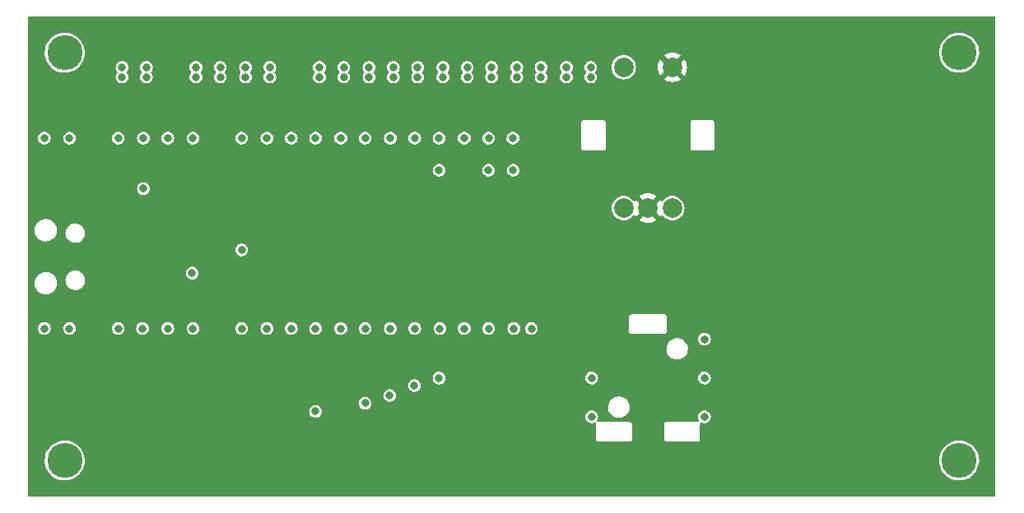
<source format=gbr>
%TF.GenerationSoftware,KiCad,Pcbnew,6.0.2+dfsg-1*%
%TF.CreationDate,2024-02-19T13:24:51+02:00*%
%TF.ProjectId,rpi_pico_si5351,7270695f-7069-4636-9f5f-736935333531,rev?*%
%TF.SameCoordinates,Original*%
%TF.FileFunction,Copper,L3,Inr*%
%TF.FilePolarity,Positive*%
%FSLAX46Y46*%
G04 Gerber Fmt 4.6, Leading zero omitted, Abs format (unit mm)*
G04 Created by KiCad (PCBNEW 6.0.2+dfsg-1) date 2024-02-19 13:24:51*
%MOMM*%
%LPD*%
G01*
G04 APERTURE LIST*
%TA.AperFunction,ComponentPad*%
%ADD10C,3.600000*%
%TD*%
%TA.AperFunction,ComponentPad*%
%ADD11C,2.000000*%
%TD*%
%TA.AperFunction,ViaPad*%
%ADD12C,0.800000*%
%TD*%
G04 APERTURE END LIST*
D10*
%TO.N,N/C*%
%TO.C,H3*%
X126000000Y-29000000D03*
%TD*%
%TO.N,N/C*%
%TO.C,H4*%
X34000000Y-29000000D03*
%TD*%
D11*
%TO.N,GPIO13*%
%TO.C,SW2*%
X91500000Y-30500000D03*
%TO.N,GND*%
X96500000Y-30500000D03*
%TO.N,GPIO15*%
X91500000Y-45000000D03*
%TO.N,GPIO14*%
X96500000Y-45000000D03*
%TO.N,GND*%
X94000000Y-45000000D03*
%TD*%
D10*
%TO.N,N/C*%
%TO.C,H1*%
X126000000Y-71000000D03*
%TD*%
%TO.N,N/C*%
%TO.C,H2*%
X34000000Y-71000000D03*
%TD*%
D12*
%TO.N,GPIO18*%
X88200000Y-62500000D03*
%TO.N,GND*%
X37000000Y-57400000D03*
X62100000Y-44100000D03*
X124950000Y-64500000D03*
X106000000Y-26000000D03*
X110800000Y-38400000D03*
X109650000Y-69750000D03*
X114000000Y-74000000D03*
X124950000Y-40500000D03*
X90550000Y-58550000D03*
X124950000Y-35500000D03*
X49700000Y-57400000D03*
X124950000Y-52500000D03*
X106000000Y-38000000D03*
X106000000Y-71000000D03*
X37000000Y-37800000D03*
X106000000Y-34000000D03*
X66625000Y-52475000D03*
X116225000Y-50650000D03*
X49700000Y-37800000D03*
X119825000Y-50000000D03*
X120100000Y-44150000D03*
X116050000Y-35750000D03*
X62100000Y-47300000D03*
X114650000Y-71650000D03*
X124950000Y-47500000D03*
X44900000Y-31000000D03*
X93100000Y-66200000D03*
X57700000Y-31000000D03*
X116150000Y-64350000D03*
X116150000Y-55100000D03*
X106000000Y-61000000D03*
X66300000Y-47300000D03*
X116150000Y-59600000D03*
X122400000Y-46900000D03*
X80775000Y-50000000D03*
X106000000Y-74000000D03*
X122000000Y-74000000D03*
X110500000Y-57650000D03*
X114000000Y-26000000D03*
X106000000Y-45000000D03*
X124950000Y-59500000D03*
X122000000Y-26000000D03*
X106000000Y-52000000D03*
X66300000Y-44100000D03*
%TO.N,GPIO0*%
X39899312Y-31499312D03*
X31900000Y-37800000D03*
%TO.N,GPIO1*%
X34500000Y-37800000D03*
X42400000Y-31500000D03*
%TO.N,GPIO25*%
X83000000Y-31500000D03*
X75100000Y-37800000D03*
%TO.N,GPIO12*%
X77900000Y-31500000D03*
X70000000Y-37800000D03*
%TO.N,GPIO11*%
X75400000Y-31500000D03*
X67500000Y-37800000D03*
%TO.N,GPIO10*%
X64900000Y-37800000D03*
X72900000Y-31500000D03*
%TO.N,GPIO29*%
X62400000Y-37800000D03*
X70300000Y-31500000D03*
%TO.N,GPIO9*%
X67800000Y-31500000D03*
X59800000Y-37800000D03*
%TO.N,GPIO8*%
X57300000Y-37800000D03*
X65300000Y-31500000D03*
%TO.N,GPIO7*%
X62700000Y-31500000D03*
X54800000Y-37800000D03*
%TO.N,3V3_OUT*%
X42000000Y-57400000D03*
X50000000Y-30500000D03*
%TO.N,GPIO24*%
X75100000Y-57400000D03*
X83000000Y-30500497D03*
%TO.N,GPIO23*%
X62400000Y-57400000D03*
X70300000Y-30500000D03*
%TO.N,RUN*%
X65300000Y-30500000D03*
X57300000Y-57400000D03*
%TO.N,GPIO26*%
X62700000Y-30500497D03*
X54800000Y-57400000D03*
%TO.N,GPIO27*%
X60200000Y-30500000D03*
X52200000Y-57400000D03*
%TO.N,GPIO28*%
X55100000Y-30500497D03*
X47200000Y-57400000D03*
%TO.N,ADC_VREF*%
X52600000Y-30500000D03*
X44600000Y-57400000D03*
%TO.N,3V3_EN*%
X39500000Y-57400000D03*
X47500000Y-30500000D03*
%TO.N,VDD_SYS*%
X42400000Y-30500000D03*
X34500000Y-57400000D03*
%TO.N,VBUS*%
X31900000Y-57400000D03*
X39900000Y-30499810D03*
%TO.N,GPIO13*%
X80500000Y-31500000D03*
X72510000Y-41110000D03*
X72500000Y-37800000D03*
%TO.N,GPIO15*%
X80100000Y-37800000D03*
X88100000Y-31500000D03*
X80130000Y-41110000D03*
%TO.N,GPIO14*%
X77590000Y-41110000D03*
X85600000Y-31500000D03*
X77600000Y-37800000D03*
%TO.N,GPIO16*%
X80200000Y-57400000D03*
X88100000Y-30500497D03*
%TO.N,GPIO17*%
X77600000Y-57400000D03*
X82000000Y-57400000D03*
X85600000Y-30500497D03*
%TO.N,GPIO18*%
X80500000Y-30500000D03*
X72600000Y-57400000D03*
X72500000Y-62500000D03*
%TO.N,GPIO22*%
X59800000Y-65925000D03*
X59800000Y-57400000D03*
X67800000Y-30500497D03*
X99800000Y-58500000D03*
%TO.N,GPIO21*%
X64900000Y-65100000D03*
X99800000Y-62500000D03*
X72900000Y-30500497D03*
X64900000Y-57400000D03*
%TO.N,GPIO20*%
X67500000Y-57400000D03*
X67425000Y-64300000D03*
X99800000Y-66500000D03*
X75400000Y-30500497D03*
%TO.N,GPIO19*%
X70000000Y-57400000D03*
X77900000Y-30500497D03*
X88200000Y-66500000D03*
X69975000Y-63275000D03*
%TO.N,GPIO6*%
X52200000Y-37800000D03*
X60200000Y-31500000D03*
X52200000Y-49300000D03*
%TO.N,GPIO5*%
X55100000Y-31500000D03*
X47100000Y-51700000D03*
X47200000Y-37800000D03*
%TO.N,GPIO4*%
X44600000Y-37800000D03*
X52600000Y-31500000D03*
%TO.N,GPIO3*%
X42100000Y-43000000D03*
X42100000Y-37800000D03*
X50000000Y-31500000D03*
%TO.N,GPIO2*%
X39500000Y-37800000D03*
X47500000Y-31500000D03*
%TD*%
%TA.AperFunction,Conductor*%
%TO.N,GND*%
G36*
X129688121Y-25274002D02*
G01*
X129734614Y-25327658D01*
X129746000Y-25380000D01*
X129746000Y-74620000D01*
X129725998Y-74688121D01*
X129672342Y-74734614D01*
X129620000Y-74746000D01*
X30380000Y-74746000D01*
X30311879Y-74725998D01*
X30265386Y-74672342D01*
X30254000Y-74620000D01*
X30254000Y-70978435D01*
X31940812Y-70978435D01*
X31956937Y-71258099D01*
X31957762Y-71262306D01*
X31957763Y-71262311D01*
X31970322Y-71326324D01*
X32010868Y-71532986D01*
X32101606Y-71798011D01*
X32227473Y-72048269D01*
X32386139Y-72279130D01*
X32574669Y-72486322D01*
X32789573Y-72666010D01*
X32793199Y-72668285D01*
X32793201Y-72668286D01*
X32848661Y-72703076D01*
X33026876Y-72814869D01*
X33030778Y-72816631D01*
X33030782Y-72816633D01*
X33278273Y-72928380D01*
X33278277Y-72928382D01*
X33282185Y-72930146D01*
X33286305Y-72931366D01*
X33286304Y-72931366D01*
X33546664Y-73008488D01*
X33546668Y-73008489D01*
X33550777Y-73009706D01*
X33555014Y-73010354D01*
X33555017Y-73010355D01*
X33639874Y-73023340D01*
X33827682Y-73052079D01*
X33970295Y-73054319D01*
X34103484Y-73056412D01*
X34103490Y-73056412D01*
X34107775Y-73056479D01*
X34385875Y-73022825D01*
X34656833Y-72951740D01*
X34915638Y-72844540D01*
X34963396Y-72816633D01*
X35153801Y-72705369D01*
X35153802Y-72705369D01*
X35157499Y-72703208D01*
X35377941Y-72530359D01*
X35572886Y-72329192D01*
X35575419Y-72325744D01*
X35575423Y-72325739D01*
X35736187Y-72106884D01*
X35738725Y-72103429D01*
X35766755Y-72051804D01*
X35870341Y-71861023D01*
X35870342Y-71861021D01*
X35872391Y-71857247D01*
X35971409Y-71595203D01*
X36033948Y-71322146D01*
X36058849Y-71043127D01*
X36059301Y-71000000D01*
X36057831Y-70978435D01*
X123940812Y-70978435D01*
X123956937Y-71258099D01*
X123957762Y-71262306D01*
X123957763Y-71262311D01*
X123970322Y-71326324D01*
X124010868Y-71532986D01*
X124101606Y-71798011D01*
X124227473Y-72048269D01*
X124386139Y-72279130D01*
X124574669Y-72486322D01*
X124789573Y-72666010D01*
X124793199Y-72668285D01*
X124793201Y-72668286D01*
X124848661Y-72703076D01*
X125026876Y-72814869D01*
X125030778Y-72816631D01*
X125030782Y-72816633D01*
X125278273Y-72928380D01*
X125278277Y-72928382D01*
X125282185Y-72930146D01*
X125286305Y-72931366D01*
X125286304Y-72931366D01*
X125546664Y-73008488D01*
X125546668Y-73008489D01*
X125550777Y-73009706D01*
X125555014Y-73010354D01*
X125555017Y-73010355D01*
X125639874Y-73023340D01*
X125827682Y-73052079D01*
X125970295Y-73054319D01*
X126103484Y-73056412D01*
X126103490Y-73056412D01*
X126107775Y-73056479D01*
X126385875Y-73022825D01*
X126656833Y-72951740D01*
X126915638Y-72844540D01*
X126963396Y-72816633D01*
X127153801Y-72705369D01*
X127153802Y-72705369D01*
X127157499Y-72703208D01*
X127377941Y-72530359D01*
X127572886Y-72329192D01*
X127575419Y-72325744D01*
X127575423Y-72325739D01*
X127736187Y-72106884D01*
X127738725Y-72103429D01*
X127766755Y-72051804D01*
X127870341Y-71861023D01*
X127870342Y-71861021D01*
X127872391Y-71857247D01*
X127971409Y-71595203D01*
X128033948Y-71322146D01*
X128058849Y-71043127D01*
X128059301Y-71000000D01*
X128040248Y-70720521D01*
X127983442Y-70446213D01*
X127889933Y-70182153D01*
X127761452Y-69933226D01*
X127748530Y-69914839D01*
X127602844Y-69707550D01*
X127602843Y-69707549D01*
X127600377Y-69704040D01*
X127409689Y-69498834D01*
X127395550Y-69487261D01*
X127196232Y-69324123D01*
X127192914Y-69321407D01*
X126954066Y-69175040D01*
X126697563Y-69062443D01*
X126678210Y-69056930D01*
X126647881Y-69048291D01*
X126428153Y-68985700D01*
X126423911Y-68985096D01*
X126423905Y-68985095D01*
X126218548Y-68955868D01*
X126150819Y-68946229D01*
X126003708Y-68945459D01*
X125874981Y-68944785D01*
X125874975Y-68944785D01*
X125870695Y-68944763D01*
X125866451Y-68945322D01*
X125866447Y-68945322D01*
X125744326Y-68961400D01*
X125592964Y-68981327D01*
X125588824Y-68982460D01*
X125588822Y-68982460D01*
X125327316Y-69054000D01*
X125322765Y-69055245D01*
X125065097Y-69165149D01*
X124919747Y-69252140D01*
X124828411Y-69306803D01*
X124828407Y-69306806D01*
X124824729Y-69309007D01*
X124821386Y-69311685D01*
X124821382Y-69311688D01*
X124812046Y-69319168D01*
X124606109Y-69484155D01*
X124413281Y-69687352D01*
X124249815Y-69914839D01*
X124118735Y-70162407D01*
X124022466Y-70425473D01*
X123962790Y-70699171D01*
X123940812Y-70978435D01*
X36057831Y-70978435D01*
X36040248Y-70720521D01*
X35983442Y-70446213D01*
X35889933Y-70182153D01*
X35761452Y-69933226D01*
X35748530Y-69914839D01*
X35602844Y-69707550D01*
X35602843Y-69707549D01*
X35600377Y-69704040D01*
X35409689Y-69498834D01*
X35395550Y-69487261D01*
X35196232Y-69324123D01*
X35192914Y-69321407D01*
X34954066Y-69175040D01*
X34697563Y-69062443D01*
X34678210Y-69056930D01*
X34647881Y-69048291D01*
X34428153Y-68985700D01*
X34423911Y-68985096D01*
X34423905Y-68985095D01*
X34218548Y-68955868D01*
X34150819Y-68946229D01*
X34003708Y-68945459D01*
X33874981Y-68944785D01*
X33874975Y-68944785D01*
X33870695Y-68944763D01*
X33866451Y-68945322D01*
X33866447Y-68945322D01*
X33744326Y-68961400D01*
X33592964Y-68981327D01*
X33588824Y-68982460D01*
X33588822Y-68982460D01*
X33327316Y-69054000D01*
X33322765Y-69055245D01*
X33065097Y-69165149D01*
X32919747Y-69252140D01*
X32828411Y-69306803D01*
X32828407Y-69306806D01*
X32824729Y-69309007D01*
X32821386Y-69311685D01*
X32821382Y-69311688D01*
X32812046Y-69319168D01*
X32606109Y-69484155D01*
X32413281Y-69687352D01*
X32249815Y-69914839D01*
X32118735Y-70162407D01*
X32022466Y-70425473D01*
X31962790Y-70699171D01*
X31940812Y-70978435D01*
X30254000Y-70978435D01*
X30254000Y-65918096D01*
X59140729Y-65918096D01*
X59144913Y-65955994D01*
X59156954Y-66065052D01*
X59158113Y-66075553D01*
X59160723Y-66082684D01*
X59160723Y-66082686D01*
X59202016Y-66195524D01*
X59212553Y-66224319D01*
X59216789Y-66230622D01*
X59216789Y-66230623D01*
X59287352Y-66335631D01*
X59300908Y-66355805D01*
X59306527Y-66360918D01*
X59306528Y-66360919D01*
X59412460Y-66457309D01*
X59418076Y-66462419D01*
X59557293Y-66538008D01*
X59710522Y-66578207D01*
X59794477Y-66579526D01*
X59861319Y-66580576D01*
X59861322Y-66580576D01*
X59868916Y-66580695D01*
X60023332Y-66545329D01*
X60113460Y-66500000D01*
X60127187Y-66493096D01*
X87540729Y-66493096D01*
X87547645Y-66555740D01*
X87552308Y-66597970D01*
X87558113Y-66650553D01*
X87612553Y-66799319D01*
X87616789Y-66805622D01*
X87616789Y-66805623D01*
X87692596Y-66918435D01*
X87700908Y-66930805D01*
X87706527Y-66935918D01*
X87706528Y-66935919D01*
X87717903Y-66946269D01*
X87818076Y-67037419D01*
X87957293Y-67113008D01*
X88110522Y-67153207D01*
X88194477Y-67154526D01*
X88261319Y-67155576D01*
X88261322Y-67155576D01*
X88268916Y-67155695D01*
X88423332Y-67120329D01*
X88430118Y-67116916D01*
X88430121Y-67116915D01*
X88474399Y-67094646D01*
X88544243Y-67081908D01*
X88609887Y-67108952D01*
X88650488Y-67167194D01*
X88654591Y-67231792D01*
X88641024Y-67300000D01*
X88643445Y-67312170D01*
X88643579Y-67312844D01*
X88646000Y-67337425D01*
X88646000Y-68762575D01*
X88643579Y-68787153D01*
X88641024Y-68800000D01*
X88646000Y-68825017D01*
X88660737Y-68899106D01*
X88667631Y-68909423D01*
X88667631Y-68909424D01*
X88692628Y-68946834D01*
X88716876Y-68983124D01*
X88800894Y-69039263D01*
X88900000Y-69058976D01*
X88912847Y-69056421D01*
X88937425Y-69054000D01*
X92062575Y-69054000D01*
X92087153Y-69056421D01*
X92100000Y-69058976D01*
X92199106Y-69039263D01*
X92283124Y-68983124D01*
X92339263Y-68899106D01*
X92354000Y-68825017D01*
X92358976Y-68800000D01*
X95641024Y-68800000D01*
X95646000Y-68825017D01*
X95660737Y-68899106D01*
X95667631Y-68909423D01*
X95667631Y-68909424D01*
X95692628Y-68946834D01*
X95716876Y-68983124D01*
X95800894Y-69039263D01*
X95900000Y-69058976D01*
X95912847Y-69056421D01*
X95937425Y-69054000D01*
X99062575Y-69054000D01*
X99087153Y-69056421D01*
X99100000Y-69058976D01*
X99199106Y-69039263D01*
X99283124Y-68983124D01*
X99339263Y-68899106D01*
X99354000Y-68825017D01*
X99358976Y-68800000D01*
X99356421Y-68787153D01*
X99354000Y-68762575D01*
X99354000Y-67337425D01*
X99356421Y-67312844D01*
X99356555Y-67312170D01*
X99358976Y-67300000D01*
X99345682Y-67233165D01*
X99352010Y-67162452D01*
X99395565Y-67106385D01*
X99462517Y-67082766D01*
X99529383Y-67097854D01*
X99557293Y-67113008D01*
X99710522Y-67153207D01*
X99794477Y-67154526D01*
X99861319Y-67155576D01*
X99861322Y-67155576D01*
X99868916Y-67155695D01*
X100023332Y-67120329D01*
X100099724Y-67081908D01*
X100158072Y-67052563D01*
X100158075Y-67052561D01*
X100164855Y-67049151D01*
X100170626Y-67044222D01*
X100170629Y-67044220D01*
X100279536Y-66951204D01*
X100279536Y-66951203D01*
X100285314Y-66946269D01*
X100377755Y-66817624D01*
X100436842Y-66670641D01*
X100445987Y-66606382D01*
X100458581Y-66517891D01*
X100458581Y-66517888D01*
X100459162Y-66513807D01*
X100459307Y-66500000D01*
X100440276Y-66342733D01*
X100384280Y-66194546D01*
X100321153Y-66102695D01*
X100298855Y-66070251D01*
X100298854Y-66070249D01*
X100294553Y-66063992D01*
X100176275Y-65958611D01*
X100168889Y-65954700D01*
X100042988Y-65888039D01*
X100042989Y-65888039D01*
X100036274Y-65884484D01*
X99882633Y-65845892D01*
X99875034Y-65845852D01*
X99875033Y-65845852D01*
X99809181Y-65845507D01*
X99724221Y-65845062D01*
X99716841Y-65846834D01*
X99716839Y-65846834D01*
X99577563Y-65880271D01*
X99577560Y-65880272D01*
X99570184Y-65882043D01*
X99429414Y-65954700D01*
X99310039Y-66058838D01*
X99218950Y-66188444D01*
X99161406Y-66336037D01*
X99160414Y-66343570D01*
X99160414Y-66343571D01*
X99142774Y-66477563D01*
X99140729Y-66493096D01*
X99147645Y-66555740D01*
X99152308Y-66597970D01*
X99158113Y-66650553D01*
X99212553Y-66799319D01*
X99216789Y-66805622D01*
X99216789Y-66805623D01*
X99247105Y-66850738D01*
X99268497Y-66918435D01*
X99249893Y-66986951D01*
X99197200Y-67034532D01*
X99127147Y-67046072D01*
X99117953Y-67044595D01*
X99100000Y-67041024D01*
X99087153Y-67043579D01*
X99062575Y-67046000D01*
X95937425Y-67046000D01*
X95912847Y-67043579D01*
X95900000Y-67041024D01*
X95887828Y-67043445D01*
X95883932Y-67044220D01*
X95874983Y-67046000D01*
X95800894Y-67060737D01*
X95790577Y-67067631D01*
X95790576Y-67067631D01*
X95745344Y-67097854D01*
X95716876Y-67116876D01*
X95709983Y-67127192D01*
X95690938Y-67155695D01*
X95660737Y-67200894D01*
X95641024Y-67300000D01*
X95643445Y-67312170D01*
X95643579Y-67312844D01*
X95646000Y-67337425D01*
X95646000Y-68762575D01*
X95643579Y-68787153D01*
X95641024Y-68800000D01*
X92358976Y-68800000D01*
X92356421Y-68787153D01*
X92354000Y-68762575D01*
X92354000Y-67337425D01*
X92356421Y-67312844D01*
X92356555Y-67312170D01*
X92358976Y-67300000D01*
X92339263Y-67200894D01*
X92309062Y-67155695D01*
X92290017Y-67127192D01*
X92283124Y-67116876D01*
X92199106Y-67060737D01*
X92125017Y-67046000D01*
X92116068Y-67044220D01*
X92112172Y-67043445D01*
X92100000Y-67041024D01*
X92087153Y-67043579D01*
X92062575Y-67046000D01*
X88937425Y-67046000D01*
X88912847Y-67043579D01*
X88900000Y-67041024D01*
X88887828Y-67043445D01*
X88887827Y-67043445D01*
X88883387Y-67044328D01*
X88812673Y-67037999D01*
X88756607Y-66994444D01*
X88732988Y-66927491D01*
X88749317Y-66858397D01*
X88756477Y-66847235D01*
X88777755Y-66817624D01*
X88836842Y-66670641D01*
X88845987Y-66606382D01*
X88858581Y-66517891D01*
X88858581Y-66517888D01*
X88859162Y-66513807D01*
X88859307Y-66500000D01*
X88840276Y-66342733D01*
X88784280Y-66194546D01*
X88721153Y-66102695D01*
X88698855Y-66070251D01*
X88698854Y-66070249D01*
X88694553Y-66063992D01*
X88576275Y-65958611D01*
X88568889Y-65954700D01*
X88442988Y-65888039D01*
X88442989Y-65888039D01*
X88436274Y-65884484D01*
X88282633Y-65845892D01*
X88275034Y-65845852D01*
X88275033Y-65845852D01*
X88209181Y-65845507D01*
X88124221Y-65845062D01*
X88116841Y-65846834D01*
X88116839Y-65846834D01*
X87977563Y-65880271D01*
X87977560Y-65880272D01*
X87970184Y-65882043D01*
X87829414Y-65954700D01*
X87710039Y-66058838D01*
X87618950Y-66188444D01*
X87561406Y-66336037D01*
X87560414Y-66343570D01*
X87560414Y-66343571D01*
X87542774Y-66477563D01*
X87540729Y-66493096D01*
X60127187Y-66493096D01*
X60158072Y-66477563D01*
X60158075Y-66477561D01*
X60164855Y-66474151D01*
X60170626Y-66469222D01*
X60170629Y-66469220D01*
X60279536Y-66376204D01*
X60279536Y-66376203D01*
X60285314Y-66371269D01*
X60377755Y-66242624D01*
X60436842Y-66095641D01*
X60448155Y-66016151D01*
X60458581Y-65942891D01*
X60458581Y-65942888D01*
X60459162Y-65938807D01*
X60459307Y-65925000D01*
X60440276Y-65767733D01*
X60384280Y-65619546D01*
X60318957Y-65524500D01*
X60298855Y-65495251D01*
X60298854Y-65495249D01*
X60294553Y-65488992D01*
X60176275Y-65383611D01*
X60168889Y-65379700D01*
X60042988Y-65313039D01*
X60042989Y-65313039D01*
X60036274Y-65309484D01*
X59882633Y-65270892D01*
X59875034Y-65270852D01*
X59875033Y-65270852D01*
X59809181Y-65270507D01*
X59724221Y-65270062D01*
X59716841Y-65271834D01*
X59716839Y-65271834D01*
X59577563Y-65305271D01*
X59577560Y-65305272D01*
X59570184Y-65307043D01*
X59429414Y-65379700D01*
X59310039Y-65483838D01*
X59218950Y-65613444D01*
X59203698Y-65652563D01*
X59164459Y-65753207D01*
X59161406Y-65761037D01*
X59160414Y-65768570D01*
X59160414Y-65768571D01*
X59145398Y-65882634D01*
X59140729Y-65918096D01*
X30254000Y-65918096D01*
X30254000Y-65093096D01*
X64240729Y-65093096D01*
X64249421Y-65171825D01*
X64252753Y-65202000D01*
X64258113Y-65250553D01*
X64260723Y-65257684D01*
X64260723Y-65257686D01*
X64306805Y-65383611D01*
X64312553Y-65399319D01*
X64316789Y-65405622D01*
X64316789Y-65405623D01*
X64377017Y-65495251D01*
X64400908Y-65530805D01*
X64406527Y-65535918D01*
X64406528Y-65535919D01*
X64506240Y-65626649D01*
X64518076Y-65637419D01*
X64657293Y-65713008D01*
X64810522Y-65753207D01*
X64894477Y-65754526D01*
X64961319Y-65755576D01*
X64961322Y-65755576D01*
X64968916Y-65755695D01*
X65123332Y-65720329D01*
X65205415Y-65679046D01*
X65258072Y-65652563D01*
X65258075Y-65652561D01*
X65264855Y-65649151D01*
X65270626Y-65644222D01*
X65270629Y-65644220D01*
X65379536Y-65551204D01*
X65379536Y-65551203D01*
X65385314Y-65546269D01*
X65439417Y-65470977D01*
X89891650Y-65470977D01*
X89893552Y-65500000D01*
X89904920Y-65673444D01*
X89954865Y-65870102D01*
X90039812Y-66054365D01*
X90043145Y-66059081D01*
X90139573Y-66195524D01*
X90156915Y-66220063D01*
X90161057Y-66224098D01*
X90217984Y-66279553D01*
X90302254Y-66361645D01*
X90470960Y-66474371D01*
X90553149Y-66509682D01*
X90640065Y-66547024D01*
X90657384Y-66554465D01*
X90753606Y-66576238D01*
X90849646Y-66597970D01*
X90849649Y-66597970D01*
X90855282Y-66599245D01*
X90861053Y-66599472D01*
X90861055Y-66599472D01*
X90922093Y-66601870D01*
X91058026Y-66607211D01*
X91176168Y-66590081D01*
X91253106Y-66578926D01*
X91253110Y-66578925D01*
X91258828Y-66578096D01*
X91264300Y-66576238D01*
X91264302Y-66576238D01*
X91445497Y-66514730D01*
X91445499Y-66514729D01*
X91450961Y-66512875D01*
X91627992Y-66413733D01*
X91783991Y-66283991D01*
X91913733Y-66127992D01*
X92012875Y-65950961D01*
X92015615Y-65942891D01*
X92076238Y-65764302D01*
X92076238Y-65764300D01*
X92078096Y-65758828D01*
X92083433Y-65722024D01*
X92095174Y-65641042D01*
X92107211Y-65558026D01*
X92108730Y-65500000D01*
X92090164Y-65297950D01*
X92078809Y-65257686D01*
X92062627Y-65200309D01*
X92035089Y-65102667D01*
X91945348Y-64920690D01*
X91851152Y-64794546D01*
X91827400Y-64762739D01*
X91827400Y-64762738D01*
X91823947Y-64758115D01*
X91674952Y-64620385D01*
X91503353Y-64512114D01*
X91471177Y-64499277D01*
X91320260Y-64439068D01*
X91314896Y-64436928D01*
X91309236Y-64435802D01*
X91309232Y-64435801D01*
X91121561Y-64398471D01*
X91121558Y-64398471D01*
X91115894Y-64397344D01*
X91110119Y-64397268D01*
X91110115Y-64397268D01*
X91008694Y-64395941D01*
X90913010Y-64394688D01*
X90907313Y-64395667D01*
X90907312Y-64395667D01*
X90890994Y-64398471D01*
X90713040Y-64429049D01*
X90522679Y-64499277D01*
X90517718Y-64502229D01*
X90517717Y-64502229D01*
X90353273Y-64600063D01*
X90353270Y-64600065D01*
X90348305Y-64603019D01*
X90195756Y-64736801D01*
X90192181Y-64741336D01*
X90192180Y-64741337D01*
X90182040Y-64754199D01*
X90070141Y-64896142D01*
X90067452Y-64901253D01*
X90067450Y-64901256D01*
X90023996Y-64983849D01*
X89975667Y-65075707D01*
X89973953Y-65081228D01*
X89973951Y-65081232D01*
X89962568Y-65117891D01*
X89915498Y-65269482D01*
X89891650Y-65470977D01*
X65439417Y-65470977D01*
X65477755Y-65417624D01*
X65536842Y-65270641D01*
X65559162Y-65113807D01*
X65559307Y-65100000D01*
X65540276Y-64942733D01*
X65484280Y-64794546D01*
X65394553Y-64663992D01*
X65276275Y-64558611D01*
X65268889Y-64554700D01*
X65142988Y-64488039D01*
X65142989Y-64488039D01*
X65136274Y-64484484D01*
X64982633Y-64445892D01*
X64975034Y-64445852D01*
X64975033Y-64445852D01*
X64909181Y-64445507D01*
X64824221Y-64445062D01*
X64816841Y-64446834D01*
X64816839Y-64446834D01*
X64677563Y-64480271D01*
X64677560Y-64480272D01*
X64670184Y-64482043D01*
X64529414Y-64554700D01*
X64410039Y-64658838D01*
X64318950Y-64788444D01*
X64298443Y-64841042D01*
X64265370Y-64925871D01*
X64261406Y-64936037D01*
X64260414Y-64943570D01*
X64260414Y-64943571D01*
X64242291Y-65081232D01*
X64240729Y-65093096D01*
X30254000Y-65093096D01*
X30254000Y-64293096D01*
X66765729Y-64293096D01*
X66774421Y-64371825D01*
X66781609Y-64436928D01*
X66783113Y-64450553D01*
X66785723Y-64457684D01*
X66785723Y-64457686D01*
X66823051Y-64559689D01*
X66837553Y-64599319D01*
X66841789Y-64605622D01*
X66841789Y-64605623D01*
X66874194Y-64653846D01*
X66925908Y-64730805D01*
X66931527Y-64735918D01*
X66931528Y-64735919D01*
X66942903Y-64746269D01*
X67043076Y-64837419D01*
X67182293Y-64913008D01*
X67335522Y-64953207D01*
X67419477Y-64954526D01*
X67486319Y-64955576D01*
X67486322Y-64955576D01*
X67493916Y-64955695D01*
X67648332Y-64920329D01*
X67718742Y-64884917D01*
X67783072Y-64852563D01*
X67783075Y-64852561D01*
X67789855Y-64849151D01*
X67795626Y-64844222D01*
X67795629Y-64844220D01*
X67904536Y-64751204D01*
X67904536Y-64751203D01*
X67910314Y-64746269D01*
X68002755Y-64617624D01*
X68061842Y-64470641D01*
X68084162Y-64313807D01*
X68084307Y-64300000D01*
X68065276Y-64142733D01*
X68009280Y-63994546D01*
X67964231Y-63928999D01*
X67923855Y-63870251D01*
X67923854Y-63870249D01*
X67919553Y-63863992D01*
X67801275Y-63758611D01*
X67793889Y-63754700D01*
X67740069Y-63726204D01*
X67661274Y-63684484D01*
X67507633Y-63645892D01*
X67500034Y-63645852D01*
X67500033Y-63645852D01*
X67434181Y-63645507D01*
X67349221Y-63645062D01*
X67341841Y-63646834D01*
X67341839Y-63646834D01*
X67202563Y-63680271D01*
X67202560Y-63680272D01*
X67195184Y-63682043D01*
X67054414Y-63754700D01*
X66935039Y-63858838D01*
X66843950Y-63988444D01*
X66786406Y-64136037D01*
X66765729Y-64293096D01*
X30254000Y-64293096D01*
X30254000Y-63268096D01*
X69315729Y-63268096D01*
X69333113Y-63425553D01*
X69387553Y-63574319D01*
X69391789Y-63580622D01*
X69391789Y-63580623D01*
X69459941Y-63682043D01*
X69475908Y-63705805D01*
X69481527Y-63710918D01*
X69481528Y-63710919D01*
X69587460Y-63807309D01*
X69593076Y-63812419D01*
X69732293Y-63888008D01*
X69885522Y-63928207D01*
X69969477Y-63929526D01*
X70036319Y-63930576D01*
X70036322Y-63930576D01*
X70043916Y-63930695D01*
X70198332Y-63895329D01*
X70280813Y-63853846D01*
X70333072Y-63827563D01*
X70333075Y-63827561D01*
X70339855Y-63824151D01*
X70345626Y-63819222D01*
X70345629Y-63819220D01*
X70454536Y-63726204D01*
X70454536Y-63726203D01*
X70460314Y-63721269D01*
X70552755Y-63592624D01*
X70611842Y-63445641D01*
X70634162Y-63288807D01*
X70634307Y-63275000D01*
X70615276Y-63117733D01*
X70559280Y-62969546D01*
X70469553Y-62838992D01*
X70452500Y-62823798D01*
X70425025Y-62799319D01*
X70351275Y-62733611D01*
X70343889Y-62729700D01*
X70217988Y-62663039D01*
X70217989Y-62663039D01*
X70211274Y-62659484D01*
X70057633Y-62620892D01*
X70050034Y-62620852D01*
X70050033Y-62620852D01*
X69984181Y-62620507D01*
X69899221Y-62620062D01*
X69891841Y-62621834D01*
X69891839Y-62621834D01*
X69752563Y-62655271D01*
X69752560Y-62655272D01*
X69745184Y-62657043D01*
X69604414Y-62729700D01*
X69485039Y-62833838D01*
X69393950Y-62963444D01*
X69336406Y-63111037D01*
X69335414Y-63118570D01*
X69335414Y-63118571D01*
X69330527Y-63155695D01*
X69315729Y-63268096D01*
X30254000Y-63268096D01*
X30254000Y-62493096D01*
X71840729Y-62493096D01*
X71849421Y-62571824D01*
X71855043Y-62622743D01*
X71858113Y-62650553D01*
X71860723Y-62657684D01*
X71860723Y-62657686D01*
X71890357Y-62738664D01*
X71912553Y-62799319D01*
X72000908Y-62930805D01*
X72006527Y-62935918D01*
X72006528Y-62935919D01*
X72036778Y-62963444D01*
X72118076Y-63037419D01*
X72257293Y-63113008D01*
X72410522Y-63153207D01*
X72494477Y-63154526D01*
X72561319Y-63155576D01*
X72561322Y-63155576D01*
X72568916Y-63155695D01*
X72723332Y-63120329D01*
X72793742Y-63084917D01*
X72858072Y-63052563D01*
X72858075Y-63052561D01*
X72864855Y-63049151D01*
X72870626Y-63044222D01*
X72870629Y-63044220D01*
X72979536Y-62951204D01*
X72979536Y-62951203D01*
X72985314Y-62946269D01*
X73077755Y-62817624D01*
X73136842Y-62670641D01*
X73159162Y-62513807D01*
X73159307Y-62500000D01*
X73158472Y-62493096D01*
X87540729Y-62493096D01*
X87549421Y-62571825D01*
X87555043Y-62622743D01*
X87558113Y-62650553D01*
X87560723Y-62657684D01*
X87560723Y-62657686D01*
X87590357Y-62738664D01*
X87612553Y-62799319D01*
X87700908Y-62930805D01*
X87706527Y-62935918D01*
X87706528Y-62935919D01*
X87736778Y-62963444D01*
X87818076Y-63037419D01*
X87957293Y-63113008D01*
X88110522Y-63153207D01*
X88194477Y-63154526D01*
X88261319Y-63155576D01*
X88261322Y-63155576D01*
X88268916Y-63155695D01*
X88423332Y-63120329D01*
X88493742Y-63084917D01*
X88558072Y-63052563D01*
X88558075Y-63052561D01*
X88564855Y-63049151D01*
X88570626Y-63044222D01*
X88570629Y-63044220D01*
X88679536Y-62951204D01*
X88679536Y-62951203D01*
X88685314Y-62946269D01*
X88777755Y-62817624D01*
X88836842Y-62670641D01*
X88859162Y-62513807D01*
X88859307Y-62500000D01*
X88858472Y-62493096D01*
X99140729Y-62493096D01*
X99149421Y-62571825D01*
X99155043Y-62622743D01*
X99158113Y-62650553D01*
X99160723Y-62657684D01*
X99160723Y-62657686D01*
X99190357Y-62738664D01*
X99212553Y-62799319D01*
X99300908Y-62930805D01*
X99306527Y-62935918D01*
X99306528Y-62935919D01*
X99336778Y-62963444D01*
X99418076Y-63037419D01*
X99557293Y-63113008D01*
X99710522Y-63153207D01*
X99794477Y-63154526D01*
X99861319Y-63155576D01*
X99861322Y-63155576D01*
X99868916Y-63155695D01*
X100023332Y-63120329D01*
X100093742Y-63084917D01*
X100158072Y-63052563D01*
X100158075Y-63052561D01*
X100164855Y-63049151D01*
X100170626Y-63044222D01*
X100170629Y-63044220D01*
X100279536Y-62951204D01*
X100279536Y-62951203D01*
X100285314Y-62946269D01*
X100377755Y-62817624D01*
X100436842Y-62670641D01*
X100459162Y-62513807D01*
X100459307Y-62500000D01*
X100440276Y-62342733D01*
X100384280Y-62194546D01*
X100294553Y-62063992D01*
X100176275Y-61958611D01*
X100168889Y-61954700D01*
X100042988Y-61888039D01*
X100042989Y-61888039D01*
X100036274Y-61884484D01*
X99882633Y-61845892D01*
X99875034Y-61845852D01*
X99875033Y-61845852D01*
X99809181Y-61845507D01*
X99724221Y-61845062D01*
X99716841Y-61846834D01*
X99716839Y-61846834D01*
X99577563Y-61880271D01*
X99577560Y-61880272D01*
X99570184Y-61882043D01*
X99429414Y-61954700D01*
X99310039Y-62058838D01*
X99218950Y-62188444D01*
X99161406Y-62336037D01*
X99140729Y-62493096D01*
X88858472Y-62493096D01*
X88840276Y-62342733D01*
X88784280Y-62194546D01*
X88694553Y-62063992D01*
X88576275Y-61958611D01*
X88568889Y-61954700D01*
X88442988Y-61888039D01*
X88442989Y-61888039D01*
X88436274Y-61884484D01*
X88282633Y-61845892D01*
X88275034Y-61845852D01*
X88275033Y-61845852D01*
X88209181Y-61845507D01*
X88124221Y-61845062D01*
X88116841Y-61846834D01*
X88116839Y-61846834D01*
X87977563Y-61880271D01*
X87977560Y-61880272D01*
X87970184Y-61882043D01*
X87829414Y-61954700D01*
X87710039Y-62058838D01*
X87618950Y-62188444D01*
X87561406Y-62336037D01*
X87540729Y-62493096D01*
X73158472Y-62493096D01*
X73140276Y-62342733D01*
X73084280Y-62194546D01*
X72994553Y-62063992D01*
X72876275Y-61958611D01*
X72868889Y-61954700D01*
X72742988Y-61888039D01*
X72742989Y-61888039D01*
X72736274Y-61884484D01*
X72582633Y-61845892D01*
X72575034Y-61845852D01*
X72575033Y-61845852D01*
X72509181Y-61845507D01*
X72424221Y-61845062D01*
X72416841Y-61846834D01*
X72416839Y-61846834D01*
X72277563Y-61880271D01*
X72277560Y-61880272D01*
X72270184Y-61882043D01*
X72129414Y-61954700D01*
X72010039Y-62058838D01*
X71918950Y-62188444D01*
X71861406Y-62336037D01*
X71840729Y-62493096D01*
X30254000Y-62493096D01*
X30254000Y-59470977D01*
X95891650Y-59470977D01*
X95893552Y-59500000D01*
X95904920Y-59673444D01*
X95954865Y-59870102D01*
X96039812Y-60054365D01*
X96043145Y-60059081D01*
X96094983Y-60132430D01*
X96156915Y-60220063D01*
X96302254Y-60361645D01*
X96470960Y-60474371D01*
X96476263Y-60476649D01*
X96476266Y-60476651D01*
X96564898Y-60514730D01*
X96657384Y-60554465D01*
X96753606Y-60576238D01*
X96849646Y-60597970D01*
X96849649Y-60597970D01*
X96855282Y-60599245D01*
X96861053Y-60599472D01*
X96861055Y-60599472D01*
X96922093Y-60601870D01*
X97058026Y-60607211D01*
X97176168Y-60590081D01*
X97253106Y-60578926D01*
X97253110Y-60578925D01*
X97258828Y-60578096D01*
X97264300Y-60576238D01*
X97264302Y-60576238D01*
X97445497Y-60514730D01*
X97445499Y-60514729D01*
X97450961Y-60512875D01*
X97627992Y-60413733D01*
X97783991Y-60283991D01*
X97913733Y-60127992D01*
X98012875Y-59950961D01*
X98022898Y-59921436D01*
X98076238Y-59764302D01*
X98076238Y-59764300D01*
X98078096Y-59758828D01*
X98107211Y-59558026D01*
X98108730Y-59500000D01*
X98090164Y-59297950D01*
X98035089Y-59102667D01*
X97945348Y-58920690D01*
X97823947Y-58758115D01*
X97734738Y-58675651D01*
X97679192Y-58624304D01*
X97679189Y-58624302D01*
X97674952Y-58620385D01*
X97503353Y-58512114D01*
X97471177Y-58499277D01*
X97455684Y-58493096D01*
X99140729Y-58493096D01*
X99149421Y-58571824D01*
X99153286Y-58606829D01*
X99158113Y-58650553D01*
X99160723Y-58657684D01*
X99160723Y-58657686D01*
X99199167Y-58762739D01*
X99212553Y-58799319D01*
X99216789Y-58805622D01*
X99216789Y-58805623D01*
X99274567Y-58891605D01*
X99300908Y-58930805D01*
X99306527Y-58935918D01*
X99306528Y-58935919D01*
X99317903Y-58946269D01*
X99418076Y-59037419D01*
X99557293Y-59113008D01*
X99710522Y-59153207D01*
X99794477Y-59154526D01*
X99861319Y-59155576D01*
X99861322Y-59155576D01*
X99868916Y-59155695D01*
X100023332Y-59120329D01*
X100093742Y-59084917D01*
X100158072Y-59052563D01*
X100158075Y-59052561D01*
X100164855Y-59049151D01*
X100170626Y-59044222D01*
X100170629Y-59044220D01*
X100279536Y-58951204D01*
X100279536Y-58951203D01*
X100285314Y-58946269D01*
X100377755Y-58817624D01*
X100436842Y-58670641D01*
X100444433Y-58617303D01*
X100458581Y-58517891D01*
X100458581Y-58517888D01*
X100459162Y-58513807D01*
X100459307Y-58500000D01*
X100440276Y-58342733D01*
X100384280Y-58194546D01*
X100294553Y-58063992D01*
X100176275Y-57958611D01*
X100168889Y-57954700D01*
X100042988Y-57888039D01*
X100042989Y-57888039D01*
X100036274Y-57884484D01*
X99882633Y-57845892D01*
X99875034Y-57845852D01*
X99875033Y-57845852D01*
X99809181Y-57845507D01*
X99724221Y-57845062D01*
X99716841Y-57846834D01*
X99716839Y-57846834D01*
X99577563Y-57880271D01*
X99577560Y-57880272D01*
X99570184Y-57882043D01*
X99429414Y-57954700D01*
X99310039Y-58058838D01*
X99218950Y-58188444D01*
X99161406Y-58336037D01*
X99160414Y-58343570D01*
X99160414Y-58343571D01*
X99147842Y-58439068D01*
X99140729Y-58493096D01*
X97455684Y-58493096D01*
X97320260Y-58439068D01*
X97314896Y-58436928D01*
X97309236Y-58435802D01*
X97309232Y-58435801D01*
X97121561Y-58398471D01*
X97121558Y-58398471D01*
X97115894Y-58397344D01*
X97110119Y-58397268D01*
X97110115Y-58397268D01*
X97008694Y-58395941D01*
X96913010Y-58394688D01*
X96907313Y-58395667D01*
X96907312Y-58395667D01*
X96890994Y-58398471D01*
X96713040Y-58429049D01*
X96522679Y-58499277D01*
X96517718Y-58502229D01*
X96517717Y-58502229D01*
X96353273Y-58600063D01*
X96353270Y-58600065D01*
X96348305Y-58603019D01*
X96195756Y-58736801D01*
X96070141Y-58896142D01*
X96067452Y-58901253D01*
X96067450Y-58901256D01*
X96051904Y-58930805D01*
X95975667Y-59075707D01*
X95973953Y-59081228D01*
X95973951Y-59081232D01*
X95950867Y-59155576D01*
X95915498Y-59269482D01*
X95891650Y-59470977D01*
X30254000Y-59470977D01*
X30254000Y-57393096D01*
X31240729Y-57393096D01*
X31258113Y-57550553D01*
X31260723Y-57557684D01*
X31260723Y-57557686D01*
X31308349Y-57687830D01*
X31312553Y-57699319D01*
X31316789Y-57705622D01*
X31316789Y-57705623D01*
X31386541Y-57809424D01*
X31400908Y-57830805D01*
X31406527Y-57835918D01*
X31406528Y-57835919D01*
X31512460Y-57932309D01*
X31518076Y-57937419D01*
X31657293Y-58013008D01*
X31810522Y-58053207D01*
X31894477Y-58054526D01*
X31961319Y-58055576D01*
X31961322Y-58055576D01*
X31968916Y-58055695D01*
X32123332Y-58020329D01*
X32193742Y-57984917D01*
X32258072Y-57952563D01*
X32258075Y-57952561D01*
X32264855Y-57949151D01*
X32270626Y-57944222D01*
X32270629Y-57944220D01*
X32379536Y-57851204D01*
X32379536Y-57851203D01*
X32385314Y-57846269D01*
X32477755Y-57717624D01*
X32536842Y-57570641D01*
X32542965Y-57527615D01*
X32558581Y-57417891D01*
X32558581Y-57417888D01*
X32559162Y-57413807D01*
X32559307Y-57400000D01*
X32558472Y-57393096D01*
X33840729Y-57393096D01*
X33858113Y-57550553D01*
X33860723Y-57557684D01*
X33860723Y-57557686D01*
X33908349Y-57687830D01*
X33912553Y-57699319D01*
X33916789Y-57705622D01*
X33916789Y-57705623D01*
X33986541Y-57809424D01*
X34000908Y-57830805D01*
X34006527Y-57835918D01*
X34006528Y-57835919D01*
X34112460Y-57932309D01*
X34118076Y-57937419D01*
X34257293Y-58013008D01*
X34410522Y-58053207D01*
X34494477Y-58054526D01*
X34561319Y-58055576D01*
X34561322Y-58055576D01*
X34568916Y-58055695D01*
X34723332Y-58020329D01*
X34793742Y-57984917D01*
X34858072Y-57952563D01*
X34858075Y-57952561D01*
X34864855Y-57949151D01*
X34870626Y-57944222D01*
X34870629Y-57944220D01*
X34979536Y-57851204D01*
X34979536Y-57851203D01*
X34985314Y-57846269D01*
X35077755Y-57717624D01*
X35136842Y-57570641D01*
X35142965Y-57527615D01*
X35158581Y-57417891D01*
X35158581Y-57417888D01*
X35159162Y-57413807D01*
X35159307Y-57400000D01*
X35158472Y-57393096D01*
X38840729Y-57393096D01*
X38858113Y-57550553D01*
X38860723Y-57557684D01*
X38860723Y-57557686D01*
X38908349Y-57687830D01*
X38912553Y-57699319D01*
X38916789Y-57705622D01*
X38916789Y-57705623D01*
X38986541Y-57809424D01*
X39000908Y-57830805D01*
X39006527Y-57835918D01*
X39006528Y-57835919D01*
X39112460Y-57932309D01*
X39118076Y-57937419D01*
X39257293Y-58013008D01*
X39410522Y-58053207D01*
X39494477Y-58054526D01*
X39561319Y-58055576D01*
X39561322Y-58055576D01*
X39568916Y-58055695D01*
X39723332Y-58020329D01*
X39793742Y-57984917D01*
X39858072Y-57952563D01*
X39858075Y-57952561D01*
X39864855Y-57949151D01*
X39870626Y-57944222D01*
X39870629Y-57944220D01*
X39979536Y-57851204D01*
X39979536Y-57851203D01*
X39985314Y-57846269D01*
X40077755Y-57717624D01*
X40136842Y-57570641D01*
X40142965Y-57527615D01*
X40158581Y-57417891D01*
X40158581Y-57417888D01*
X40159162Y-57413807D01*
X40159307Y-57400000D01*
X40158472Y-57393096D01*
X41340729Y-57393096D01*
X41358113Y-57550553D01*
X41360723Y-57557684D01*
X41360723Y-57557686D01*
X41408349Y-57687830D01*
X41412553Y-57699319D01*
X41416789Y-57705622D01*
X41416789Y-57705623D01*
X41486541Y-57809424D01*
X41500908Y-57830805D01*
X41506527Y-57835918D01*
X41506528Y-57835919D01*
X41612460Y-57932309D01*
X41618076Y-57937419D01*
X41757293Y-58013008D01*
X41910522Y-58053207D01*
X41994477Y-58054526D01*
X42061319Y-58055576D01*
X42061322Y-58055576D01*
X42068916Y-58055695D01*
X42223332Y-58020329D01*
X42293742Y-57984917D01*
X42358072Y-57952563D01*
X42358075Y-57952561D01*
X42364855Y-57949151D01*
X42370626Y-57944222D01*
X42370629Y-57944220D01*
X42479536Y-57851204D01*
X42479536Y-57851203D01*
X42485314Y-57846269D01*
X42577755Y-57717624D01*
X42636842Y-57570641D01*
X42642965Y-57527615D01*
X42658581Y-57417891D01*
X42658581Y-57417888D01*
X42659162Y-57413807D01*
X42659307Y-57400000D01*
X42658472Y-57393096D01*
X43940729Y-57393096D01*
X43958113Y-57550553D01*
X43960723Y-57557684D01*
X43960723Y-57557686D01*
X44008349Y-57687830D01*
X44012553Y-57699319D01*
X44016789Y-57705622D01*
X44016789Y-57705623D01*
X44086541Y-57809424D01*
X44100908Y-57830805D01*
X44106527Y-57835918D01*
X44106528Y-57835919D01*
X44212460Y-57932309D01*
X44218076Y-57937419D01*
X44357293Y-58013008D01*
X44510522Y-58053207D01*
X44594477Y-58054526D01*
X44661319Y-58055576D01*
X44661322Y-58055576D01*
X44668916Y-58055695D01*
X44823332Y-58020329D01*
X44893742Y-57984917D01*
X44958072Y-57952563D01*
X44958075Y-57952561D01*
X44964855Y-57949151D01*
X44970626Y-57944222D01*
X44970629Y-57944220D01*
X45079536Y-57851204D01*
X45079536Y-57851203D01*
X45085314Y-57846269D01*
X45177755Y-57717624D01*
X45236842Y-57570641D01*
X45242965Y-57527615D01*
X45258581Y-57417891D01*
X45258581Y-57417888D01*
X45259162Y-57413807D01*
X45259307Y-57400000D01*
X45258472Y-57393096D01*
X46540729Y-57393096D01*
X46558113Y-57550553D01*
X46560723Y-57557684D01*
X46560723Y-57557686D01*
X46608349Y-57687830D01*
X46612553Y-57699319D01*
X46616789Y-57705622D01*
X46616789Y-57705623D01*
X46686541Y-57809424D01*
X46700908Y-57830805D01*
X46706527Y-57835918D01*
X46706528Y-57835919D01*
X46812460Y-57932309D01*
X46818076Y-57937419D01*
X46957293Y-58013008D01*
X47110522Y-58053207D01*
X47194477Y-58054526D01*
X47261319Y-58055576D01*
X47261322Y-58055576D01*
X47268916Y-58055695D01*
X47423332Y-58020329D01*
X47493742Y-57984917D01*
X47558072Y-57952563D01*
X47558075Y-57952561D01*
X47564855Y-57949151D01*
X47570626Y-57944222D01*
X47570629Y-57944220D01*
X47679536Y-57851204D01*
X47679536Y-57851203D01*
X47685314Y-57846269D01*
X47777755Y-57717624D01*
X47836842Y-57570641D01*
X47842965Y-57527615D01*
X47858581Y-57417891D01*
X47858581Y-57417888D01*
X47859162Y-57413807D01*
X47859307Y-57400000D01*
X47858472Y-57393096D01*
X51540729Y-57393096D01*
X51558113Y-57550553D01*
X51560723Y-57557684D01*
X51560723Y-57557686D01*
X51608349Y-57687830D01*
X51612553Y-57699319D01*
X51616789Y-57705622D01*
X51616789Y-57705623D01*
X51686541Y-57809424D01*
X51700908Y-57830805D01*
X51706527Y-57835918D01*
X51706528Y-57835919D01*
X51812460Y-57932309D01*
X51818076Y-57937419D01*
X51957293Y-58013008D01*
X52110522Y-58053207D01*
X52194477Y-58054526D01*
X52261319Y-58055576D01*
X52261322Y-58055576D01*
X52268916Y-58055695D01*
X52423332Y-58020329D01*
X52493742Y-57984917D01*
X52558072Y-57952563D01*
X52558075Y-57952561D01*
X52564855Y-57949151D01*
X52570626Y-57944222D01*
X52570629Y-57944220D01*
X52679536Y-57851204D01*
X52679536Y-57851203D01*
X52685314Y-57846269D01*
X52777755Y-57717624D01*
X52836842Y-57570641D01*
X52842965Y-57527615D01*
X52858581Y-57417891D01*
X52858581Y-57417888D01*
X52859162Y-57413807D01*
X52859307Y-57400000D01*
X52858472Y-57393096D01*
X54140729Y-57393096D01*
X54158113Y-57550553D01*
X54160723Y-57557684D01*
X54160723Y-57557686D01*
X54208349Y-57687830D01*
X54212553Y-57699319D01*
X54216789Y-57705622D01*
X54216789Y-57705623D01*
X54286541Y-57809424D01*
X54300908Y-57830805D01*
X54306527Y-57835918D01*
X54306528Y-57835919D01*
X54412460Y-57932309D01*
X54418076Y-57937419D01*
X54557293Y-58013008D01*
X54710522Y-58053207D01*
X54794477Y-58054526D01*
X54861319Y-58055576D01*
X54861322Y-58055576D01*
X54868916Y-58055695D01*
X55023332Y-58020329D01*
X55093742Y-57984917D01*
X55158072Y-57952563D01*
X55158075Y-57952561D01*
X55164855Y-57949151D01*
X55170626Y-57944222D01*
X55170629Y-57944220D01*
X55279536Y-57851204D01*
X55279536Y-57851203D01*
X55285314Y-57846269D01*
X55377755Y-57717624D01*
X55436842Y-57570641D01*
X55442965Y-57527615D01*
X55458581Y-57417891D01*
X55458581Y-57417888D01*
X55459162Y-57413807D01*
X55459307Y-57400000D01*
X55458472Y-57393096D01*
X56640729Y-57393096D01*
X56658113Y-57550553D01*
X56660723Y-57557684D01*
X56660723Y-57557686D01*
X56708349Y-57687830D01*
X56712553Y-57699319D01*
X56716789Y-57705622D01*
X56716789Y-57705623D01*
X56786541Y-57809424D01*
X56800908Y-57830805D01*
X56806527Y-57835918D01*
X56806528Y-57835919D01*
X56912460Y-57932309D01*
X56918076Y-57937419D01*
X57057293Y-58013008D01*
X57210522Y-58053207D01*
X57294477Y-58054526D01*
X57361319Y-58055576D01*
X57361322Y-58055576D01*
X57368916Y-58055695D01*
X57523332Y-58020329D01*
X57593742Y-57984917D01*
X57658072Y-57952563D01*
X57658075Y-57952561D01*
X57664855Y-57949151D01*
X57670626Y-57944222D01*
X57670629Y-57944220D01*
X57779536Y-57851204D01*
X57779536Y-57851203D01*
X57785314Y-57846269D01*
X57877755Y-57717624D01*
X57936842Y-57570641D01*
X57942965Y-57527615D01*
X57958581Y-57417891D01*
X57958581Y-57417888D01*
X57959162Y-57413807D01*
X57959307Y-57400000D01*
X57958472Y-57393096D01*
X59140729Y-57393096D01*
X59158113Y-57550553D01*
X59160723Y-57557684D01*
X59160723Y-57557686D01*
X59208349Y-57687830D01*
X59212553Y-57699319D01*
X59216789Y-57705622D01*
X59216789Y-57705623D01*
X59286541Y-57809424D01*
X59300908Y-57830805D01*
X59306527Y-57835918D01*
X59306528Y-57835919D01*
X59412460Y-57932309D01*
X59418076Y-57937419D01*
X59557293Y-58013008D01*
X59710522Y-58053207D01*
X59794477Y-58054526D01*
X59861319Y-58055576D01*
X59861322Y-58055576D01*
X59868916Y-58055695D01*
X60023332Y-58020329D01*
X60093742Y-57984917D01*
X60158072Y-57952563D01*
X60158075Y-57952561D01*
X60164855Y-57949151D01*
X60170626Y-57944222D01*
X60170629Y-57944220D01*
X60279536Y-57851204D01*
X60279536Y-57851203D01*
X60285314Y-57846269D01*
X60377755Y-57717624D01*
X60436842Y-57570641D01*
X60442965Y-57527615D01*
X60458581Y-57417891D01*
X60458581Y-57417888D01*
X60459162Y-57413807D01*
X60459307Y-57400000D01*
X60458472Y-57393096D01*
X61740729Y-57393096D01*
X61758113Y-57550553D01*
X61760723Y-57557684D01*
X61760723Y-57557686D01*
X61808349Y-57687830D01*
X61812553Y-57699319D01*
X61816789Y-57705622D01*
X61816789Y-57705623D01*
X61886541Y-57809424D01*
X61900908Y-57830805D01*
X61906527Y-57835918D01*
X61906528Y-57835919D01*
X62012460Y-57932309D01*
X62018076Y-57937419D01*
X62157293Y-58013008D01*
X62310522Y-58053207D01*
X62394477Y-58054526D01*
X62461319Y-58055576D01*
X62461322Y-58055576D01*
X62468916Y-58055695D01*
X62623332Y-58020329D01*
X62693742Y-57984917D01*
X62758072Y-57952563D01*
X62758075Y-57952561D01*
X62764855Y-57949151D01*
X62770626Y-57944222D01*
X62770629Y-57944220D01*
X62879536Y-57851204D01*
X62879536Y-57851203D01*
X62885314Y-57846269D01*
X62977755Y-57717624D01*
X63036842Y-57570641D01*
X63042965Y-57527615D01*
X63058581Y-57417891D01*
X63058581Y-57417888D01*
X63059162Y-57413807D01*
X63059307Y-57400000D01*
X63058472Y-57393096D01*
X64240729Y-57393096D01*
X64258113Y-57550553D01*
X64260723Y-57557684D01*
X64260723Y-57557686D01*
X64308349Y-57687830D01*
X64312553Y-57699319D01*
X64316789Y-57705622D01*
X64316789Y-57705623D01*
X64386541Y-57809424D01*
X64400908Y-57830805D01*
X64406527Y-57835918D01*
X64406528Y-57835919D01*
X64512460Y-57932309D01*
X64518076Y-57937419D01*
X64657293Y-58013008D01*
X64810522Y-58053207D01*
X64894477Y-58054526D01*
X64961319Y-58055576D01*
X64961322Y-58055576D01*
X64968916Y-58055695D01*
X65123332Y-58020329D01*
X65193742Y-57984917D01*
X65258072Y-57952563D01*
X65258075Y-57952561D01*
X65264855Y-57949151D01*
X65270626Y-57944222D01*
X65270629Y-57944220D01*
X65379536Y-57851204D01*
X65379536Y-57851203D01*
X65385314Y-57846269D01*
X65477755Y-57717624D01*
X65536842Y-57570641D01*
X65542965Y-57527615D01*
X65558581Y-57417891D01*
X65558581Y-57417888D01*
X65559162Y-57413807D01*
X65559307Y-57400000D01*
X65558472Y-57393096D01*
X66840729Y-57393096D01*
X66858113Y-57550553D01*
X66860723Y-57557684D01*
X66860723Y-57557686D01*
X66908349Y-57687830D01*
X66912553Y-57699319D01*
X66916789Y-57705622D01*
X66916789Y-57705623D01*
X66986541Y-57809424D01*
X67000908Y-57830805D01*
X67006527Y-57835918D01*
X67006528Y-57835919D01*
X67112460Y-57932309D01*
X67118076Y-57937419D01*
X67257293Y-58013008D01*
X67410522Y-58053207D01*
X67494477Y-58054526D01*
X67561319Y-58055576D01*
X67561322Y-58055576D01*
X67568916Y-58055695D01*
X67723332Y-58020329D01*
X67793742Y-57984917D01*
X67858072Y-57952563D01*
X67858075Y-57952561D01*
X67864855Y-57949151D01*
X67870626Y-57944222D01*
X67870629Y-57944220D01*
X67979536Y-57851204D01*
X67979536Y-57851203D01*
X67985314Y-57846269D01*
X68077755Y-57717624D01*
X68136842Y-57570641D01*
X68142965Y-57527615D01*
X68158581Y-57417891D01*
X68158581Y-57417888D01*
X68159162Y-57413807D01*
X68159307Y-57400000D01*
X68158472Y-57393096D01*
X69340729Y-57393096D01*
X69358113Y-57550553D01*
X69360723Y-57557684D01*
X69360723Y-57557686D01*
X69408349Y-57687830D01*
X69412553Y-57699319D01*
X69416789Y-57705622D01*
X69416789Y-57705623D01*
X69486541Y-57809424D01*
X69500908Y-57830805D01*
X69506527Y-57835918D01*
X69506528Y-57835919D01*
X69612460Y-57932309D01*
X69618076Y-57937419D01*
X69757293Y-58013008D01*
X69910522Y-58053207D01*
X69994477Y-58054526D01*
X70061319Y-58055576D01*
X70061322Y-58055576D01*
X70068916Y-58055695D01*
X70223332Y-58020329D01*
X70293742Y-57984917D01*
X70358072Y-57952563D01*
X70358075Y-57952561D01*
X70364855Y-57949151D01*
X70370626Y-57944222D01*
X70370629Y-57944220D01*
X70479536Y-57851204D01*
X70479536Y-57851203D01*
X70485314Y-57846269D01*
X70577755Y-57717624D01*
X70636842Y-57570641D01*
X70642965Y-57527615D01*
X70658581Y-57417891D01*
X70658581Y-57417888D01*
X70659162Y-57413807D01*
X70659307Y-57400000D01*
X70658472Y-57393096D01*
X71940729Y-57393096D01*
X71958113Y-57550553D01*
X71960723Y-57557684D01*
X71960723Y-57557686D01*
X72008349Y-57687830D01*
X72012553Y-57699319D01*
X72016789Y-57705622D01*
X72016789Y-57705623D01*
X72086541Y-57809424D01*
X72100908Y-57830805D01*
X72106527Y-57835918D01*
X72106528Y-57835919D01*
X72212460Y-57932309D01*
X72218076Y-57937419D01*
X72357293Y-58013008D01*
X72510522Y-58053207D01*
X72594477Y-58054526D01*
X72661319Y-58055576D01*
X72661322Y-58055576D01*
X72668916Y-58055695D01*
X72823332Y-58020329D01*
X72893742Y-57984917D01*
X72958072Y-57952563D01*
X72958075Y-57952561D01*
X72964855Y-57949151D01*
X72970626Y-57944222D01*
X72970629Y-57944220D01*
X73079536Y-57851204D01*
X73079536Y-57851203D01*
X73085314Y-57846269D01*
X73177755Y-57717624D01*
X73236842Y-57570641D01*
X73242965Y-57527615D01*
X73258581Y-57417891D01*
X73258581Y-57417888D01*
X73259162Y-57413807D01*
X73259307Y-57400000D01*
X73258472Y-57393096D01*
X74440729Y-57393096D01*
X74458113Y-57550553D01*
X74460723Y-57557684D01*
X74460723Y-57557686D01*
X74508349Y-57687830D01*
X74512553Y-57699319D01*
X74516789Y-57705622D01*
X74516789Y-57705623D01*
X74586541Y-57809424D01*
X74600908Y-57830805D01*
X74606527Y-57835918D01*
X74606528Y-57835919D01*
X74712460Y-57932309D01*
X74718076Y-57937419D01*
X74857293Y-58013008D01*
X75010522Y-58053207D01*
X75094477Y-58054526D01*
X75161319Y-58055576D01*
X75161322Y-58055576D01*
X75168916Y-58055695D01*
X75323332Y-58020329D01*
X75393742Y-57984917D01*
X75458072Y-57952563D01*
X75458075Y-57952561D01*
X75464855Y-57949151D01*
X75470626Y-57944222D01*
X75470629Y-57944220D01*
X75579536Y-57851204D01*
X75579536Y-57851203D01*
X75585314Y-57846269D01*
X75677755Y-57717624D01*
X75736842Y-57570641D01*
X75742965Y-57527615D01*
X75758581Y-57417891D01*
X75758581Y-57417888D01*
X75759162Y-57413807D01*
X75759307Y-57400000D01*
X75758472Y-57393096D01*
X76940729Y-57393096D01*
X76958113Y-57550553D01*
X76960723Y-57557684D01*
X76960723Y-57557686D01*
X77008349Y-57687830D01*
X77012553Y-57699319D01*
X77016789Y-57705622D01*
X77016789Y-57705623D01*
X77086541Y-57809424D01*
X77100908Y-57830805D01*
X77106527Y-57835918D01*
X77106528Y-57835919D01*
X77212460Y-57932309D01*
X77218076Y-57937419D01*
X77357293Y-58013008D01*
X77510522Y-58053207D01*
X77594477Y-58054526D01*
X77661319Y-58055576D01*
X77661322Y-58055576D01*
X77668916Y-58055695D01*
X77823332Y-58020329D01*
X77893742Y-57984917D01*
X77958072Y-57952563D01*
X77958075Y-57952561D01*
X77964855Y-57949151D01*
X77970626Y-57944222D01*
X77970629Y-57944220D01*
X78079536Y-57851204D01*
X78079536Y-57851203D01*
X78085314Y-57846269D01*
X78177755Y-57717624D01*
X78236842Y-57570641D01*
X78242965Y-57527615D01*
X78258581Y-57417891D01*
X78258581Y-57417888D01*
X78259162Y-57413807D01*
X78259307Y-57400000D01*
X78258472Y-57393096D01*
X79540729Y-57393096D01*
X79558113Y-57550553D01*
X79560723Y-57557684D01*
X79560723Y-57557686D01*
X79608349Y-57687830D01*
X79612553Y-57699319D01*
X79616789Y-57705622D01*
X79616789Y-57705623D01*
X79686541Y-57809424D01*
X79700908Y-57830805D01*
X79706527Y-57835918D01*
X79706528Y-57835919D01*
X79812460Y-57932309D01*
X79818076Y-57937419D01*
X79957293Y-58013008D01*
X80110522Y-58053207D01*
X80194477Y-58054526D01*
X80261319Y-58055576D01*
X80261322Y-58055576D01*
X80268916Y-58055695D01*
X80423332Y-58020329D01*
X80493742Y-57984917D01*
X80558072Y-57952563D01*
X80558075Y-57952561D01*
X80564855Y-57949151D01*
X80570626Y-57944222D01*
X80570629Y-57944220D01*
X80679536Y-57851204D01*
X80679536Y-57851203D01*
X80685314Y-57846269D01*
X80777755Y-57717624D01*
X80836842Y-57570641D01*
X80842965Y-57527615D01*
X80858581Y-57417891D01*
X80858581Y-57417888D01*
X80859162Y-57413807D01*
X80859307Y-57400000D01*
X80858472Y-57393096D01*
X81340729Y-57393096D01*
X81358113Y-57550553D01*
X81360723Y-57557684D01*
X81360723Y-57557686D01*
X81408349Y-57687830D01*
X81412553Y-57699319D01*
X81416789Y-57705622D01*
X81416789Y-57705623D01*
X81486541Y-57809424D01*
X81500908Y-57830805D01*
X81506527Y-57835918D01*
X81506528Y-57835919D01*
X81612460Y-57932309D01*
X81618076Y-57937419D01*
X81757293Y-58013008D01*
X81910522Y-58053207D01*
X81994477Y-58054526D01*
X82061319Y-58055576D01*
X82061322Y-58055576D01*
X82068916Y-58055695D01*
X82223332Y-58020329D01*
X82293742Y-57984917D01*
X82358072Y-57952563D01*
X82358075Y-57952561D01*
X82364855Y-57949151D01*
X82370626Y-57944222D01*
X82370629Y-57944220D01*
X82479536Y-57851204D01*
X82479536Y-57851203D01*
X82485314Y-57846269D01*
X82577755Y-57717624D01*
X82584840Y-57700000D01*
X92041024Y-57700000D01*
X92046000Y-57725017D01*
X92060737Y-57799106D01*
X92067631Y-57809423D01*
X92067631Y-57809424D01*
X92091972Y-57845852D01*
X92116876Y-57883124D01*
X92200894Y-57939263D01*
X92300000Y-57958976D01*
X92312847Y-57956421D01*
X92337425Y-57954000D01*
X95662575Y-57954000D01*
X95687153Y-57956421D01*
X95700000Y-57958976D01*
X95799106Y-57939263D01*
X95883124Y-57883124D01*
X95939263Y-57799106D01*
X95954000Y-57725017D01*
X95958976Y-57700000D01*
X95956421Y-57687153D01*
X95954000Y-57662575D01*
X95954000Y-56237425D01*
X95956421Y-56212844D01*
X95956555Y-56212170D01*
X95958976Y-56200000D01*
X95939263Y-56100894D01*
X95883124Y-56016876D01*
X95799106Y-55960737D01*
X95725017Y-55946000D01*
X95712172Y-55943445D01*
X95700000Y-55941024D01*
X95687153Y-55943579D01*
X95662575Y-55946000D01*
X92337425Y-55946000D01*
X92312847Y-55943579D01*
X92300000Y-55941024D01*
X92287828Y-55943445D01*
X92274983Y-55946000D01*
X92200894Y-55960737D01*
X92116876Y-56016876D01*
X92060737Y-56100894D01*
X92041024Y-56200000D01*
X92043445Y-56212170D01*
X92043579Y-56212844D01*
X92046000Y-56237425D01*
X92046000Y-57662575D01*
X92043579Y-57687153D01*
X92041024Y-57700000D01*
X82584840Y-57700000D01*
X82636842Y-57570641D01*
X82642965Y-57527615D01*
X82658581Y-57417891D01*
X82658581Y-57417888D01*
X82659162Y-57413807D01*
X82659307Y-57400000D01*
X82640276Y-57242733D01*
X82584280Y-57094546D01*
X82494553Y-56963992D01*
X82376275Y-56858611D01*
X82368889Y-56854700D01*
X82242988Y-56788039D01*
X82242989Y-56788039D01*
X82236274Y-56784484D01*
X82082633Y-56745892D01*
X82075034Y-56745852D01*
X82075033Y-56745852D01*
X82009181Y-56745507D01*
X81924221Y-56745062D01*
X81916841Y-56746834D01*
X81916839Y-56746834D01*
X81777563Y-56780271D01*
X81777560Y-56780272D01*
X81770184Y-56782043D01*
X81629414Y-56854700D01*
X81510039Y-56958838D01*
X81418950Y-57088444D01*
X81361406Y-57236037D01*
X81340729Y-57393096D01*
X80858472Y-57393096D01*
X80840276Y-57242733D01*
X80784280Y-57094546D01*
X80694553Y-56963992D01*
X80576275Y-56858611D01*
X80568889Y-56854700D01*
X80442988Y-56788039D01*
X80442989Y-56788039D01*
X80436274Y-56784484D01*
X80282633Y-56745892D01*
X80275034Y-56745852D01*
X80275033Y-56745852D01*
X80209181Y-56745507D01*
X80124221Y-56745062D01*
X80116841Y-56746834D01*
X80116839Y-56746834D01*
X79977563Y-56780271D01*
X79977560Y-56780272D01*
X79970184Y-56782043D01*
X79829414Y-56854700D01*
X79710039Y-56958838D01*
X79618950Y-57088444D01*
X79561406Y-57236037D01*
X79540729Y-57393096D01*
X78258472Y-57393096D01*
X78240276Y-57242733D01*
X78184280Y-57094546D01*
X78094553Y-56963992D01*
X77976275Y-56858611D01*
X77968889Y-56854700D01*
X77842988Y-56788039D01*
X77842989Y-56788039D01*
X77836274Y-56784484D01*
X77682633Y-56745892D01*
X77675034Y-56745852D01*
X77675033Y-56745852D01*
X77609181Y-56745507D01*
X77524221Y-56745062D01*
X77516841Y-56746834D01*
X77516839Y-56746834D01*
X77377563Y-56780271D01*
X77377560Y-56780272D01*
X77370184Y-56782043D01*
X77229414Y-56854700D01*
X77110039Y-56958838D01*
X77018950Y-57088444D01*
X76961406Y-57236037D01*
X76940729Y-57393096D01*
X75758472Y-57393096D01*
X75740276Y-57242733D01*
X75684280Y-57094546D01*
X75594553Y-56963992D01*
X75476275Y-56858611D01*
X75468889Y-56854700D01*
X75342988Y-56788039D01*
X75342989Y-56788039D01*
X75336274Y-56784484D01*
X75182633Y-56745892D01*
X75175034Y-56745852D01*
X75175033Y-56745852D01*
X75109181Y-56745507D01*
X75024221Y-56745062D01*
X75016841Y-56746834D01*
X75016839Y-56746834D01*
X74877563Y-56780271D01*
X74877560Y-56780272D01*
X74870184Y-56782043D01*
X74729414Y-56854700D01*
X74610039Y-56958838D01*
X74518950Y-57088444D01*
X74461406Y-57236037D01*
X74440729Y-57393096D01*
X73258472Y-57393096D01*
X73240276Y-57242733D01*
X73184280Y-57094546D01*
X73094553Y-56963992D01*
X72976275Y-56858611D01*
X72968889Y-56854700D01*
X72842988Y-56788039D01*
X72842989Y-56788039D01*
X72836274Y-56784484D01*
X72682633Y-56745892D01*
X72675034Y-56745852D01*
X72675033Y-56745852D01*
X72609181Y-56745507D01*
X72524221Y-56745062D01*
X72516841Y-56746834D01*
X72516839Y-56746834D01*
X72377563Y-56780271D01*
X72377560Y-56780272D01*
X72370184Y-56782043D01*
X72229414Y-56854700D01*
X72110039Y-56958838D01*
X72018950Y-57088444D01*
X71961406Y-57236037D01*
X71940729Y-57393096D01*
X70658472Y-57393096D01*
X70640276Y-57242733D01*
X70584280Y-57094546D01*
X70494553Y-56963992D01*
X70376275Y-56858611D01*
X70368889Y-56854700D01*
X70242988Y-56788039D01*
X70242989Y-56788039D01*
X70236274Y-56784484D01*
X70082633Y-56745892D01*
X70075034Y-56745852D01*
X70075033Y-56745852D01*
X70009181Y-56745507D01*
X69924221Y-56745062D01*
X69916841Y-56746834D01*
X69916839Y-56746834D01*
X69777563Y-56780271D01*
X69777560Y-56780272D01*
X69770184Y-56782043D01*
X69629414Y-56854700D01*
X69510039Y-56958838D01*
X69418950Y-57088444D01*
X69361406Y-57236037D01*
X69340729Y-57393096D01*
X68158472Y-57393096D01*
X68140276Y-57242733D01*
X68084280Y-57094546D01*
X67994553Y-56963992D01*
X67876275Y-56858611D01*
X67868889Y-56854700D01*
X67742988Y-56788039D01*
X67742989Y-56788039D01*
X67736274Y-56784484D01*
X67582633Y-56745892D01*
X67575034Y-56745852D01*
X67575033Y-56745852D01*
X67509181Y-56745507D01*
X67424221Y-56745062D01*
X67416841Y-56746834D01*
X67416839Y-56746834D01*
X67277563Y-56780271D01*
X67277560Y-56780272D01*
X67270184Y-56782043D01*
X67129414Y-56854700D01*
X67010039Y-56958838D01*
X66918950Y-57088444D01*
X66861406Y-57236037D01*
X66840729Y-57393096D01*
X65558472Y-57393096D01*
X65540276Y-57242733D01*
X65484280Y-57094546D01*
X65394553Y-56963992D01*
X65276275Y-56858611D01*
X65268889Y-56854700D01*
X65142988Y-56788039D01*
X65142989Y-56788039D01*
X65136274Y-56784484D01*
X64982633Y-56745892D01*
X64975034Y-56745852D01*
X64975033Y-56745852D01*
X64909181Y-56745507D01*
X64824221Y-56745062D01*
X64816841Y-56746834D01*
X64816839Y-56746834D01*
X64677563Y-56780271D01*
X64677560Y-56780272D01*
X64670184Y-56782043D01*
X64529414Y-56854700D01*
X64410039Y-56958838D01*
X64318950Y-57088444D01*
X64261406Y-57236037D01*
X64240729Y-57393096D01*
X63058472Y-57393096D01*
X63040276Y-57242733D01*
X62984280Y-57094546D01*
X62894553Y-56963992D01*
X62776275Y-56858611D01*
X62768889Y-56854700D01*
X62642988Y-56788039D01*
X62642989Y-56788039D01*
X62636274Y-56784484D01*
X62482633Y-56745892D01*
X62475034Y-56745852D01*
X62475033Y-56745852D01*
X62409181Y-56745507D01*
X62324221Y-56745062D01*
X62316841Y-56746834D01*
X62316839Y-56746834D01*
X62177563Y-56780271D01*
X62177560Y-56780272D01*
X62170184Y-56782043D01*
X62029414Y-56854700D01*
X61910039Y-56958838D01*
X61818950Y-57088444D01*
X61761406Y-57236037D01*
X61740729Y-57393096D01*
X60458472Y-57393096D01*
X60440276Y-57242733D01*
X60384280Y-57094546D01*
X60294553Y-56963992D01*
X60176275Y-56858611D01*
X60168889Y-56854700D01*
X60042988Y-56788039D01*
X60042989Y-56788039D01*
X60036274Y-56784484D01*
X59882633Y-56745892D01*
X59875034Y-56745852D01*
X59875033Y-56745852D01*
X59809181Y-56745507D01*
X59724221Y-56745062D01*
X59716841Y-56746834D01*
X59716839Y-56746834D01*
X59577563Y-56780271D01*
X59577560Y-56780272D01*
X59570184Y-56782043D01*
X59429414Y-56854700D01*
X59310039Y-56958838D01*
X59218950Y-57088444D01*
X59161406Y-57236037D01*
X59140729Y-57393096D01*
X57958472Y-57393096D01*
X57940276Y-57242733D01*
X57884280Y-57094546D01*
X57794553Y-56963992D01*
X57676275Y-56858611D01*
X57668889Y-56854700D01*
X57542988Y-56788039D01*
X57542989Y-56788039D01*
X57536274Y-56784484D01*
X57382633Y-56745892D01*
X57375034Y-56745852D01*
X57375033Y-56745852D01*
X57309181Y-56745507D01*
X57224221Y-56745062D01*
X57216841Y-56746834D01*
X57216839Y-56746834D01*
X57077563Y-56780271D01*
X57077560Y-56780272D01*
X57070184Y-56782043D01*
X56929414Y-56854700D01*
X56810039Y-56958838D01*
X56718950Y-57088444D01*
X56661406Y-57236037D01*
X56640729Y-57393096D01*
X55458472Y-57393096D01*
X55440276Y-57242733D01*
X55384280Y-57094546D01*
X55294553Y-56963992D01*
X55176275Y-56858611D01*
X55168889Y-56854700D01*
X55042988Y-56788039D01*
X55042989Y-56788039D01*
X55036274Y-56784484D01*
X54882633Y-56745892D01*
X54875034Y-56745852D01*
X54875033Y-56745852D01*
X54809181Y-56745507D01*
X54724221Y-56745062D01*
X54716841Y-56746834D01*
X54716839Y-56746834D01*
X54577563Y-56780271D01*
X54577560Y-56780272D01*
X54570184Y-56782043D01*
X54429414Y-56854700D01*
X54310039Y-56958838D01*
X54218950Y-57088444D01*
X54161406Y-57236037D01*
X54140729Y-57393096D01*
X52858472Y-57393096D01*
X52840276Y-57242733D01*
X52784280Y-57094546D01*
X52694553Y-56963992D01*
X52576275Y-56858611D01*
X52568889Y-56854700D01*
X52442988Y-56788039D01*
X52442989Y-56788039D01*
X52436274Y-56784484D01*
X52282633Y-56745892D01*
X52275034Y-56745852D01*
X52275033Y-56745852D01*
X52209181Y-56745507D01*
X52124221Y-56745062D01*
X52116841Y-56746834D01*
X52116839Y-56746834D01*
X51977563Y-56780271D01*
X51977560Y-56780272D01*
X51970184Y-56782043D01*
X51829414Y-56854700D01*
X51710039Y-56958838D01*
X51618950Y-57088444D01*
X51561406Y-57236037D01*
X51540729Y-57393096D01*
X47858472Y-57393096D01*
X47840276Y-57242733D01*
X47784280Y-57094546D01*
X47694553Y-56963992D01*
X47576275Y-56858611D01*
X47568889Y-56854700D01*
X47442988Y-56788039D01*
X47442989Y-56788039D01*
X47436274Y-56784484D01*
X47282633Y-56745892D01*
X47275034Y-56745852D01*
X47275033Y-56745852D01*
X47209181Y-56745507D01*
X47124221Y-56745062D01*
X47116841Y-56746834D01*
X47116839Y-56746834D01*
X46977563Y-56780271D01*
X46977560Y-56780272D01*
X46970184Y-56782043D01*
X46829414Y-56854700D01*
X46710039Y-56958838D01*
X46618950Y-57088444D01*
X46561406Y-57236037D01*
X46540729Y-57393096D01*
X45258472Y-57393096D01*
X45240276Y-57242733D01*
X45184280Y-57094546D01*
X45094553Y-56963992D01*
X44976275Y-56858611D01*
X44968889Y-56854700D01*
X44842988Y-56788039D01*
X44842989Y-56788039D01*
X44836274Y-56784484D01*
X44682633Y-56745892D01*
X44675034Y-56745852D01*
X44675033Y-56745852D01*
X44609181Y-56745507D01*
X44524221Y-56745062D01*
X44516841Y-56746834D01*
X44516839Y-56746834D01*
X44377563Y-56780271D01*
X44377560Y-56780272D01*
X44370184Y-56782043D01*
X44229414Y-56854700D01*
X44110039Y-56958838D01*
X44018950Y-57088444D01*
X43961406Y-57236037D01*
X43940729Y-57393096D01*
X42658472Y-57393096D01*
X42640276Y-57242733D01*
X42584280Y-57094546D01*
X42494553Y-56963992D01*
X42376275Y-56858611D01*
X42368889Y-56854700D01*
X42242988Y-56788039D01*
X42242989Y-56788039D01*
X42236274Y-56784484D01*
X42082633Y-56745892D01*
X42075034Y-56745852D01*
X42075033Y-56745852D01*
X42009181Y-56745507D01*
X41924221Y-56745062D01*
X41916841Y-56746834D01*
X41916839Y-56746834D01*
X41777563Y-56780271D01*
X41777560Y-56780272D01*
X41770184Y-56782043D01*
X41629414Y-56854700D01*
X41510039Y-56958838D01*
X41418950Y-57088444D01*
X41361406Y-57236037D01*
X41340729Y-57393096D01*
X40158472Y-57393096D01*
X40140276Y-57242733D01*
X40084280Y-57094546D01*
X39994553Y-56963992D01*
X39876275Y-56858611D01*
X39868889Y-56854700D01*
X39742988Y-56788039D01*
X39742989Y-56788039D01*
X39736274Y-56784484D01*
X39582633Y-56745892D01*
X39575034Y-56745852D01*
X39575033Y-56745852D01*
X39509181Y-56745507D01*
X39424221Y-56745062D01*
X39416841Y-56746834D01*
X39416839Y-56746834D01*
X39277563Y-56780271D01*
X39277560Y-56780272D01*
X39270184Y-56782043D01*
X39129414Y-56854700D01*
X39010039Y-56958838D01*
X38918950Y-57088444D01*
X38861406Y-57236037D01*
X38840729Y-57393096D01*
X35158472Y-57393096D01*
X35140276Y-57242733D01*
X35084280Y-57094546D01*
X34994553Y-56963992D01*
X34876275Y-56858611D01*
X34868889Y-56854700D01*
X34742988Y-56788039D01*
X34742989Y-56788039D01*
X34736274Y-56784484D01*
X34582633Y-56745892D01*
X34575034Y-56745852D01*
X34575033Y-56745852D01*
X34509181Y-56745507D01*
X34424221Y-56745062D01*
X34416841Y-56746834D01*
X34416839Y-56746834D01*
X34277563Y-56780271D01*
X34277560Y-56780272D01*
X34270184Y-56782043D01*
X34129414Y-56854700D01*
X34010039Y-56958838D01*
X33918950Y-57088444D01*
X33861406Y-57236037D01*
X33840729Y-57393096D01*
X32558472Y-57393096D01*
X32540276Y-57242733D01*
X32484280Y-57094546D01*
X32394553Y-56963992D01*
X32276275Y-56858611D01*
X32268889Y-56854700D01*
X32142988Y-56788039D01*
X32142989Y-56788039D01*
X32136274Y-56784484D01*
X31982633Y-56745892D01*
X31975034Y-56745852D01*
X31975033Y-56745852D01*
X31909181Y-56745507D01*
X31824221Y-56745062D01*
X31816841Y-56746834D01*
X31816839Y-56746834D01*
X31677563Y-56780271D01*
X31677560Y-56780272D01*
X31670184Y-56782043D01*
X31529414Y-56854700D01*
X31410039Y-56958838D01*
X31318950Y-57088444D01*
X31261406Y-57236037D01*
X31240729Y-57393096D01*
X30254000Y-57393096D01*
X30254000Y-52694649D01*
X30895951Y-52694649D01*
X30896329Y-52700415D01*
X30902934Y-52801182D01*
X30903138Y-52808966D01*
X30903209Y-52809867D01*
X30903133Y-52815654D01*
X30904113Y-52821354D01*
X30904566Y-52827113D01*
X30904519Y-52827117D01*
X30904777Y-52829301D01*
X30909829Y-52906377D01*
X30911252Y-52911979D01*
X30936105Y-53009841D01*
X30937733Y-53017497D01*
X30937963Y-53018357D01*
X30938941Y-53024047D01*
X30940941Y-53029467D01*
X30942435Y-53035044D01*
X30942390Y-53035056D01*
X30943043Y-53037160D01*
X30962058Y-53112031D01*
X30968572Y-53126160D01*
X31006754Y-53208985D01*
X31009741Y-53216194D01*
X31010126Y-53217002D01*
X31012127Y-53222425D01*
X31015082Y-53227392D01*
X31017570Y-53232607D01*
X31017528Y-53232627D01*
X31018551Y-53234572D01*
X31050890Y-53304723D01*
X31106626Y-53383586D01*
X31112505Y-53391905D01*
X31116757Y-53398454D01*
X31117288Y-53399185D01*
X31120238Y-53404144D01*
X31124044Y-53408484D01*
X31127444Y-53413164D01*
X31127406Y-53413191D01*
X31128762Y-53414910D01*
X31170014Y-53473281D01*
X31170019Y-53473287D01*
X31173350Y-53478000D01*
X31177486Y-53482029D01*
X31249826Y-53552500D01*
X31255198Y-53558160D01*
X31255842Y-53558771D01*
X31259655Y-53563119D01*
X31264195Y-53566698D01*
X31268384Y-53570673D01*
X31268352Y-53570707D01*
X31270005Y-53572157D01*
X31325337Y-53626059D01*
X31330133Y-53629264D01*
X31330136Y-53629266D01*
X31414107Y-53685373D01*
X31420415Y-53689956D01*
X31421169Y-53690446D01*
X31425708Y-53694024D01*
X31430820Y-53696713D01*
X31435666Y-53699861D01*
X31435640Y-53699900D01*
X31437528Y-53701023D01*
X31501760Y-53743941D01*
X31507064Y-53746220D01*
X31507070Y-53746223D01*
X31599864Y-53786090D01*
X31606884Y-53789439D01*
X31607721Y-53789786D01*
X31612836Y-53792477D01*
X31618352Y-53794190D01*
X31623695Y-53796403D01*
X31623677Y-53796446D01*
X31625732Y-53797204D01*
X31691404Y-53825419D01*
X31696711Y-53827699D01*
X31797715Y-53850554D01*
X31800844Y-53851262D01*
X31808385Y-53853283D01*
X31809266Y-53853470D01*
X31814773Y-53855180D01*
X31820502Y-53855858D01*
X31826155Y-53857060D01*
X31826145Y-53857105D01*
X31828317Y-53857479D01*
X31898022Y-53873251D01*
X31898024Y-53873251D01*
X31903662Y-53874527D01*
X31909436Y-53874754D01*
X31909437Y-53874754D01*
X31953168Y-53876472D01*
X32115681Y-53882857D01*
X32220674Y-53867634D01*
X32319953Y-53853239D01*
X32319958Y-53853238D01*
X32325667Y-53852410D01*
X32331131Y-53850555D01*
X32331136Y-53850554D01*
X32424240Y-53818949D01*
X32526589Y-53784207D01*
X32531632Y-53781383D01*
X32706670Y-53683357D01*
X32706674Y-53683354D01*
X32711717Y-53680530D01*
X32874852Y-53544852D01*
X33010530Y-53381717D01*
X33013354Y-53376674D01*
X33013357Y-53376670D01*
X33111383Y-53201632D01*
X33111384Y-53201630D01*
X33114207Y-53196589D01*
X33164952Y-53047098D01*
X33180554Y-53001136D01*
X33180555Y-53001131D01*
X33182410Y-52995667D01*
X33187695Y-52959223D01*
X33206849Y-52827117D01*
X33212857Y-52785681D01*
X33214446Y-52725000D01*
X33207378Y-52648080D01*
X33207291Y-52645880D01*
X33207244Y-52645884D01*
X33206791Y-52640127D01*
X33206867Y-52634346D01*
X33205888Y-52628646D01*
X33205817Y-52627749D01*
X33204800Y-52620019D01*
X33195560Y-52519462D01*
X33195559Y-52519459D01*
X33195031Y-52513708D01*
X33186053Y-52481873D01*
X33174064Y-52439366D01*
X33173576Y-52437212D01*
X33173531Y-52437224D01*
X33172037Y-52431647D01*
X33171059Y-52425953D01*
X33169061Y-52420537D01*
X33168829Y-52419671D01*
X33166412Y-52412232D01*
X33166038Y-52410907D01*
X34075738Y-52410907D01*
X34076254Y-52417051D01*
X34080735Y-52470418D01*
X34079981Y-52470481D01*
X34080616Y-52472689D01*
X34080541Y-52474126D01*
X34081494Y-52480430D01*
X34081565Y-52481873D01*
X34082027Y-52485798D01*
X34092222Y-52607209D01*
X34097310Y-52624953D01*
X34110094Y-52669535D01*
X34109414Y-52669730D01*
X34110423Y-52671710D01*
X34110935Y-52675097D01*
X34113137Y-52681084D01*
X34113296Y-52681702D01*
X34115624Y-52688823D01*
X34146521Y-52796570D01*
X34175851Y-52853640D01*
X34177003Y-52855940D01*
X34178914Y-52859858D01*
X34181119Y-52865852D01*
X34184484Y-52871279D01*
X34184561Y-52871437D01*
X34189321Y-52879850D01*
X34225245Y-52949750D01*
X34236566Y-52971779D01*
X34240392Y-52976606D01*
X34279036Y-53025362D01*
X34281010Y-53028172D01*
X34284864Y-53033176D01*
X34288226Y-53038599D01*
X34292615Y-53043240D01*
X34292701Y-53043352D01*
X34299678Y-53051407D01*
X34358927Y-53126160D01*
X34415737Y-53174510D01*
X34420819Y-53179332D01*
X34423493Y-53181640D01*
X34427881Y-53186280D01*
X34433107Y-53189939D01*
X34433570Y-53190339D01*
X34441926Y-53196799D01*
X34504247Y-53249838D01*
X34504255Y-53249844D01*
X34508945Y-53253835D01*
X34514323Y-53256841D01*
X34514325Y-53256842D01*
X34579738Y-53293400D01*
X34587654Y-53298366D01*
X34589153Y-53299204D01*
X34594379Y-53302863D01*
X34600239Y-53305399D01*
X34601732Y-53306233D01*
X34610099Y-53310368D01*
X34675526Y-53346935D01*
X34675532Y-53346937D01*
X34680904Y-53349940D01*
X34735588Y-53367708D01*
X34764607Y-53377137D01*
X34774469Y-53380863D01*
X34775058Y-53381050D01*
X34780919Y-53383586D01*
X34787174Y-53384892D01*
X34790559Y-53385966D01*
X34797311Y-53387762D01*
X34868255Y-53410814D01*
X34874368Y-53411543D01*
X34962981Y-53422110D01*
X34973815Y-53423884D01*
X34979880Y-53425151D01*
X34984712Y-53425404D01*
X34984718Y-53425405D01*
X34984873Y-53425413D01*
X34984885Y-53425413D01*
X34986539Y-53425500D01*
X34987108Y-53425500D01*
X34998105Y-53426298D01*
X35063862Y-53434139D01*
X35069997Y-53433667D01*
X35069999Y-53433667D01*
X35129801Y-53429065D01*
X35260274Y-53419026D01*
X35450009Y-53366050D01*
X35455513Y-53363270D01*
X35620341Y-53280010D01*
X35620343Y-53280009D01*
X35625842Y-53277231D01*
X35781074Y-53155950D01*
X35785100Y-53151286D01*
X35785103Y-53151283D01*
X35885427Y-53035056D01*
X35909793Y-53006828D01*
X35913027Y-53001136D01*
X35936836Y-52959223D01*
X35937511Y-52959606D01*
X35938071Y-52957937D01*
X35937885Y-52957845D01*
X35937990Y-52957632D01*
X35938489Y-52956690D01*
X35938566Y-52956459D01*
X35939601Y-52954357D01*
X36007096Y-52835544D01*
X36025945Y-52778882D01*
X36026663Y-52779121D01*
X36026951Y-52776837D01*
X36027587Y-52775545D01*
X36029196Y-52769368D01*
X36029694Y-52768030D01*
X36030827Y-52764208D01*
X36067331Y-52654473D01*
X36067332Y-52654470D01*
X36069277Y-52648622D01*
X36077402Y-52584303D01*
X36078160Y-52584399D01*
X36077972Y-52582115D01*
X36078822Y-52578852D01*
X36079156Y-52572476D01*
X36079253Y-52571849D01*
X36079921Y-52564362D01*
X36089356Y-52489675D01*
X36093966Y-52453183D01*
X36094360Y-52425000D01*
X36075137Y-52228948D01*
X36059311Y-52176530D01*
X36060050Y-52176307D01*
X36059351Y-52174983D01*
X36059125Y-52175066D01*
X36059050Y-52174863D01*
X36058636Y-52173630D01*
X36058506Y-52173384D01*
X36057699Y-52171190D01*
X36018200Y-52040363D01*
X36008234Y-52021619D01*
X35990164Y-51987636D01*
X35990841Y-51987276D01*
X35989373Y-51985485D01*
X35988881Y-51984148D01*
X35985514Y-51978718D01*
X35984884Y-51977426D01*
X35982908Y-51973989D01*
X35928613Y-51871875D01*
X35928612Y-51871873D01*
X35925717Y-51866429D01*
X35884743Y-51816190D01*
X35885310Y-51815727D01*
X35883568Y-51814294D01*
X35881774Y-51811401D01*
X35877386Y-51806761D01*
X35877007Y-51806268D01*
X35872052Y-51800626D01*
X35805113Y-51718551D01*
X35805104Y-51718541D01*
X35801212Y-51713770D01*
X35796463Y-51709841D01*
X35776222Y-51693096D01*
X46440729Y-51693096D01*
X46448409Y-51762658D01*
X46454016Y-51813441D01*
X46458113Y-51850553D01*
X46460723Y-51857684D01*
X46460723Y-51857686D01*
X46508278Y-51987636D01*
X46512553Y-51999319D01*
X46516789Y-52005622D01*
X46516789Y-52005623D01*
X46551515Y-52057300D01*
X46600908Y-52130805D01*
X46606527Y-52135918D01*
X46606528Y-52135919D01*
X46708766Y-52228948D01*
X46718076Y-52237419D01*
X46857293Y-52313008D01*
X47010522Y-52353207D01*
X47094477Y-52354526D01*
X47161319Y-52355576D01*
X47161322Y-52355576D01*
X47168916Y-52355695D01*
X47323332Y-52320329D01*
X47402790Y-52280366D01*
X47458072Y-52252563D01*
X47458075Y-52252561D01*
X47464855Y-52249151D01*
X47470626Y-52244222D01*
X47470629Y-52244220D01*
X47579536Y-52151204D01*
X47579536Y-52151203D01*
X47585314Y-52146269D01*
X47677755Y-52017624D01*
X47736842Y-51870641D01*
X47744657Y-51815727D01*
X47758581Y-51717891D01*
X47758581Y-51717888D01*
X47759162Y-51713807D01*
X47759307Y-51700000D01*
X47740276Y-51542733D01*
X47684280Y-51394546D01*
X47594553Y-51263992D01*
X47476275Y-51158611D01*
X47468889Y-51154700D01*
X47342988Y-51088039D01*
X47342989Y-51088039D01*
X47336274Y-51084484D01*
X47182633Y-51045892D01*
X47175034Y-51045852D01*
X47175033Y-51045852D01*
X47109181Y-51045507D01*
X47024221Y-51045062D01*
X47016841Y-51046834D01*
X47016839Y-51046834D01*
X46877563Y-51080271D01*
X46877560Y-51080272D01*
X46870184Y-51082043D01*
X46729414Y-51154700D01*
X46610039Y-51258838D01*
X46518950Y-51388444D01*
X46461406Y-51536037D01*
X46460414Y-51543570D01*
X46460414Y-51543571D01*
X46442262Y-51681455D01*
X46440729Y-51693096D01*
X35776222Y-51693096D01*
X35751817Y-51672907D01*
X35749798Y-51671201D01*
X35746504Y-51668357D01*
X35742119Y-51663720D01*
X35736893Y-51660060D01*
X35736764Y-51659949D01*
X35729063Y-51654083D01*
X35719672Y-51646314D01*
X35649427Y-51588203D01*
X35644007Y-51585273D01*
X35644002Y-51585269D01*
X35589274Y-51555678D01*
X35586375Y-51553887D01*
X35580853Y-51550801D01*
X35575621Y-51547137D01*
X35569762Y-51544602D01*
X35569630Y-51544528D01*
X35560037Y-51539870D01*
X35539854Y-51528957D01*
X35476143Y-51494508D01*
X35404890Y-51472452D01*
X35398321Y-51470022D01*
X35394936Y-51468948D01*
X35389081Y-51466414D01*
X35382838Y-51465110D01*
X35382253Y-51464924D01*
X35372043Y-51462284D01*
X35287960Y-51436256D01*
X35281838Y-51435613D01*
X35281835Y-51435612D01*
X35207293Y-51427778D01*
X35195174Y-51425880D01*
X35194857Y-51425839D01*
X35190120Y-51424849D01*
X35185215Y-51424592D01*
X35185129Y-51424587D01*
X35185113Y-51424587D01*
X35183461Y-51424500D01*
X35181802Y-51424500D01*
X35180157Y-51424457D01*
X35180159Y-51424366D01*
X35169543Y-51423810D01*
X35098176Y-51416309D01*
X35098174Y-51416309D01*
X35092047Y-51415665D01*
X35010018Y-51423130D01*
X34902004Y-51432960D01*
X34902001Y-51432961D01*
X34895865Y-51433519D01*
X34889959Y-51435257D01*
X34889955Y-51435258D01*
X34792166Y-51464039D01*
X34706887Y-51489138D01*
X34701427Y-51491992D01*
X34701428Y-51491992D01*
X34537772Y-51577549D01*
X34537768Y-51577552D01*
X34532312Y-51580404D01*
X34527512Y-51584264D01*
X34527511Y-51584264D01*
X34388673Y-51695892D01*
X34378788Y-51703840D01*
X34252163Y-51854745D01*
X34248367Y-51861650D01*
X34166498Y-52010571D01*
X34157262Y-52027371D01*
X34155398Y-52033246D01*
X34155397Y-52033249D01*
X34122828Y-52135919D01*
X34097697Y-52215142D01*
X34091594Y-52269551D01*
X34090821Y-52269464D01*
X34090943Y-52270956D01*
X34091187Y-52270968D01*
X34091175Y-52271203D01*
X34091069Y-52272504D01*
X34091092Y-52272786D01*
X34090970Y-52275110D01*
X34075738Y-52410907D01*
X33166038Y-52410907D01*
X33139004Y-52315051D01*
X33139003Y-52315049D01*
X33137436Y-52309492D01*
X33120345Y-52274833D01*
X33103272Y-52240213D01*
X33102401Y-52238186D01*
X33102359Y-52238206D01*
X33099872Y-52232992D01*
X33097873Y-52227575D01*
X33094919Y-52222609D01*
X33094529Y-52221792D01*
X33090812Y-52214947D01*
X33046144Y-52124370D01*
X33043590Y-52119191D01*
X32997374Y-52057300D01*
X32996151Y-52055470D01*
X32996113Y-52055497D01*
X32992717Y-52050822D01*
X32989762Y-52045856D01*
X32985951Y-52041511D01*
X32985424Y-52040785D01*
X32980515Y-52034723D01*
X32920089Y-51953803D01*
X32920088Y-51953802D01*
X32916636Y-51949179D01*
X32859918Y-51896750D01*
X32858379Y-51895171D01*
X32858347Y-51895205D01*
X32854159Y-51891231D01*
X32850345Y-51886881D01*
X32845801Y-51883299D01*
X32845153Y-51882684D01*
X32839223Y-51877619D01*
X32765067Y-51809070D01*
X32765065Y-51809068D01*
X32760826Y-51805150D01*
X32755942Y-51802069D01*
X32755935Y-51802063D01*
X32695491Y-51763925D01*
X32693697Y-51762658D01*
X32693672Y-51762697D01*
X32688825Y-51759549D01*
X32684292Y-51755976D01*
X32679185Y-51753289D01*
X32678438Y-51752804D01*
X32671667Y-51748895D01*
X32669444Y-51747492D01*
X32581377Y-51691926D01*
X32509627Y-51663301D01*
X32507630Y-51662380D01*
X32507612Y-51662423D01*
X32502275Y-51660212D01*
X32497164Y-51657523D01*
X32491653Y-51655812D01*
X32490816Y-51655465D01*
X32483461Y-51652861D01*
X32389664Y-51615440D01*
X32384300Y-51613300D01*
X32378637Y-51612174D01*
X32378635Y-51612173D01*
X32308540Y-51598231D01*
X32306412Y-51597690D01*
X32306402Y-51597736D01*
X32300747Y-51596534D01*
X32295227Y-51594820D01*
X32289482Y-51594140D01*
X32288610Y-51593955D01*
X32280911Y-51592736D01*
X32176195Y-51571906D01*
X32170421Y-51571830D01*
X32170417Y-51571830D01*
X32061874Y-51570409D01*
X31964031Y-51569128D01*
X31958334Y-51570107D01*
X31958333Y-51570107D01*
X31858805Y-51587209D01*
X31851076Y-51588227D01*
X31850197Y-51588390D01*
X31844440Y-51588919D01*
X31838878Y-51590488D01*
X31833204Y-51591539D01*
X31833195Y-51591492D01*
X31831060Y-51591976D01*
X31754913Y-51605061D01*
X31749487Y-51607063D01*
X31749486Y-51607063D01*
X31654751Y-51642012D01*
X31647327Y-51644425D01*
X31646491Y-51644746D01*
X31640931Y-51646314D01*
X31635749Y-51648869D01*
X31630364Y-51650936D01*
X31630347Y-51650893D01*
X31628329Y-51651760D01*
X31561258Y-51676504D01*
X31561255Y-51676506D01*
X31555846Y-51678501D01*
X31550884Y-51681453D01*
X31550880Y-51681455D01*
X31464095Y-51733086D01*
X31457249Y-51736804D01*
X31456478Y-51737277D01*
X31451290Y-51739835D01*
X31446655Y-51743296D01*
X31441736Y-51746311D01*
X31441711Y-51746270D01*
X31439885Y-51747490D01*
X31373495Y-51786988D01*
X31293222Y-51857386D01*
X31287154Y-51862300D01*
X31286495Y-51862893D01*
X31281867Y-51866349D01*
X31277948Y-51870589D01*
X31273651Y-51874457D01*
X31273620Y-51874423D01*
X31272043Y-51875959D01*
X31218313Y-51923079D01*
X31218310Y-51923082D01*
X31213968Y-51926890D01*
X31166080Y-51987636D01*
X31147874Y-52010730D01*
X31142804Y-52016666D01*
X31142258Y-52017377D01*
X31138337Y-52021619D01*
X31135255Y-52026503D01*
X31131737Y-52031088D01*
X31131700Y-52031060D01*
X31130434Y-52032852D01*
X31082607Y-52093520D01*
X31079917Y-52098633D01*
X31032896Y-52188004D01*
X31028993Y-52194765D01*
X31028588Y-52195560D01*
X31025505Y-52200446D01*
X31023364Y-52205814D01*
X31020742Y-52210959D01*
X31020700Y-52210938D01*
X31019782Y-52212931D01*
X30983812Y-52281299D01*
X30961239Y-52353999D01*
X30952154Y-52383257D01*
X30949553Y-52390599D01*
X30949295Y-52391468D01*
X30947152Y-52396840D01*
X30946023Y-52402514D01*
X30944384Y-52408047D01*
X30944340Y-52408034D01*
X30943799Y-52410161D01*
X30925089Y-52470418D01*
X30920891Y-52483938D01*
X30920212Y-52489675D01*
X30908341Y-52589968D01*
X30907122Y-52597667D01*
X30907028Y-52598560D01*
X30905901Y-52604225D01*
X30905825Y-52610000D01*
X30905221Y-52615745D01*
X30905175Y-52615740D01*
X30905032Y-52617922D01*
X30895951Y-52694649D01*
X30254000Y-52694649D01*
X30254000Y-49293096D01*
X51540729Y-49293096D01*
X51558113Y-49450553D01*
X51612553Y-49599319D01*
X51700908Y-49730805D01*
X51706527Y-49735918D01*
X51706528Y-49735919D01*
X51717903Y-49746269D01*
X51818076Y-49837419D01*
X51957293Y-49913008D01*
X52110522Y-49953207D01*
X52194477Y-49954526D01*
X52261319Y-49955576D01*
X52261322Y-49955576D01*
X52268916Y-49955695D01*
X52423332Y-49920329D01*
X52493742Y-49884917D01*
X52558072Y-49852563D01*
X52558075Y-49852561D01*
X52564855Y-49849151D01*
X52570626Y-49844222D01*
X52570629Y-49844220D01*
X52679536Y-49751204D01*
X52679536Y-49751203D01*
X52685314Y-49746269D01*
X52777755Y-49617624D01*
X52836842Y-49470641D01*
X52859162Y-49313807D01*
X52859307Y-49300000D01*
X52840276Y-49142733D01*
X52784280Y-48994546D01*
X52694553Y-48863992D01*
X52576275Y-48758611D01*
X52568889Y-48754700D01*
X52442988Y-48688039D01*
X52442989Y-48688039D01*
X52436274Y-48684484D01*
X52282633Y-48645892D01*
X52275034Y-48645852D01*
X52275033Y-48645852D01*
X52209181Y-48645507D01*
X52124221Y-48645062D01*
X52116841Y-48646834D01*
X52116839Y-48646834D01*
X51977563Y-48680271D01*
X51977560Y-48680272D01*
X51970184Y-48682043D01*
X51829414Y-48754700D01*
X51710039Y-48858838D01*
X51618950Y-48988444D01*
X51561406Y-49136037D01*
X51540729Y-49293096D01*
X30254000Y-49293096D01*
X30254000Y-47244649D01*
X30895951Y-47244649D01*
X30896329Y-47250415D01*
X30902934Y-47351182D01*
X30903138Y-47358966D01*
X30903209Y-47359867D01*
X30903133Y-47365654D01*
X30904113Y-47371354D01*
X30904566Y-47377113D01*
X30904519Y-47377117D01*
X30904777Y-47379301D01*
X30907780Y-47425110D01*
X30909829Y-47456377D01*
X30911252Y-47461979D01*
X30936105Y-47559841D01*
X30937733Y-47567497D01*
X30937963Y-47568357D01*
X30938941Y-47574047D01*
X30940941Y-47579467D01*
X30942435Y-47585044D01*
X30942390Y-47585056D01*
X30943043Y-47587160D01*
X30962058Y-47662031D01*
X30964477Y-47667278D01*
X31006754Y-47758985D01*
X31009741Y-47766194D01*
X31010126Y-47767002D01*
X31012127Y-47772425D01*
X31015082Y-47777392D01*
X31017570Y-47782607D01*
X31017528Y-47782627D01*
X31018551Y-47784572D01*
X31050890Y-47854723D01*
X31100324Y-47924669D01*
X31112505Y-47941905D01*
X31116757Y-47948454D01*
X31117288Y-47949185D01*
X31120238Y-47954144D01*
X31124044Y-47958484D01*
X31127444Y-47963164D01*
X31127406Y-47963191D01*
X31128762Y-47964910D01*
X31170014Y-48023281D01*
X31170019Y-48023287D01*
X31173350Y-48028000D01*
X31177486Y-48032029D01*
X31249826Y-48102500D01*
X31255198Y-48108160D01*
X31255842Y-48108771D01*
X31259655Y-48113119D01*
X31264195Y-48116698D01*
X31268384Y-48120673D01*
X31268352Y-48120707D01*
X31270005Y-48122157D01*
X31321203Y-48172032D01*
X31325337Y-48176059D01*
X31330133Y-48179264D01*
X31330136Y-48179266D01*
X31414107Y-48235373D01*
X31420415Y-48239956D01*
X31421169Y-48240446D01*
X31425708Y-48244024D01*
X31430820Y-48246713D01*
X31435666Y-48249861D01*
X31435640Y-48249900D01*
X31437528Y-48251023D01*
X31501760Y-48293941D01*
X31507064Y-48296220D01*
X31507070Y-48296223D01*
X31599864Y-48336090D01*
X31606884Y-48339439D01*
X31607721Y-48339786D01*
X31612836Y-48342477D01*
X31618352Y-48344190D01*
X31623695Y-48346403D01*
X31623677Y-48346446D01*
X31625732Y-48347204D01*
X31691404Y-48375419D01*
X31696711Y-48377699D01*
X31794551Y-48399838D01*
X31800844Y-48401262D01*
X31808385Y-48403283D01*
X31809266Y-48403470D01*
X31814773Y-48405180D01*
X31820502Y-48405858D01*
X31826155Y-48407060D01*
X31826145Y-48407105D01*
X31828317Y-48407479D01*
X31898022Y-48423251D01*
X31898024Y-48423251D01*
X31903662Y-48424527D01*
X31909436Y-48424754D01*
X31909437Y-48424754D01*
X31953168Y-48426472D01*
X32115681Y-48432857D01*
X32220674Y-48417633D01*
X32319953Y-48403239D01*
X32319958Y-48403238D01*
X32325667Y-48402410D01*
X32331131Y-48400555D01*
X32331136Y-48400554D01*
X32424240Y-48368949D01*
X32526589Y-48334207D01*
X32536021Y-48328925D01*
X32706670Y-48233357D01*
X32706674Y-48233354D01*
X32711717Y-48230530D01*
X32874852Y-48094852D01*
X33010530Y-47931717D01*
X33013354Y-47926674D01*
X33013357Y-47926670D01*
X33111383Y-47751632D01*
X33111384Y-47751630D01*
X33114207Y-47746589D01*
X33168325Y-47587162D01*
X33177237Y-47560907D01*
X34075738Y-47560907D01*
X34076254Y-47567051D01*
X34080735Y-47620418D01*
X34079981Y-47620481D01*
X34080616Y-47622689D01*
X34080541Y-47624126D01*
X34081494Y-47630430D01*
X34081565Y-47631873D01*
X34082027Y-47635798D01*
X34092222Y-47757209D01*
X34098348Y-47778571D01*
X34110094Y-47819535D01*
X34109414Y-47819730D01*
X34110423Y-47821710D01*
X34110935Y-47825097D01*
X34113137Y-47831084D01*
X34113296Y-47831702D01*
X34115624Y-47838823D01*
X34121538Y-47859446D01*
X34146521Y-47946570D01*
X34175851Y-48003640D01*
X34177003Y-48005940D01*
X34178914Y-48009858D01*
X34181119Y-48015852D01*
X34184484Y-48021279D01*
X34184561Y-48021437D01*
X34189321Y-48029850D01*
X34225245Y-48099750D01*
X34236566Y-48121779D01*
X34276397Y-48172032D01*
X34279036Y-48175362D01*
X34281010Y-48178172D01*
X34284864Y-48183176D01*
X34288226Y-48188599D01*
X34292615Y-48193240D01*
X34292701Y-48193352D01*
X34299678Y-48201407D01*
X34339005Y-48251025D01*
X34358927Y-48276160D01*
X34415737Y-48324510D01*
X34420819Y-48329332D01*
X34423493Y-48331640D01*
X34427881Y-48336280D01*
X34433107Y-48339939D01*
X34433570Y-48340339D01*
X34441926Y-48346799D01*
X34504247Y-48399838D01*
X34504255Y-48399844D01*
X34508945Y-48403835D01*
X34514323Y-48406841D01*
X34514325Y-48406842D01*
X34579738Y-48443400D01*
X34587654Y-48448366D01*
X34589153Y-48449204D01*
X34594379Y-48452863D01*
X34600239Y-48455399D01*
X34601732Y-48456233D01*
X34610099Y-48460368D01*
X34675526Y-48496935D01*
X34675532Y-48496937D01*
X34680904Y-48499940D01*
X34735588Y-48517708D01*
X34764607Y-48527137D01*
X34774469Y-48530863D01*
X34775058Y-48531050D01*
X34780919Y-48533586D01*
X34787174Y-48534892D01*
X34790559Y-48535966D01*
X34797311Y-48537762D01*
X34868255Y-48560814D01*
X34874368Y-48561543D01*
X34962981Y-48572110D01*
X34973815Y-48573884D01*
X34979880Y-48575151D01*
X34984712Y-48575404D01*
X34984718Y-48575405D01*
X34984873Y-48575413D01*
X34984885Y-48575413D01*
X34986539Y-48575500D01*
X34987108Y-48575500D01*
X34998105Y-48576298D01*
X35063862Y-48584139D01*
X35069997Y-48583667D01*
X35069999Y-48583667D01*
X35129801Y-48579065D01*
X35260274Y-48569026D01*
X35450009Y-48516050D01*
X35455513Y-48513270D01*
X35620341Y-48430010D01*
X35620343Y-48430009D01*
X35625842Y-48427231D01*
X35781074Y-48305950D01*
X35785100Y-48301286D01*
X35785103Y-48301283D01*
X35905766Y-48161493D01*
X35909793Y-48156828D01*
X35936836Y-48109223D01*
X35937511Y-48109606D01*
X35938071Y-48107937D01*
X35937885Y-48107845D01*
X35937990Y-48107632D01*
X35938489Y-48106690D01*
X35938566Y-48106459D01*
X35939601Y-48104357D01*
X36007096Y-47985544D01*
X36025945Y-47928882D01*
X36026663Y-47929121D01*
X36026951Y-47926837D01*
X36027587Y-47925545D01*
X36029196Y-47919368D01*
X36029694Y-47918030D01*
X36030827Y-47914208D01*
X36067331Y-47804473D01*
X36067332Y-47804470D01*
X36069277Y-47798622D01*
X36077402Y-47734303D01*
X36078160Y-47734399D01*
X36077972Y-47732115D01*
X36078822Y-47728852D01*
X36079156Y-47722476D01*
X36079253Y-47721849D01*
X36079921Y-47714362D01*
X36087239Y-47656431D01*
X36093966Y-47603183D01*
X36094220Y-47585044D01*
X36094311Y-47578522D01*
X36094311Y-47578518D01*
X36094360Y-47575000D01*
X36075137Y-47378948D01*
X36059311Y-47326530D01*
X36060050Y-47326307D01*
X36059351Y-47324983D01*
X36059125Y-47325066D01*
X36059050Y-47324863D01*
X36058636Y-47323630D01*
X36058506Y-47323384D01*
X36057699Y-47321190D01*
X36018200Y-47190363D01*
X36005108Y-47165740D01*
X35990164Y-47137636D01*
X35990841Y-47137276D01*
X35989373Y-47135485D01*
X35988881Y-47134148D01*
X35985514Y-47128718D01*
X35984884Y-47127426D01*
X35982908Y-47123989D01*
X35928613Y-47021875D01*
X35928612Y-47021873D01*
X35925717Y-47016429D01*
X35884743Y-46966190D01*
X35885310Y-46965727D01*
X35883568Y-46964294D01*
X35881774Y-46961401D01*
X35877386Y-46956761D01*
X35877007Y-46956268D01*
X35872052Y-46950626D01*
X35805113Y-46868551D01*
X35805104Y-46868541D01*
X35801212Y-46863770D01*
X35794924Y-46858568D01*
X35751817Y-46822907D01*
X35749798Y-46821201D01*
X35746504Y-46818357D01*
X35742119Y-46813720D01*
X35736893Y-46810060D01*
X35736764Y-46809949D01*
X35729063Y-46804083D01*
X35709871Y-46788206D01*
X35649427Y-46738203D01*
X35644007Y-46735273D01*
X35644002Y-46735269D01*
X35589274Y-46705678D01*
X35586375Y-46703887D01*
X35580853Y-46700801D01*
X35575621Y-46697137D01*
X35569762Y-46694602D01*
X35569630Y-46694528D01*
X35560037Y-46689870D01*
X35547575Y-46683132D01*
X35476143Y-46644508D01*
X35404890Y-46622452D01*
X35398321Y-46620022D01*
X35394936Y-46618948D01*
X35389081Y-46616414D01*
X35382838Y-46615110D01*
X35382253Y-46614924D01*
X35372043Y-46612284D01*
X35287960Y-46586256D01*
X35281838Y-46585613D01*
X35281835Y-46585612D01*
X35207293Y-46577778D01*
X35195174Y-46575880D01*
X35194857Y-46575839D01*
X35190120Y-46574849D01*
X35185215Y-46574592D01*
X35185129Y-46574587D01*
X35185113Y-46574587D01*
X35183461Y-46574500D01*
X35181802Y-46574500D01*
X35180157Y-46574457D01*
X35180159Y-46574366D01*
X35169543Y-46573810D01*
X35098176Y-46566309D01*
X35098174Y-46566309D01*
X35092047Y-46565665D01*
X35026624Y-46571619D01*
X34902004Y-46582960D01*
X34902001Y-46582961D01*
X34895865Y-46583519D01*
X34889959Y-46585257D01*
X34889955Y-46585258D01*
X34792166Y-46614039D01*
X34706887Y-46639138D01*
X34701427Y-46641992D01*
X34701428Y-46641992D01*
X34537772Y-46727549D01*
X34537768Y-46727552D01*
X34532312Y-46730404D01*
X34527512Y-46734264D01*
X34527511Y-46734264D01*
X34428687Y-46813720D01*
X34378788Y-46853840D01*
X34252163Y-47004745D01*
X34249195Y-47010144D01*
X34161304Y-47170019D01*
X34157262Y-47177371D01*
X34155398Y-47183246D01*
X34155397Y-47183249D01*
X34137739Y-47238914D01*
X34097697Y-47365142D01*
X34091594Y-47419551D01*
X34090821Y-47419464D01*
X34090943Y-47420956D01*
X34091187Y-47420968D01*
X34091175Y-47421203D01*
X34091069Y-47422504D01*
X34091092Y-47422786D01*
X34090970Y-47425110D01*
X34075738Y-47560907D01*
X33177237Y-47560907D01*
X33180554Y-47551136D01*
X33180555Y-47551131D01*
X33182410Y-47545667D01*
X33194545Y-47461979D01*
X33206849Y-47377117D01*
X33212857Y-47335681D01*
X33214446Y-47275000D01*
X33207378Y-47198080D01*
X33207291Y-47195880D01*
X33207244Y-47195884D01*
X33206791Y-47190127D01*
X33206867Y-47184346D01*
X33205888Y-47178646D01*
X33205817Y-47177749D01*
X33204800Y-47170019D01*
X33195560Y-47069462D01*
X33195559Y-47069459D01*
X33195031Y-47063708D01*
X33174064Y-46989366D01*
X33173576Y-46987212D01*
X33173531Y-46987224D01*
X33172037Y-46981647D01*
X33171059Y-46975953D01*
X33169061Y-46970537D01*
X33168829Y-46969671D01*
X33166412Y-46962232D01*
X33139004Y-46865051D01*
X33139003Y-46865049D01*
X33137436Y-46859492D01*
X33118554Y-46821201D01*
X33103272Y-46790213D01*
X33102401Y-46788186D01*
X33102359Y-46788206D01*
X33099872Y-46782992D01*
X33097873Y-46777575D01*
X33094919Y-46772609D01*
X33094529Y-46771792D01*
X33090812Y-46764947D01*
X33046144Y-46674370D01*
X33043590Y-46669191D01*
X33006874Y-46620022D01*
X32997374Y-46607300D01*
X32996151Y-46605470D01*
X32996113Y-46605497D01*
X32992717Y-46600822D01*
X32989762Y-46595856D01*
X32985951Y-46591511D01*
X32985424Y-46590785D01*
X32980515Y-46584723D01*
X32920089Y-46503803D01*
X32920088Y-46503802D01*
X32916636Y-46499179D01*
X32859918Y-46446750D01*
X32858379Y-46445171D01*
X32858347Y-46445205D01*
X32854159Y-46441231D01*
X32850345Y-46436881D01*
X32845801Y-46433299D01*
X32845153Y-46432684D01*
X32839223Y-46427619D01*
X32765067Y-46359070D01*
X32765065Y-46359068D01*
X32760826Y-46355150D01*
X32755942Y-46352069D01*
X32755935Y-46352063D01*
X32695491Y-46313925D01*
X32693697Y-46312658D01*
X32693672Y-46312697D01*
X32688825Y-46309549D01*
X32684292Y-46305976D01*
X32679185Y-46303289D01*
X32678438Y-46302804D01*
X32671667Y-46298895D01*
X32669444Y-46297492D01*
X32581377Y-46241926D01*
X32509627Y-46213301D01*
X32507630Y-46212380D01*
X32507612Y-46212423D01*
X32502275Y-46210212D01*
X32497164Y-46207523D01*
X32491653Y-46205812D01*
X32490816Y-46205465D01*
X32483461Y-46202861D01*
X32389664Y-46165440D01*
X32384300Y-46163300D01*
X32378637Y-46162174D01*
X32378635Y-46162173D01*
X32308540Y-46148231D01*
X32306412Y-46147690D01*
X32306402Y-46147736D01*
X32300747Y-46146534D01*
X32295227Y-46144820D01*
X32289482Y-46144140D01*
X32288610Y-46143955D01*
X32280911Y-46142736D01*
X32176195Y-46121906D01*
X32170421Y-46121830D01*
X32170417Y-46121830D01*
X32061874Y-46120409D01*
X31964031Y-46119128D01*
X31958334Y-46120107D01*
X31958333Y-46120107D01*
X31858805Y-46137209D01*
X31851076Y-46138227D01*
X31850197Y-46138390D01*
X31844440Y-46138919D01*
X31838878Y-46140488D01*
X31833204Y-46141539D01*
X31833195Y-46141492D01*
X31831060Y-46141976D01*
X31754913Y-46155061D01*
X31749487Y-46157063D01*
X31749486Y-46157063D01*
X31654751Y-46192012D01*
X31647327Y-46194425D01*
X31646491Y-46194746D01*
X31640931Y-46196314D01*
X31635749Y-46198869D01*
X31630364Y-46200936D01*
X31630347Y-46200893D01*
X31628329Y-46201760D01*
X31561258Y-46226504D01*
X31561255Y-46226506D01*
X31555846Y-46228501D01*
X31550884Y-46231453D01*
X31550880Y-46231455D01*
X31464095Y-46283086D01*
X31457249Y-46286804D01*
X31456478Y-46287277D01*
X31451290Y-46289835D01*
X31446655Y-46293296D01*
X31441736Y-46296311D01*
X31441711Y-46296270D01*
X31439885Y-46297490D01*
X31373495Y-46336988D01*
X31293222Y-46407386D01*
X31287154Y-46412300D01*
X31286495Y-46412893D01*
X31281867Y-46416349D01*
X31277948Y-46420589D01*
X31273651Y-46424457D01*
X31273620Y-46424423D01*
X31272043Y-46425959D01*
X31218313Y-46473079D01*
X31218310Y-46473082D01*
X31213968Y-46476890D01*
X31186073Y-46512275D01*
X31147874Y-46560730D01*
X31142804Y-46566666D01*
X31142258Y-46567377D01*
X31138337Y-46571619D01*
X31135255Y-46576503D01*
X31131737Y-46581088D01*
X31131700Y-46581060D01*
X31130434Y-46582852D01*
X31082607Y-46643520D01*
X31079917Y-46648633D01*
X31032896Y-46738004D01*
X31028993Y-46744765D01*
X31028588Y-46745560D01*
X31025505Y-46750446D01*
X31023364Y-46755814D01*
X31020742Y-46760959D01*
X31020700Y-46760938D01*
X31019782Y-46762931D01*
X30983812Y-46831299D01*
X30982098Y-46836819D01*
X30952154Y-46933257D01*
X30949553Y-46940599D01*
X30949295Y-46941468D01*
X30947152Y-46946840D01*
X30946023Y-46952514D01*
X30944384Y-46958047D01*
X30944340Y-46958034D01*
X30943799Y-46960161D01*
X30926328Y-47016429D01*
X30920891Y-47033938D01*
X30920212Y-47039675D01*
X30908341Y-47139968D01*
X30907122Y-47147667D01*
X30907028Y-47148560D01*
X30905901Y-47154225D01*
X30905825Y-47160000D01*
X30905221Y-47165745D01*
X30905175Y-47165740D01*
X30905032Y-47167922D01*
X30895951Y-47244649D01*
X30254000Y-47244649D01*
X30254000Y-45000000D01*
X90240708Y-45000000D01*
X90259839Y-45218674D01*
X90316653Y-45430703D01*
X90318978Y-45435688D01*
X90407095Y-45624659D01*
X90407098Y-45624664D01*
X90409421Y-45629646D01*
X90412577Y-45634153D01*
X90412578Y-45634155D01*
X90491714Y-45747172D01*
X90535326Y-45809457D01*
X90690543Y-45964674D01*
X90695051Y-45967831D01*
X90695054Y-45967833D01*
X90865845Y-46087422D01*
X90870354Y-46090579D01*
X90875336Y-46092902D01*
X90875341Y-46092905D01*
X90933677Y-46120107D01*
X91069297Y-46183347D01*
X91281326Y-46240161D01*
X91500000Y-46259292D01*
X91718674Y-46240161D01*
X91746630Y-46232670D01*
X93132160Y-46232670D01*
X93137887Y-46240320D01*
X93309042Y-46345205D01*
X93317837Y-46349687D01*
X93527988Y-46436734D01*
X93537373Y-46439783D01*
X93758554Y-46492885D01*
X93768301Y-46494428D01*
X93995070Y-46512275D01*
X94004930Y-46512275D01*
X94231699Y-46494428D01*
X94241446Y-46492885D01*
X94462627Y-46439783D01*
X94472012Y-46436734D01*
X94682163Y-46349687D01*
X94690958Y-46345205D01*
X94858445Y-46242568D01*
X94867907Y-46232110D01*
X94864124Y-46223334D01*
X94012812Y-45372022D01*
X93998868Y-45364408D01*
X93997035Y-45364539D01*
X93990420Y-45368790D01*
X93138920Y-46220290D01*
X93132160Y-46232670D01*
X91746630Y-46232670D01*
X91930703Y-46183347D01*
X92066323Y-46120107D01*
X92124659Y-46092905D01*
X92124664Y-46092902D01*
X92129646Y-46090579D01*
X92134155Y-46087422D01*
X92304946Y-45967833D01*
X92304949Y-45967831D01*
X92309457Y-45964674D01*
X92464674Y-45809457D01*
X92494558Y-45766779D01*
X92550013Y-45722451D01*
X92620632Y-45715142D01*
X92683993Y-45747172D01*
X92705202Y-45773214D01*
X92757433Y-45858446D01*
X92767890Y-45867907D01*
X92776666Y-45864124D01*
X93627978Y-45012812D01*
X93634356Y-45001132D01*
X94364408Y-45001132D01*
X94364539Y-45002965D01*
X94368790Y-45009580D01*
X95220290Y-45861080D01*
X95232670Y-45867840D01*
X95240319Y-45862114D01*
X95294798Y-45773214D01*
X95347446Y-45725583D01*
X95417487Y-45713977D01*
X95482685Y-45742081D01*
X95505441Y-45766777D01*
X95535326Y-45809457D01*
X95690543Y-45964674D01*
X95695051Y-45967831D01*
X95695054Y-45967833D01*
X95865845Y-46087422D01*
X95870354Y-46090579D01*
X95875336Y-46092902D01*
X95875341Y-46092905D01*
X95933677Y-46120107D01*
X96069297Y-46183347D01*
X96281326Y-46240161D01*
X96500000Y-46259292D01*
X96718674Y-46240161D01*
X96930703Y-46183347D01*
X97066323Y-46120107D01*
X97124659Y-46092905D01*
X97124664Y-46092902D01*
X97129646Y-46090579D01*
X97134155Y-46087422D01*
X97304946Y-45967833D01*
X97304949Y-45967831D01*
X97309457Y-45964674D01*
X97464674Y-45809457D01*
X97508287Y-45747172D01*
X97587422Y-45634155D01*
X97587423Y-45634153D01*
X97590579Y-45629646D01*
X97592902Y-45624664D01*
X97592905Y-45624659D01*
X97681022Y-45435688D01*
X97683347Y-45430703D01*
X97740161Y-45218674D01*
X97759292Y-45000000D01*
X97740161Y-44781326D01*
X97683347Y-44569297D01*
X97639896Y-44476116D01*
X97592905Y-44375341D01*
X97592902Y-44375336D01*
X97590579Y-44370354D01*
X97530714Y-44284858D01*
X97467833Y-44195054D01*
X97467831Y-44195051D01*
X97464674Y-44190543D01*
X97309457Y-44035326D01*
X97304949Y-44032169D01*
X97304946Y-44032167D01*
X97134155Y-43912578D01*
X97134153Y-43912577D01*
X97129646Y-43909421D01*
X97124664Y-43907098D01*
X97124659Y-43907095D01*
X97023884Y-43860104D01*
X96930703Y-43816653D01*
X96718674Y-43759839D01*
X96500000Y-43740708D01*
X96281326Y-43759839D01*
X96069297Y-43816653D01*
X95976116Y-43860104D01*
X95875341Y-43907095D01*
X95875336Y-43907098D01*
X95870354Y-43909421D01*
X95865847Y-43912577D01*
X95865845Y-43912578D01*
X95695054Y-44032167D01*
X95695051Y-44032169D01*
X95690543Y-44035326D01*
X95535326Y-44190543D01*
X95505442Y-44233221D01*
X95449987Y-44277549D01*
X95379368Y-44284858D01*
X95316007Y-44252828D01*
X95294798Y-44226786D01*
X95242567Y-44141554D01*
X95232110Y-44132093D01*
X95223334Y-44135876D01*
X94372022Y-44987188D01*
X94364408Y-45001132D01*
X93634356Y-45001132D01*
X93635592Y-44998868D01*
X93635461Y-44997035D01*
X93631210Y-44990420D01*
X92779710Y-44138920D01*
X92767330Y-44132160D01*
X92759681Y-44137886D01*
X92705202Y-44226786D01*
X92652554Y-44274417D01*
X92582513Y-44286023D01*
X92517315Y-44257919D01*
X92494559Y-44233223D01*
X92464674Y-44190543D01*
X92309457Y-44035326D01*
X92304949Y-44032169D01*
X92304946Y-44032167D01*
X92134155Y-43912578D01*
X92134153Y-43912577D01*
X92129646Y-43909421D01*
X92124664Y-43907098D01*
X92124659Y-43907095D01*
X92023884Y-43860104D01*
X91930703Y-43816653D01*
X91748720Y-43767890D01*
X93132093Y-43767890D01*
X93135876Y-43776666D01*
X93987188Y-44627978D01*
X94001132Y-44635592D01*
X94002965Y-44635461D01*
X94009580Y-44631210D01*
X94861080Y-43779710D01*
X94867840Y-43767330D01*
X94862113Y-43759680D01*
X94690958Y-43654795D01*
X94682163Y-43650313D01*
X94472012Y-43563266D01*
X94462627Y-43560217D01*
X94241446Y-43507115D01*
X94231699Y-43505572D01*
X94004930Y-43487725D01*
X93995070Y-43487725D01*
X93768301Y-43505572D01*
X93758554Y-43507115D01*
X93537373Y-43560217D01*
X93527988Y-43563266D01*
X93317837Y-43650313D01*
X93309042Y-43654795D01*
X93141555Y-43757432D01*
X93132093Y-43767890D01*
X91748720Y-43767890D01*
X91718674Y-43759839D01*
X91500000Y-43740708D01*
X91281326Y-43759839D01*
X91069297Y-43816653D01*
X90976116Y-43860104D01*
X90875341Y-43907095D01*
X90875336Y-43907098D01*
X90870354Y-43909421D01*
X90865847Y-43912577D01*
X90865845Y-43912578D01*
X90695054Y-44032167D01*
X90695051Y-44032169D01*
X90690543Y-44035326D01*
X90535326Y-44190543D01*
X90532169Y-44195051D01*
X90532167Y-44195054D01*
X90469286Y-44284858D01*
X90409421Y-44370354D01*
X90407098Y-44375336D01*
X90407095Y-44375341D01*
X90360104Y-44476116D01*
X90316653Y-44569297D01*
X90259839Y-44781326D01*
X90240708Y-45000000D01*
X30254000Y-45000000D01*
X30254000Y-42993096D01*
X41440729Y-42993096D01*
X41458113Y-43150553D01*
X41512553Y-43299319D01*
X41600908Y-43430805D01*
X41606527Y-43435918D01*
X41606528Y-43435919D01*
X41683076Y-43505572D01*
X41718076Y-43537419D01*
X41857293Y-43613008D01*
X42010522Y-43653207D01*
X42094477Y-43654526D01*
X42161319Y-43655576D01*
X42161322Y-43655576D01*
X42168916Y-43655695D01*
X42323332Y-43620329D01*
X42393742Y-43584917D01*
X42458072Y-43552563D01*
X42458075Y-43552561D01*
X42464855Y-43549151D01*
X42470626Y-43544222D01*
X42470629Y-43544220D01*
X42579536Y-43451204D01*
X42579536Y-43451203D01*
X42585314Y-43446269D01*
X42677755Y-43317624D01*
X42736842Y-43170641D01*
X42759162Y-43013807D01*
X42759307Y-43000000D01*
X42740276Y-42842733D01*
X42684280Y-42694546D01*
X42594553Y-42563992D01*
X42476275Y-42458611D01*
X42468889Y-42454700D01*
X42342988Y-42388039D01*
X42342989Y-42388039D01*
X42336274Y-42384484D01*
X42182633Y-42345892D01*
X42175034Y-42345852D01*
X42175033Y-42345852D01*
X42109181Y-42345507D01*
X42024221Y-42345062D01*
X42016841Y-42346834D01*
X42016839Y-42346834D01*
X41877563Y-42380271D01*
X41877560Y-42380272D01*
X41870184Y-42382043D01*
X41729414Y-42454700D01*
X41610039Y-42558838D01*
X41518950Y-42688444D01*
X41461406Y-42836037D01*
X41440729Y-42993096D01*
X30254000Y-42993096D01*
X30254000Y-41103096D01*
X71850729Y-41103096D01*
X71868113Y-41260553D01*
X71922553Y-41409319D01*
X72010908Y-41540805D01*
X72016527Y-41545918D01*
X72016528Y-41545919D01*
X72027903Y-41556269D01*
X72128076Y-41647419D01*
X72267293Y-41723008D01*
X72420522Y-41763207D01*
X72504477Y-41764526D01*
X72571319Y-41765576D01*
X72571322Y-41765576D01*
X72578916Y-41765695D01*
X72733332Y-41730329D01*
X72803742Y-41694917D01*
X72868072Y-41662563D01*
X72868075Y-41662561D01*
X72874855Y-41659151D01*
X72880626Y-41654222D01*
X72880629Y-41654220D01*
X72989536Y-41561204D01*
X72989536Y-41561203D01*
X72995314Y-41556269D01*
X73087755Y-41427624D01*
X73146842Y-41280641D01*
X73169162Y-41123807D01*
X73169307Y-41110000D01*
X73168472Y-41103096D01*
X76930729Y-41103096D01*
X76948113Y-41260553D01*
X77002553Y-41409319D01*
X77090908Y-41540805D01*
X77096527Y-41545918D01*
X77096528Y-41545919D01*
X77107903Y-41556269D01*
X77208076Y-41647419D01*
X77347293Y-41723008D01*
X77500522Y-41763207D01*
X77584477Y-41764526D01*
X77651319Y-41765576D01*
X77651322Y-41765576D01*
X77658916Y-41765695D01*
X77813332Y-41730329D01*
X77883742Y-41694917D01*
X77948072Y-41662563D01*
X77948075Y-41662561D01*
X77954855Y-41659151D01*
X77960626Y-41654222D01*
X77960629Y-41654220D01*
X78069536Y-41561204D01*
X78069536Y-41561203D01*
X78075314Y-41556269D01*
X78167755Y-41427624D01*
X78226842Y-41280641D01*
X78249162Y-41123807D01*
X78249307Y-41110000D01*
X78248472Y-41103096D01*
X79470729Y-41103096D01*
X79488113Y-41260553D01*
X79542553Y-41409319D01*
X79630908Y-41540805D01*
X79636527Y-41545918D01*
X79636528Y-41545919D01*
X79647903Y-41556269D01*
X79748076Y-41647419D01*
X79887293Y-41723008D01*
X80040522Y-41763207D01*
X80124477Y-41764526D01*
X80191319Y-41765576D01*
X80191322Y-41765576D01*
X80198916Y-41765695D01*
X80353332Y-41730329D01*
X80423742Y-41694917D01*
X80488072Y-41662563D01*
X80488075Y-41662561D01*
X80494855Y-41659151D01*
X80500626Y-41654222D01*
X80500629Y-41654220D01*
X80609536Y-41561204D01*
X80609536Y-41561203D01*
X80615314Y-41556269D01*
X80707755Y-41427624D01*
X80766842Y-41280641D01*
X80789162Y-41123807D01*
X80789307Y-41110000D01*
X80770276Y-40952733D01*
X80714280Y-40804546D01*
X80624553Y-40673992D01*
X80506275Y-40568611D01*
X80498889Y-40564700D01*
X80372988Y-40498039D01*
X80372989Y-40498039D01*
X80366274Y-40494484D01*
X80212633Y-40455892D01*
X80205034Y-40455852D01*
X80205033Y-40455852D01*
X80139181Y-40455507D01*
X80054221Y-40455062D01*
X80046841Y-40456834D01*
X80046839Y-40456834D01*
X79907563Y-40490271D01*
X79907560Y-40490272D01*
X79900184Y-40492043D01*
X79759414Y-40564700D01*
X79640039Y-40668838D01*
X79548950Y-40798444D01*
X79491406Y-40946037D01*
X79470729Y-41103096D01*
X78248472Y-41103096D01*
X78230276Y-40952733D01*
X78174280Y-40804546D01*
X78084553Y-40673992D01*
X77966275Y-40568611D01*
X77958889Y-40564700D01*
X77832988Y-40498039D01*
X77832989Y-40498039D01*
X77826274Y-40494484D01*
X77672633Y-40455892D01*
X77665034Y-40455852D01*
X77665033Y-40455852D01*
X77599181Y-40455507D01*
X77514221Y-40455062D01*
X77506841Y-40456834D01*
X77506839Y-40456834D01*
X77367563Y-40490271D01*
X77367560Y-40490272D01*
X77360184Y-40492043D01*
X77219414Y-40564700D01*
X77100039Y-40668838D01*
X77008950Y-40798444D01*
X76951406Y-40946037D01*
X76930729Y-41103096D01*
X73168472Y-41103096D01*
X73150276Y-40952733D01*
X73094280Y-40804546D01*
X73004553Y-40673992D01*
X72886275Y-40568611D01*
X72878889Y-40564700D01*
X72752988Y-40498039D01*
X72752989Y-40498039D01*
X72746274Y-40494484D01*
X72592633Y-40455892D01*
X72585034Y-40455852D01*
X72585033Y-40455852D01*
X72519181Y-40455507D01*
X72434221Y-40455062D01*
X72426841Y-40456834D01*
X72426839Y-40456834D01*
X72287563Y-40490271D01*
X72287560Y-40490272D01*
X72280184Y-40492043D01*
X72139414Y-40564700D01*
X72020039Y-40668838D01*
X71928950Y-40798444D01*
X71871406Y-40946037D01*
X71850729Y-41103096D01*
X30254000Y-41103096D01*
X30254000Y-38800000D01*
X87141024Y-38800000D01*
X87146000Y-38825017D01*
X87160737Y-38899106D01*
X87216876Y-38983124D01*
X87300894Y-39039263D01*
X87400000Y-39058976D01*
X87412847Y-39056421D01*
X87437425Y-39054000D01*
X89362575Y-39054000D01*
X89387153Y-39056421D01*
X89400000Y-39058976D01*
X89499106Y-39039263D01*
X89583124Y-38983124D01*
X89639263Y-38899106D01*
X89654000Y-38825017D01*
X89658976Y-38800000D01*
X98341024Y-38800000D01*
X98346000Y-38825017D01*
X98360737Y-38899106D01*
X98416876Y-38983124D01*
X98500894Y-39039263D01*
X98600000Y-39058976D01*
X98612847Y-39056421D01*
X98637425Y-39054000D01*
X100562575Y-39054000D01*
X100587153Y-39056421D01*
X100600000Y-39058976D01*
X100699106Y-39039263D01*
X100783124Y-38983124D01*
X100839263Y-38899106D01*
X100854000Y-38825017D01*
X100858976Y-38800000D01*
X100856421Y-38787153D01*
X100854000Y-38762575D01*
X100854000Y-36237425D01*
X100856421Y-36212844D01*
X100856555Y-36212170D01*
X100858976Y-36200000D01*
X100839263Y-36100894D01*
X100783124Y-36016876D01*
X100699106Y-35960737D01*
X100625017Y-35946000D01*
X100612172Y-35943445D01*
X100600000Y-35941024D01*
X100587153Y-35943579D01*
X100562575Y-35946000D01*
X98637425Y-35946000D01*
X98612847Y-35943579D01*
X98600000Y-35941024D01*
X98587828Y-35943445D01*
X98574983Y-35946000D01*
X98500894Y-35960737D01*
X98416876Y-36016876D01*
X98360737Y-36100894D01*
X98341024Y-36200000D01*
X98343445Y-36212170D01*
X98343579Y-36212844D01*
X98346000Y-36237425D01*
X98346000Y-38762575D01*
X98343579Y-38787153D01*
X98341024Y-38800000D01*
X89658976Y-38800000D01*
X89656421Y-38787153D01*
X89654000Y-38762575D01*
X89654000Y-36237425D01*
X89656421Y-36212844D01*
X89656555Y-36212170D01*
X89658976Y-36200000D01*
X89639263Y-36100894D01*
X89583124Y-36016876D01*
X89499106Y-35960737D01*
X89425017Y-35946000D01*
X89412172Y-35943445D01*
X89400000Y-35941024D01*
X89387153Y-35943579D01*
X89362575Y-35946000D01*
X87437425Y-35946000D01*
X87412847Y-35943579D01*
X87400000Y-35941024D01*
X87387828Y-35943445D01*
X87374983Y-35946000D01*
X87300894Y-35960737D01*
X87216876Y-36016876D01*
X87160737Y-36100894D01*
X87141024Y-36200000D01*
X87143445Y-36212170D01*
X87143579Y-36212844D01*
X87146000Y-36237425D01*
X87146000Y-38762575D01*
X87143579Y-38787153D01*
X87141024Y-38800000D01*
X30254000Y-38800000D01*
X30254000Y-37793096D01*
X31240729Y-37793096D01*
X31258113Y-37950553D01*
X31312553Y-38099319D01*
X31400908Y-38230805D01*
X31406527Y-38235918D01*
X31406528Y-38235919D01*
X31417903Y-38246269D01*
X31518076Y-38337419D01*
X31657293Y-38413008D01*
X31810522Y-38453207D01*
X31894477Y-38454526D01*
X31961319Y-38455576D01*
X31961322Y-38455576D01*
X31968916Y-38455695D01*
X32123332Y-38420329D01*
X32193742Y-38384917D01*
X32258072Y-38352563D01*
X32258075Y-38352561D01*
X32264855Y-38349151D01*
X32270626Y-38344222D01*
X32270629Y-38344220D01*
X32379536Y-38251204D01*
X32379536Y-38251203D01*
X32385314Y-38246269D01*
X32477755Y-38117624D01*
X32536842Y-37970641D01*
X32559162Y-37813807D01*
X32559307Y-37800000D01*
X32558472Y-37793096D01*
X33840729Y-37793096D01*
X33858113Y-37950553D01*
X33912553Y-38099319D01*
X34000908Y-38230805D01*
X34006527Y-38235918D01*
X34006528Y-38235919D01*
X34017903Y-38246269D01*
X34118076Y-38337419D01*
X34257293Y-38413008D01*
X34410522Y-38453207D01*
X34494477Y-38454526D01*
X34561319Y-38455576D01*
X34561322Y-38455576D01*
X34568916Y-38455695D01*
X34723332Y-38420329D01*
X34793742Y-38384917D01*
X34858072Y-38352563D01*
X34858075Y-38352561D01*
X34864855Y-38349151D01*
X34870626Y-38344222D01*
X34870629Y-38344220D01*
X34979536Y-38251204D01*
X34979536Y-38251203D01*
X34985314Y-38246269D01*
X35077755Y-38117624D01*
X35136842Y-37970641D01*
X35159162Y-37813807D01*
X35159307Y-37800000D01*
X35158472Y-37793096D01*
X38840729Y-37793096D01*
X38858113Y-37950553D01*
X38912553Y-38099319D01*
X39000908Y-38230805D01*
X39006527Y-38235918D01*
X39006528Y-38235919D01*
X39017903Y-38246269D01*
X39118076Y-38337419D01*
X39257293Y-38413008D01*
X39410522Y-38453207D01*
X39494477Y-38454526D01*
X39561319Y-38455576D01*
X39561322Y-38455576D01*
X39568916Y-38455695D01*
X39723332Y-38420329D01*
X39793742Y-38384917D01*
X39858072Y-38352563D01*
X39858075Y-38352561D01*
X39864855Y-38349151D01*
X39870626Y-38344222D01*
X39870629Y-38344220D01*
X39979536Y-38251204D01*
X39979536Y-38251203D01*
X39985314Y-38246269D01*
X40077755Y-38117624D01*
X40136842Y-37970641D01*
X40159162Y-37813807D01*
X40159307Y-37800000D01*
X40158472Y-37793096D01*
X41440729Y-37793096D01*
X41458113Y-37950553D01*
X41512553Y-38099319D01*
X41600908Y-38230805D01*
X41606527Y-38235918D01*
X41606528Y-38235919D01*
X41617903Y-38246269D01*
X41718076Y-38337419D01*
X41857293Y-38413008D01*
X42010522Y-38453207D01*
X42094477Y-38454526D01*
X42161319Y-38455576D01*
X42161322Y-38455576D01*
X42168916Y-38455695D01*
X42323332Y-38420329D01*
X42393742Y-38384917D01*
X42458072Y-38352563D01*
X42458075Y-38352561D01*
X42464855Y-38349151D01*
X42470626Y-38344222D01*
X42470629Y-38344220D01*
X42579536Y-38251204D01*
X42579536Y-38251203D01*
X42585314Y-38246269D01*
X42677755Y-38117624D01*
X42736842Y-37970641D01*
X42759162Y-37813807D01*
X42759307Y-37800000D01*
X42758472Y-37793096D01*
X43940729Y-37793096D01*
X43958113Y-37950553D01*
X44012553Y-38099319D01*
X44100908Y-38230805D01*
X44106527Y-38235918D01*
X44106528Y-38235919D01*
X44117903Y-38246269D01*
X44218076Y-38337419D01*
X44357293Y-38413008D01*
X44510522Y-38453207D01*
X44594477Y-38454526D01*
X44661319Y-38455576D01*
X44661322Y-38455576D01*
X44668916Y-38455695D01*
X44823332Y-38420329D01*
X44893742Y-38384917D01*
X44958072Y-38352563D01*
X44958075Y-38352561D01*
X44964855Y-38349151D01*
X44970626Y-38344222D01*
X44970629Y-38344220D01*
X45079536Y-38251204D01*
X45079536Y-38251203D01*
X45085314Y-38246269D01*
X45177755Y-38117624D01*
X45236842Y-37970641D01*
X45259162Y-37813807D01*
X45259307Y-37800000D01*
X45258472Y-37793096D01*
X46540729Y-37793096D01*
X46558113Y-37950553D01*
X46612553Y-38099319D01*
X46700908Y-38230805D01*
X46706527Y-38235918D01*
X46706528Y-38235919D01*
X46717903Y-38246269D01*
X46818076Y-38337419D01*
X46957293Y-38413008D01*
X47110522Y-38453207D01*
X47194477Y-38454526D01*
X47261319Y-38455576D01*
X47261322Y-38455576D01*
X47268916Y-38455695D01*
X47423332Y-38420329D01*
X47493742Y-38384917D01*
X47558072Y-38352563D01*
X47558075Y-38352561D01*
X47564855Y-38349151D01*
X47570626Y-38344222D01*
X47570629Y-38344220D01*
X47679536Y-38251204D01*
X47679536Y-38251203D01*
X47685314Y-38246269D01*
X47777755Y-38117624D01*
X47836842Y-37970641D01*
X47859162Y-37813807D01*
X47859307Y-37800000D01*
X47858472Y-37793096D01*
X51540729Y-37793096D01*
X51558113Y-37950553D01*
X51612553Y-38099319D01*
X51700908Y-38230805D01*
X51706527Y-38235918D01*
X51706528Y-38235919D01*
X51717903Y-38246269D01*
X51818076Y-38337419D01*
X51957293Y-38413008D01*
X52110522Y-38453207D01*
X52194477Y-38454526D01*
X52261319Y-38455576D01*
X52261322Y-38455576D01*
X52268916Y-38455695D01*
X52423332Y-38420329D01*
X52493742Y-38384917D01*
X52558072Y-38352563D01*
X52558075Y-38352561D01*
X52564855Y-38349151D01*
X52570626Y-38344222D01*
X52570629Y-38344220D01*
X52679536Y-38251204D01*
X52679536Y-38251203D01*
X52685314Y-38246269D01*
X52777755Y-38117624D01*
X52836842Y-37970641D01*
X52859162Y-37813807D01*
X52859307Y-37800000D01*
X52858472Y-37793096D01*
X54140729Y-37793096D01*
X54158113Y-37950553D01*
X54212553Y-38099319D01*
X54300908Y-38230805D01*
X54306527Y-38235918D01*
X54306528Y-38235919D01*
X54317903Y-38246269D01*
X54418076Y-38337419D01*
X54557293Y-38413008D01*
X54710522Y-38453207D01*
X54794477Y-38454526D01*
X54861319Y-38455576D01*
X54861322Y-38455576D01*
X54868916Y-38455695D01*
X55023332Y-38420329D01*
X55093742Y-38384917D01*
X55158072Y-38352563D01*
X55158075Y-38352561D01*
X55164855Y-38349151D01*
X55170626Y-38344222D01*
X55170629Y-38344220D01*
X55279536Y-38251204D01*
X55279536Y-38251203D01*
X55285314Y-38246269D01*
X55377755Y-38117624D01*
X55436842Y-37970641D01*
X55459162Y-37813807D01*
X55459307Y-37800000D01*
X55458472Y-37793096D01*
X56640729Y-37793096D01*
X56658113Y-37950553D01*
X56712553Y-38099319D01*
X56800908Y-38230805D01*
X56806527Y-38235918D01*
X56806528Y-38235919D01*
X56817903Y-38246269D01*
X56918076Y-38337419D01*
X57057293Y-38413008D01*
X57210522Y-38453207D01*
X57294477Y-38454526D01*
X57361319Y-38455576D01*
X57361322Y-38455576D01*
X57368916Y-38455695D01*
X57523332Y-38420329D01*
X57593742Y-38384917D01*
X57658072Y-38352563D01*
X57658075Y-38352561D01*
X57664855Y-38349151D01*
X57670626Y-38344222D01*
X57670629Y-38344220D01*
X57779536Y-38251204D01*
X57779536Y-38251203D01*
X57785314Y-38246269D01*
X57877755Y-38117624D01*
X57936842Y-37970641D01*
X57959162Y-37813807D01*
X57959307Y-37800000D01*
X57958472Y-37793096D01*
X59140729Y-37793096D01*
X59158113Y-37950553D01*
X59212553Y-38099319D01*
X59300908Y-38230805D01*
X59306527Y-38235918D01*
X59306528Y-38235919D01*
X59317903Y-38246269D01*
X59418076Y-38337419D01*
X59557293Y-38413008D01*
X59710522Y-38453207D01*
X59794477Y-38454526D01*
X59861319Y-38455576D01*
X59861322Y-38455576D01*
X59868916Y-38455695D01*
X60023332Y-38420329D01*
X60093742Y-38384917D01*
X60158072Y-38352563D01*
X60158075Y-38352561D01*
X60164855Y-38349151D01*
X60170626Y-38344222D01*
X60170629Y-38344220D01*
X60279536Y-38251204D01*
X60279536Y-38251203D01*
X60285314Y-38246269D01*
X60377755Y-38117624D01*
X60436842Y-37970641D01*
X60459162Y-37813807D01*
X60459307Y-37800000D01*
X60458472Y-37793096D01*
X61740729Y-37793096D01*
X61758113Y-37950553D01*
X61812553Y-38099319D01*
X61900908Y-38230805D01*
X61906527Y-38235918D01*
X61906528Y-38235919D01*
X61917903Y-38246269D01*
X62018076Y-38337419D01*
X62157293Y-38413008D01*
X62310522Y-38453207D01*
X62394477Y-38454526D01*
X62461319Y-38455576D01*
X62461322Y-38455576D01*
X62468916Y-38455695D01*
X62623332Y-38420329D01*
X62693742Y-38384917D01*
X62758072Y-38352563D01*
X62758075Y-38352561D01*
X62764855Y-38349151D01*
X62770626Y-38344222D01*
X62770629Y-38344220D01*
X62879536Y-38251204D01*
X62879536Y-38251203D01*
X62885314Y-38246269D01*
X62977755Y-38117624D01*
X63036842Y-37970641D01*
X63059162Y-37813807D01*
X63059307Y-37800000D01*
X63058472Y-37793096D01*
X64240729Y-37793096D01*
X64258113Y-37950553D01*
X64312553Y-38099319D01*
X64400908Y-38230805D01*
X64406527Y-38235918D01*
X64406528Y-38235919D01*
X64417903Y-38246269D01*
X64518076Y-38337419D01*
X64657293Y-38413008D01*
X64810522Y-38453207D01*
X64894477Y-38454526D01*
X64961319Y-38455576D01*
X64961322Y-38455576D01*
X64968916Y-38455695D01*
X65123332Y-38420329D01*
X65193742Y-38384917D01*
X65258072Y-38352563D01*
X65258075Y-38352561D01*
X65264855Y-38349151D01*
X65270626Y-38344222D01*
X65270629Y-38344220D01*
X65379536Y-38251204D01*
X65379536Y-38251203D01*
X65385314Y-38246269D01*
X65477755Y-38117624D01*
X65536842Y-37970641D01*
X65559162Y-37813807D01*
X65559307Y-37800000D01*
X65558472Y-37793096D01*
X66840729Y-37793096D01*
X66858113Y-37950553D01*
X66912553Y-38099319D01*
X67000908Y-38230805D01*
X67006527Y-38235918D01*
X67006528Y-38235919D01*
X67017903Y-38246269D01*
X67118076Y-38337419D01*
X67257293Y-38413008D01*
X67410522Y-38453207D01*
X67494477Y-38454526D01*
X67561319Y-38455576D01*
X67561322Y-38455576D01*
X67568916Y-38455695D01*
X67723332Y-38420329D01*
X67793742Y-38384917D01*
X67858072Y-38352563D01*
X67858075Y-38352561D01*
X67864855Y-38349151D01*
X67870626Y-38344222D01*
X67870629Y-38344220D01*
X67979536Y-38251204D01*
X67979536Y-38251203D01*
X67985314Y-38246269D01*
X68077755Y-38117624D01*
X68136842Y-37970641D01*
X68159162Y-37813807D01*
X68159307Y-37800000D01*
X68158472Y-37793096D01*
X69340729Y-37793096D01*
X69358113Y-37950553D01*
X69412553Y-38099319D01*
X69500908Y-38230805D01*
X69506527Y-38235918D01*
X69506528Y-38235919D01*
X69517903Y-38246269D01*
X69618076Y-38337419D01*
X69757293Y-38413008D01*
X69910522Y-38453207D01*
X69994477Y-38454526D01*
X70061319Y-38455576D01*
X70061322Y-38455576D01*
X70068916Y-38455695D01*
X70223332Y-38420329D01*
X70293742Y-38384917D01*
X70358072Y-38352563D01*
X70358075Y-38352561D01*
X70364855Y-38349151D01*
X70370626Y-38344222D01*
X70370629Y-38344220D01*
X70479536Y-38251204D01*
X70479536Y-38251203D01*
X70485314Y-38246269D01*
X70577755Y-38117624D01*
X70636842Y-37970641D01*
X70659162Y-37813807D01*
X70659307Y-37800000D01*
X70658472Y-37793096D01*
X71840729Y-37793096D01*
X71858113Y-37950553D01*
X71912553Y-38099319D01*
X72000908Y-38230805D01*
X72006527Y-38235918D01*
X72006528Y-38235919D01*
X72017903Y-38246269D01*
X72118076Y-38337419D01*
X72257293Y-38413008D01*
X72410522Y-38453207D01*
X72494477Y-38454526D01*
X72561319Y-38455576D01*
X72561322Y-38455576D01*
X72568916Y-38455695D01*
X72723332Y-38420329D01*
X72793742Y-38384917D01*
X72858072Y-38352563D01*
X72858075Y-38352561D01*
X72864855Y-38349151D01*
X72870626Y-38344222D01*
X72870629Y-38344220D01*
X72979536Y-38251204D01*
X72979536Y-38251203D01*
X72985314Y-38246269D01*
X73077755Y-38117624D01*
X73136842Y-37970641D01*
X73159162Y-37813807D01*
X73159307Y-37800000D01*
X73158472Y-37793096D01*
X74440729Y-37793096D01*
X74458113Y-37950553D01*
X74512553Y-38099319D01*
X74600908Y-38230805D01*
X74606527Y-38235918D01*
X74606528Y-38235919D01*
X74617903Y-38246269D01*
X74718076Y-38337419D01*
X74857293Y-38413008D01*
X75010522Y-38453207D01*
X75094477Y-38454526D01*
X75161319Y-38455576D01*
X75161322Y-38455576D01*
X75168916Y-38455695D01*
X75323332Y-38420329D01*
X75393742Y-38384917D01*
X75458072Y-38352563D01*
X75458075Y-38352561D01*
X75464855Y-38349151D01*
X75470626Y-38344222D01*
X75470629Y-38344220D01*
X75579536Y-38251204D01*
X75579536Y-38251203D01*
X75585314Y-38246269D01*
X75677755Y-38117624D01*
X75736842Y-37970641D01*
X75759162Y-37813807D01*
X75759307Y-37800000D01*
X75758472Y-37793096D01*
X76940729Y-37793096D01*
X76958113Y-37950553D01*
X77012553Y-38099319D01*
X77100908Y-38230805D01*
X77106527Y-38235918D01*
X77106528Y-38235919D01*
X77117903Y-38246269D01*
X77218076Y-38337419D01*
X77357293Y-38413008D01*
X77510522Y-38453207D01*
X77594477Y-38454526D01*
X77661319Y-38455576D01*
X77661322Y-38455576D01*
X77668916Y-38455695D01*
X77823332Y-38420329D01*
X77893742Y-38384917D01*
X77958072Y-38352563D01*
X77958075Y-38352561D01*
X77964855Y-38349151D01*
X77970626Y-38344222D01*
X77970629Y-38344220D01*
X78079536Y-38251204D01*
X78079536Y-38251203D01*
X78085314Y-38246269D01*
X78177755Y-38117624D01*
X78236842Y-37970641D01*
X78259162Y-37813807D01*
X78259307Y-37800000D01*
X78258472Y-37793096D01*
X79440729Y-37793096D01*
X79458113Y-37950553D01*
X79512553Y-38099319D01*
X79600908Y-38230805D01*
X79606527Y-38235918D01*
X79606528Y-38235919D01*
X79617903Y-38246269D01*
X79718076Y-38337419D01*
X79857293Y-38413008D01*
X80010522Y-38453207D01*
X80094477Y-38454526D01*
X80161319Y-38455576D01*
X80161322Y-38455576D01*
X80168916Y-38455695D01*
X80323332Y-38420329D01*
X80393742Y-38384917D01*
X80458072Y-38352563D01*
X80458075Y-38352561D01*
X80464855Y-38349151D01*
X80470626Y-38344222D01*
X80470629Y-38344220D01*
X80579536Y-38251204D01*
X80579536Y-38251203D01*
X80585314Y-38246269D01*
X80677755Y-38117624D01*
X80736842Y-37970641D01*
X80759162Y-37813807D01*
X80759307Y-37800000D01*
X80740276Y-37642733D01*
X80684280Y-37494546D01*
X80594553Y-37363992D01*
X80476275Y-37258611D01*
X80468889Y-37254700D01*
X80342988Y-37188039D01*
X80342989Y-37188039D01*
X80336274Y-37184484D01*
X80182633Y-37145892D01*
X80175034Y-37145852D01*
X80175033Y-37145852D01*
X80109181Y-37145507D01*
X80024221Y-37145062D01*
X80016841Y-37146834D01*
X80016839Y-37146834D01*
X79877563Y-37180271D01*
X79877560Y-37180272D01*
X79870184Y-37182043D01*
X79729414Y-37254700D01*
X79610039Y-37358838D01*
X79518950Y-37488444D01*
X79461406Y-37636037D01*
X79440729Y-37793096D01*
X78258472Y-37793096D01*
X78240276Y-37642733D01*
X78184280Y-37494546D01*
X78094553Y-37363992D01*
X77976275Y-37258611D01*
X77968889Y-37254700D01*
X77842988Y-37188039D01*
X77842989Y-37188039D01*
X77836274Y-37184484D01*
X77682633Y-37145892D01*
X77675034Y-37145852D01*
X77675033Y-37145852D01*
X77609181Y-37145507D01*
X77524221Y-37145062D01*
X77516841Y-37146834D01*
X77516839Y-37146834D01*
X77377563Y-37180271D01*
X77377560Y-37180272D01*
X77370184Y-37182043D01*
X77229414Y-37254700D01*
X77110039Y-37358838D01*
X77018950Y-37488444D01*
X76961406Y-37636037D01*
X76940729Y-37793096D01*
X75758472Y-37793096D01*
X75740276Y-37642733D01*
X75684280Y-37494546D01*
X75594553Y-37363992D01*
X75476275Y-37258611D01*
X75468889Y-37254700D01*
X75342988Y-37188039D01*
X75342989Y-37188039D01*
X75336274Y-37184484D01*
X75182633Y-37145892D01*
X75175034Y-37145852D01*
X75175033Y-37145852D01*
X75109181Y-37145507D01*
X75024221Y-37145062D01*
X75016841Y-37146834D01*
X75016839Y-37146834D01*
X74877563Y-37180271D01*
X74877560Y-37180272D01*
X74870184Y-37182043D01*
X74729414Y-37254700D01*
X74610039Y-37358838D01*
X74518950Y-37488444D01*
X74461406Y-37636037D01*
X74440729Y-37793096D01*
X73158472Y-37793096D01*
X73140276Y-37642733D01*
X73084280Y-37494546D01*
X72994553Y-37363992D01*
X72876275Y-37258611D01*
X72868889Y-37254700D01*
X72742988Y-37188039D01*
X72742989Y-37188039D01*
X72736274Y-37184484D01*
X72582633Y-37145892D01*
X72575034Y-37145852D01*
X72575033Y-37145852D01*
X72509181Y-37145507D01*
X72424221Y-37145062D01*
X72416841Y-37146834D01*
X72416839Y-37146834D01*
X72277563Y-37180271D01*
X72277560Y-37180272D01*
X72270184Y-37182043D01*
X72129414Y-37254700D01*
X72010039Y-37358838D01*
X71918950Y-37488444D01*
X71861406Y-37636037D01*
X71840729Y-37793096D01*
X70658472Y-37793096D01*
X70640276Y-37642733D01*
X70584280Y-37494546D01*
X70494553Y-37363992D01*
X70376275Y-37258611D01*
X70368889Y-37254700D01*
X70242988Y-37188039D01*
X70242989Y-37188039D01*
X70236274Y-37184484D01*
X70082633Y-37145892D01*
X70075034Y-37145852D01*
X70075033Y-37145852D01*
X70009181Y-37145507D01*
X69924221Y-37145062D01*
X69916841Y-37146834D01*
X69916839Y-37146834D01*
X69777563Y-37180271D01*
X69777560Y-37180272D01*
X69770184Y-37182043D01*
X69629414Y-37254700D01*
X69510039Y-37358838D01*
X69418950Y-37488444D01*
X69361406Y-37636037D01*
X69340729Y-37793096D01*
X68158472Y-37793096D01*
X68140276Y-37642733D01*
X68084280Y-37494546D01*
X67994553Y-37363992D01*
X67876275Y-37258611D01*
X67868889Y-37254700D01*
X67742988Y-37188039D01*
X67742989Y-37188039D01*
X67736274Y-37184484D01*
X67582633Y-37145892D01*
X67575034Y-37145852D01*
X67575033Y-37145852D01*
X67509181Y-37145507D01*
X67424221Y-37145062D01*
X67416841Y-37146834D01*
X67416839Y-37146834D01*
X67277563Y-37180271D01*
X67277560Y-37180272D01*
X67270184Y-37182043D01*
X67129414Y-37254700D01*
X67010039Y-37358838D01*
X66918950Y-37488444D01*
X66861406Y-37636037D01*
X66840729Y-37793096D01*
X65558472Y-37793096D01*
X65540276Y-37642733D01*
X65484280Y-37494546D01*
X65394553Y-37363992D01*
X65276275Y-37258611D01*
X65268889Y-37254700D01*
X65142988Y-37188039D01*
X65142989Y-37188039D01*
X65136274Y-37184484D01*
X64982633Y-37145892D01*
X64975034Y-37145852D01*
X64975033Y-37145852D01*
X64909181Y-37145507D01*
X64824221Y-37145062D01*
X64816841Y-37146834D01*
X64816839Y-37146834D01*
X64677563Y-37180271D01*
X64677560Y-37180272D01*
X64670184Y-37182043D01*
X64529414Y-37254700D01*
X64410039Y-37358838D01*
X64318950Y-37488444D01*
X64261406Y-37636037D01*
X64240729Y-37793096D01*
X63058472Y-37793096D01*
X63040276Y-37642733D01*
X62984280Y-37494546D01*
X62894553Y-37363992D01*
X62776275Y-37258611D01*
X62768889Y-37254700D01*
X62642988Y-37188039D01*
X62642989Y-37188039D01*
X62636274Y-37184484D01*
X62482633Y-37145892D01*
X62475034Y-37145852D01*
X62475033Y-37145852D01*
X62409181Y-37145507D01*
X62324221Y-37145062D01*
X62316841Y-37146834D01*
X62316839Y-37146834D01*
X62177563Y-37180271D01*
X62177560Y-37180272D01*
X62170184Y-37182043D01*
X62029414Y-37254700D01*
X61910039Y-37358838D01*
X61818950Y-37488444D01*
X61761406Y-37636037D01*
X61740729Y-37793096D01*
X60458472Y-37793096D01*
X60440276Y-37642733D01*
X60384280Y-37494546D01*
X60294553Y-37363992D01*
X60176275Y-37258611D01*
X60168889Y-37254700D01*
X60042988Y-37188039D01*
X60042989Y-37188039D01*
X60036274Y-37184484D01*
X59882633Y-37145892D01*
X59875034Y-37145852D01*
X59875033Y-37145852D01*
X59809181Y-37145507D01*
X59724221Y-37145062D01*
X59716841Y-37146834D01*
X59716839Y-37146834D01*
X59577563Y-37180271D01*
X59577560Y-37180272D01*
X59570184Y-37182043D01*
X59429414Y-37254700D01*
X59310039Y-37358838D01*
X59218950Y-37488444D01*
X59161406Y-37636037D01*
X59140729Y-37793096D01*
X57958472Y-37793096D01*
X57940276Y-37642733D01*
X57884280Y-37494546D01*
X57794553Y-37363992D01*
X57676275Y-37258611D01*
X57668889Y-37254700D01*
X57542988Y-37188039D01*
X57542989Y-37188039D01*
X57536274Y-37184484D01*
X57382633Y-37145892D01*
X57375034Y-37145852D01*
X57375033Y-37145852D01*
X57309181Y-37145507D01*
X57224221Y-37145062D01*
X57216841Y-37146834D01*
X57216839Y-37146834D01*
X57077563Y-37180271D01*
X57077560Y-37180272D01*
X57070184Y-37182043D01*
X56929414Y-37254700D01*
X56810039Y-37358838D01*
X56718950Y-37488444D01*
X56661406Y-37636037D01*
X56640729Y-37793096D01*
X55458472Y-37793096D01*
X55440276Y-37642733D01*
X55384280Y-37494546D01*
X55294553Y-37363992D01*
X55176275Y-37258611D01*
X55168889Y-37254700D01*
X55042988Y-37188039D01*
X55042989Y-37188039D01*
X55036274Y-37184484D01*
X54882633Y-37145892D01*
X54875034Y-37145852D01*
X54875033Y-37145852D01*
X54809181Y-37145507D01*
X54724221Y-37145062D01*
X54716841Y-37146834D01*
X54716839Y-37146834D01*
X54577563Y-37180271D01*
X54577560Y-37180272D01*
X54570184Y-37182043D01*
X54429414Y-37254700D01*
X54310039Y-37358838D01*
X54218950Y-37488444D01*
X54161406Y-37636037D01*
X54140729Y-37793096D01*
X52858472Y-37793096D01*
X52840276Y-37642733D01*
X52784280Y-37494546D01*
X52694553Y-37363992D01*
X52576275Y-37258611D01*
X52568889Y-37254700D01*
X52442988Y-37188039D01*
X52442989Y-37188039D01*
X52436274Y-37184484D01*
X52282633Y-37145892D01*
X52275034Y-37145852D01*
X52275033Y-37145852D01*
X52209181Y-37145507D01*
X52124221Y-37145062D01*
X52116841Y-37146834D01*
X52116839Y-37146834D01*
X51977563Y-37180271D01*
X51977560Y-37180272D01*
X51970184Y-37182043D01*
X51829414Y-37254700D01*
X51710039Y-37358838D01*
X51618950Y-37488444D01*
X51561406Y-37636037D01*
X51540729Y-37793096D01*
X47858472Y-37793096D01*
X47840276Y-37642733D01*
X47784280Y-37494546D01*
X47694553Y-37363992D01*
X47576275Y-37258611D01*
X47568889Y-37254700D01*
X47442988Y-37188039D01*
X47442989Y-37188039D01*
X47436274Y-37184484D01*
X47282633Y-37145892D01*
X47275034Y-37145852D01*
X47275033Y-37145852D01*
X47209181Y-37145507D01*
X47124221Y-37145062D01*
X47116841Y-37146834D01*
X47116839Y-37146834D01*
X46977563Y-37180271D01*
X46977560Y-37180272D01*
X46970184Y-37182043D01*
X46829414Y-37254700D01*
X46710039Y-37358838D01*
X46618950Y-37488444D01*
X46561406Y-37636037D01*
X46540729Y-37793096D01*
X45258472Y-37793096D01*
X45240276Y-37642733D01*
X45184280Y-37494546D01*
X45094553Y-37363992D01*
X44976275Y-37258611D01*
X44968889Y-37254700D01*
X44842988Y-37188039D01*
X44842989Y-37188039D01*
X44836274Y-37184484D01*
X44682633Y-37145892D01*
X44675034Y-37145852D01*
X44675033Y-37145852D01*
X44609181Y-37145507D01*
X44524221Y-37145062D01*
X44516841Y-37146834D01*
X44516839Y-37146834D01*
X44377563Y-37180271D01*
X44377560Y-37180272D01*
X44370184Y-37182043D01*
X44229414Y-37254700D01*
X44110039Y-37358838D01*
X44018950Y-37488444D01*
X43961406Y-37636037D01*
X43940729Y-37793096D01*
X42758472Y-37793096D01*
X42740276Y-37642733D01*
X42684280Y-37494546D01*
X42594553Y-37363992D01*
X42476275Y-37258611D01*
X42468889Y-37254700D01*
X42342988Y-37188039D01*
X42342989Y-37188039D01*
X42336274Y-37184484D01*
X42182633Y-37145892D01*
X42175034Y-37145852D01*
X42175033Y-37145852D01*
X42109181Y-37145507D01*
X42024221Y-37145062D01*
X42016841Y-37146834D01*
X42016839Y-37146834D01*
X41877563Y-37180271D01*
X41877560Y-37180272D01*
X41870184Y-37182043D01*
X41729414Y-37254700D01*
X41610039Y-37358838D01*
X41518950Y-37488444D01*
X41461406Y-37636037D01*
X41440729Y-37793096D01*
X40158472Y-37793096D01*
X40140276Y-37642733D01*
X40084280Y-37494546D01*
X39994553Y-37363992D01*
X39876275Y-37258611D01*
X39868889Y-37254700D01*
X39742988Y-37188039D01*
X39742989Y-37188039D01*
X39736274Y-37184484D01*
X39582633Y-37145892D01*
X39575034Y-37145852D01*
X39575033Y-37145852D01*
X39509181Y-37145507D01*
X39424221Y-37145062D01*
X39416841Y-37146834D01*
X39416839Y-37146834D01*
X39277563Y-37180271D01*
X39277560Y-37180272D01*
X39270184Y-37182043D01*
X39129414Y-37254700D01*
X39010039Y-37358838D01*
X38918950Y-37488444D01*
X38861406Y-37636037D01*
X38840729Y-37793096D01*
X35158472Y-37793096D01*
X35140276Y-37642733D01*
X35084280Y-37494546D01*
X34994553Y-37363992D01*
X34876275Y-37258611D01*
X34868889Y-37254700D01*
X34742988Y-37188039D01*
X34742989Y-37188039D01*
X34736274Y-37184484D01*
X34582633Y-37145892D01*
X34575034Y-37145852D01*
X34575033Y-37145852D01*
X34509181Y-37145507D01*
X34424221Y-37145062D01*
X34416841Y-37146834D01*
X34416839Y-37146834D01*
X34277563Y-37180271D01*
X34277560Y-37180272D01*
X34270184Y-37182043D01*
X34129414Y-37254700D01*
X34010039Y-37358838D01*
X33918950Y-37488444D01*
X33861406Y-37636037D01*
X33840729Y-37793096D01*
X32558472Y-37793096D01*
X32540276Y-37642733D01*
X32484280Y-37494546D01*
X32394553Y-37363992D01*
X32276275Y-37258611D01*
X32268889Y-37254700D01*
X32142988Y-37188039D01*
X32142989Y-37188039D01*
X32136274Y-37184484D01*
X31982633Y-37145892D01*
X31975034Y-37145852D01*
X31975033Y-37145852D01*
X31909181Y-37145507D01*
X31824221Y-37145062D01*
X31816841Y-37146834D01*
X31816839Y-37146834D01*
X31677563Y-37180271D01*
X31677560Y-37180272D01*
X31670184Y-37182043D01*
X31529414Y-37254700D01*
X31410039Y-37358838D01*
X31318950Y-37488444D01*
X31261406Y-37636037D01*
X31240729Y-37793096D01*
X30254000Y-37793096D01*
X30254000Y-31492408D01*
X39240041Y-31492408D01*
X39248733Y-31571137D01*
X39250880Y-31590579D01*
X39257425Y-31649865D01*
X39260035Y-31656996D01*
X39260035Y-31656998D01*
X39290644Y-31740640D01*
X39311865Y-31798631D01*
X39316101Y-31804934D01*
X39316101Y-31804935D01*
X39328777Y-31823798D01*
X39400220Y-31930117D01*
X39405839Y-31935230D01*
X39405840Y-31935231D01*
X39470897Y-31994428D01*
X39517388Y-32036731D01*
X39656605Y-32112320D01*
X39809834Y-32152519D01*
X39893789Y-32153838D01*
X39960631Y-32154888D01*
X39960634Y-32154888D01*
X39968228Y-32155007D01*
X40122644Y-32119641D01*
X40193054Y-32084229D01*
X40257384Y-32051875D01*
X40257387Y-32051873D01*
X40264167Y-32048463D01*
X40269938Y-32043534D01*
X40269941Y-32043532D01*
X40378848Y-31950516D01*
X40378848Y-31950515D01*
X40384626Y-31945581D01*
X40477067Y-31816936D01*
X40536154Y-31669953D01*
X40547450Y-31590579D01*
X40557893Y-31517203D01*
X40557893Y-31517200D01*
X40558474Y-31513119D01*
X40558543Y-31506577D01*
X40558576Y-31503446D01*
X40558576Y-31503440D01*
X40558619Y-31499312D01*
X40557867Y-31493096D01*
X41740729Y-31493096D01*
X41749421Y-31571824D01*
X41751492Y-31590579D01*
X41758113Y-31650553D01*
X41760723Y-31657684D01*
X41760723Y-31657686D01*
X41809691Y-31791497D01*
X41812553Y-31799319D01*
X41900908Y-31930805D01*
X41906527Y-31935918D01*
X41906528Y-31935919D01*
X41917903Y-31946269D01*
X42018076Y-32037419D01*
X42157293Y-32113008D01*
X42310522Y-32153207D01*
X42394477Y-32154526D01*
X42461319Y-32155576D01*
X42461322Y-32155576D01*
X42468916Y-32155695D01*
X42623332Y-32120329D01*
X42693742Y-32084917D01*
X42758072Y-32052563D01*
X42758075Y-32052561D01*
X42764855Y-32049151D01*
X42770626Y-32044222D01*
X42770629Y-32044220D01*
X42879536Y-31951204D01*
X42879536Y-31951203D01*
X42885314Y-31946269D01*
X42977755Y-31817624D01*
X43036842Y-31670641D01*
X43059162Y-31513807D01*
X43059307Y-31500000D01*
X43058472Y-31493096D01*
X46840729Y-31493096D01*
X46849421Y-31571824D01*
X46851492Y-31590579D01*
X46858113Y-31650553D01*
X46860723Y-31657684D01*
X46860723Y-31657686D01*
X46909691Y-31791497D01*
X46912553Y-31799319D01*
X47000908Y-31930805D01*
X47006527Y-31935918D01*
X47006528Y-31935919D01*
X47017903Y-31946269D01*
X47118076Y-32037419D01*
X47257293Y-32113008D01*
X47410522Y-32153207D01*
X47494477Y-32154526D01*
X47561319Y-32155576D01*
X47561322Y-32155576D01*
X47568916Y-32155695D01*
X47723332Y-32120329D01*
X47793742Y-32084917D01*
X47858072Y-32052563D01*
X47858075Y-32052561D01*
X47864855Y-32049151D01*
X47870626Y-32044222D01*
X47870629Y-32044220D01*
X47979536Y-31951204D01*
X47979536Y-31951203D01*
X47985314Y-31946269D01*
X48077755Y-31817624D01*
X48136842Y-31670641D01*
X48159162Y-31513807D01*
X48159307Y-31500000D01*
X48158472Y-31493096D01*
X49340729Y-31493096D01*
X49349421Y-31571824D01*
X49351492Y-31590579D01*
X49358113Y-31650553D01*
X49360723Y-31657684D01*
X49360723Y-31657686D01*
X49409691Y-31791497D01*
X49412553Y-31799319D01*
X49500908Y-31930805D01*
X49506527Y-31935918D01*
X49506528Y-31935919D01*
X49517903Y-31946269D01*
X49618076Y-32037419D01*
X49757293Y-32113008D01*
X49910522Y-32153207D01*
X49994477Y-32154526D01*
X50061319Y-32155576D01*
X50061322Y-32155576D01*
X50068916Y-32155695D01*
X50223332Y-32120329D01*
X50293742Y-32084917D01*
X50358072Y-32052563D01*
X50358075Y-32052561D01*
X50364855Y-32049151D01*
X50370626Y-32044222D01*
X50370629Y-32044220D01*
X50479536Y-31951204D01*
X50479536Y-31951203D01*
X50485314Y-31946269D01*
X50577755Y-31817624D01*
X50636842Y-31670641D01*
X50659162Y-31513807D01*
X50659307Y-31500000D01*
X50658472Y-31493096D01*
X51940729Y-31493096D01*
X51949421Y-31571824D01*
X51951492Y-31590579D01*
X51958113Y-31650553D01*
X51960723Y-31657684D01*
X51960723Y-31657686D01*
X52009691Y-31791497D01*
X52012553Y-31799319D01*
X52100908Y-31930805D01*
X52106527Y-31935918D01*
X52106528Y-31935919D01*
X52117903Y-31946269D01*
X52218076Y-32037419D01*
X52357293Y-32113008D01*
X52510522Y-32153207D01*
X52594477Y-32154526D01*
X52661319Y-32155576D01*
X52661322Y-32155576D01*
X52668916Y-32155695D01*
X52823332Y-32120329D01*
X52893742Y-32084917D01*
X52958072Y-32052563D01*
X52958075Y-32052561D01*
X52964855Y-32049151D01*
X52970626Y-32044222D01*
X52970629Y-32044220D01*
X53079536Y-31951204D01*
X53079536Y-31951203D01*
X53085314Y-31946269D01*
X53177755Y-31817624D01*
X53236842Y-31670641D01*
X53259162Y-31513807D01*
X53259307Y-31500000D01*
X53258472Y-31493096D01*
X54440729Y-31493096D01*
X54449421Y-31571824D01*
X54451492Y-31590579D01*
X54458113Y-31650553D01*
X54460723Y-31657684D01*
X54460723Y-31657686D01*
X54509691Y-31791497D01*
X54512553Y-31799319D01*
X54600908Y-31930805D01*
X54606527Y-31935918D01*
X54606528Y-31935919D01*
X54617903Y-31946269D01*
X54718076Y-32037419D01*
X54857293Y-32113008D01*
X55010522Y-32153207D01*
X55094477Y-32154526D01*
X55161319Y-32155576D01*
X55161322Y-32155576D01*
X55168916Y-32155695D01*
X55323332Y-32120329D01*
X55393742Y-32084917D01*
X55458072Y-32052563D01*
X55458075Y-32052561D01*
X55464855Y-32049151D01*
X55470626Y-32044222D01*
X55470629Y-32044220D01*
X55579536Y-31951204D01*
X55579536Y-31951203D01*
X55585314Y-31946269D01*
X55677755Y-31817624D01*
X55736842Y-31670641D01*
X55759162Y-31513807D01*
X55759307Y-31500000D01*
X55758472Y-31493096D01*
X59540729Y-31493096D01*
X59549421Y-31571824D01*
X59551492Y-31590579D01*
X59558113Y-31650553D01*
X59560723Y-31657684D01*
X59560723Y-31657686D01*
X59609691Y-31791497D01*
X59612553Y-31799319D01*
X59700908Y-31930805D01*
X59706527Y-31935918D01*
X59706528Y-31935919D01*
X59717903Y-31946269D01*
X59818076Y-32037419D01*
X59957293Y-32113008D01*
X60110522Y-32153207D01*
X60194477Y-32154526D01*
X60261319Y-32155576D01*
X60261322Y-32155576D01*
X60268916Y-32155695D01*
X60423332Y-32120329D01*
X60493742Y-32084917D01*
X60558072Y-32052563D01*
X60558075Y-32052561D01*
X60564855Y-32049151D01*
X60570626Y-32044222D01*
X60570629Y-32044220D01*
X60679536Y-31951204D01*
X60679536Y-31951203D01*
X60685314Y-31946269D01*
X60777755Y-31817624D01*
X60836842Y-31670641D01*
X60859162Y-31513807D01*
X60859307Y-31500000D01*
X60858472Y-31493096D01*
X62040729Y-31493096D01*
X62049421Y-31571824D01*
X62051492Y-31590579D01*
X62058113Y-31650553D01*
X62060723Y-31657684D01*
X62060723Y-31657686D01*
X62109691Y-31791497D01*
X62112553Y-31799319D01*
X62200908Y-31930805D01*
X62206527Y-31935918D01*
X62206528Y-31935919D01*
X62217903Y-31946269D01*
X62318076Y-32037419D01*
X62457293Y-32113008D01*
X62610522Y-32153207D01*
X62694477Y-32154526D01*
X62761319Y-32155576D01*
X62761322Y-32155576D01*
X62768916Y-32155695D01*
X62923332Y-32120329D01*
X62993742Y-32084917D01*
X63058072Y-32052563D01*
X63058075Y-32052561D01*
X63064855Y-32049151D01*
X63070626Y-32044222D01*
X63070629Y-32044220D01*
X63179536Y-31951204D01*
X63179536Y-31951203D01*
X63185314Y-31946269D01*
X63277755Y-31817624D01*
X63336842Y-31670641D01*
X63359162Y-31513807D01*
X63359307Y-31500000D01*
X63358472Y-31493096D01*
X64640729Y-31493096D01*
X64649421Y-31571824D01*
X64651492Y-31590579D01*
X64658113Y-31650553D01*
X64660723Y-31657684D01*
X64660723Y-31657686D01*
X64709691Y-31791497D01*
X64712553Y-31799319D01*
X64800908Y-31930805D01*
X64806527Y-31935918D01*
X64806528Y-31935919D01*
X64817903Y-31946269D01*
X64918076Y-32037419D01*
X65057293Y-32113008D01*
X65210522Y-32153207D01*
X65294477Y-32154526D01*
X65361319Y-32155576D01*
X65361322Y-32155576D01*
X65368916Y-32155695D01*
X65523332Y-32120329D01*
X65593742Y-32084917D01*
X65658072Y-32052563D01*
X65658075Y-32052561D01*
X65664855Y-32049151D01*
X65670626Y-32044222D01*
X65670629Y-32044220D01*
X65779536Y-31951204D01*
X65779536Y-31951203D01*
X65785314Y-31946269D01*
X65877755Y-31817624D01*
X65936842Y-31670641D01*
X65959162Y-31513807D01*
X65959307Y-31500000D01*
X65958472Y-31493096D01*
X67140729Y-31493096D01*
X67149421Y-31571824D01*
X67151492Y-31590579D01*
X67158113Y-31650553D01*
X67160723Y-31657684D01*
X67160723Y-31657686D01*
X67209691Y-31791497D01*
X67212553Y-31799319D01*
X67300908Y-31930805D01*
X67306527Y-31935918D01*
X67306528Y-31935919D01*
X67317903Y-31946269D01*
X67418076Y-32037419D01*
X67557293Y-32113008D01*
X67710522Y-32153207D01*
X67794477Y-32154526D01*
X67861319Y-32155576D01*
X67861322Y-32155576D01*
X67868916Y-32155695D01*
X68023332Y-32120329D01*
X68093742Y-32084917D01*
X68158072Y-32052563D01*
X68158075Y-32052561D01*
X68164855Y-32049151D01*
X68170626Y-32044222D01*
X68170629Y-32044220D01*
X68279536Y-31951204D01*
X68279536Y-31951203D01*
X68285314Y-31946269D01*
X68377755Y-31817624D01*
X68436842Y-31670641D01*
X68459162Y-31513807D01*
X68459307Y-31500000D01*
X68458472Y-31493096D01*
X69640729Y-31493096D01*
X69649421Y-31571824D01*
X69651492Y-31590579D01*
X69658113Y-31650553D01*
X69660723Y-31657684D01*
X69660723Y-31657686D01*
X69709691Y-31791497D01*
X69712553Y-31799319D01*
X69800908Y-31930805D01*
X69806527Y-31935918D01*
X69806528Y-31935919D01*
X69817903Y-31946269D01*
X69918076Y-32037419D01*
X70057293Y-32113008D01*
X70210522Y-32153207D01*
X70294477Y-32154526D01*
X70361319Y-32155576D01*
X70361322Y-32155576D01*
X70368916Y-32155695D01*
X70523332Y-32120329D01*
X70593742Y-32084917D01*
X70658072Y-32052563D01*
X70658075Y-32052561D01*
X70664855Y-32049151D01*
X70670626Y-32044222D01*
X70670629Y-32044220D01*
X70779536Y-31951204D01*
X70779536Y-31951203D01*
X70785314Y-31946269D01*
X70877755Y-31817624D01*
X70936842Y-31670641D01*
X70959162Y-31513807D01*
X70959307Y-31500000D01*
X70958472Y-31493096D01*
X72240729Y-31493096D01*
X72249421Y-31571824D01*
X72251492Y-31590579D01*
X72258113Y-31650553D01*
X72260723Y-31657684D01*
X72260723Y-31657686D01*
X72309691Y-31791497D01*
X72312553Y-31799319D01*
X72400908Y-31930805D01*
X72406527Y-31935918D01*
X72406528Y-31935919D01*
X72417903Y-31946269D01*
X72518076Y-32037419D01*
X72657293Y-32113008D01*
X72810522Y-32153207D01*
X72894477Y-32154526D01*
X72961319Y-32155576D01*
X72961322Y-32155576D01*
X72968916Y-32155695D01*
X73123332Y-32120329D01*
X73193742Y-32084917D01*
X73258072Y-32052563D01*
X73258075Y-32052561D01*
X73264855Y-32049151D01*
X73270626Y-32044222D01*
X73270629Y-32044220D01*
X73379536Y-31951204D01*
X73379536Y-31951203D01*
X73385314Y-31946269D01*
X73477755Y-31817624D01*
X73536842Y-31670641D01*
X73559162Y-31513807D01*
X73559307Y-31500000D01*
X73558472Y-31493096D01*
X74740729Y-31493096D01*
X74749421Y-31571824D01*
X74751492Y-31590579D01*
X74758113Y-31650553D01*
X74760723Y-31657684D01*
X74760723Y-31657686D01*
X74809691Y-31791497D01*
X74812553Y-31799319D01*
X74900908Y-31930805D01*
X74906527Y-31935918D01*
X74906528Y-31935919D01*
X74917903Y-31946269D01*
X75018076Y-32037419D01*
X75157293Y-32113008D01*
X75310522Y-32153207D01*
X75394477Y-32154526D01*
X75461319Y-32155576D01*
X75461322Y-32155576D01*
X75468916Y-32155695D01*
X75623332Y-32120329D01*
X75693742Y-32084917D01*
X75758072Y-32052563D01*
X75758075Y-32052561D01*
X75764855Y-32049151D01*
X75770626Y-32044222D01*
X75770629Y-32044220D01*
X75879536Y-31951204D01*
X75879536Y-31951203D01*
X75885314Y-31946269D01*
X75977755Y-31817624D01*
X76036842Y-31670641D01*
X76059162Y-31513807D01*
X76059307Y-31500000D01*
X76058472Y-31493096D01*
X77240729Y-31493096D01*
X77249421Y-31571824D01*
X77251492Y-31590579D01*
X77258113Y-31650553D01*
X77260723Y-31657684D01*
X77260723Y-31657686D01*
X77309691Y-31791497D01*
X77312553Y-31799319D01*
X77400908Y-31930805D01*
X77406527Y-31935918D01*
X77406528Y-31935919D01*
X77417903Y-31946269D01*
X77518076Y-32037419D01*
X77657293Y-32113008D01*
X77810522Y-32153207D01*
X77894477Y-32154526D01*
X77961319Y-32155576D01*
X77961322Y-32155576D01*
X77968916Y-32155695D01*
X78123332Y-32120329D01*
X78193742Y-32084917D01*
X78258072Y-32052563D01*
X78258075Y-32052561D01*
X78264855Y-32049151D01*
X78270626Y-32044222D01*
X78270629Y-32044220D01*
X78379536Y-31951204D01*
X78379536Y-31951203D01*
X78385314Y-31946269D01*
X78477755Y-31817624D01*
X78536842Y-31670641D01*
X78559162Y-31513807D01*
X78559307Y-31500000D01*
X78558472Y-31493096D01*
X79840729Y-31493096D01*
X79849421Y-31571824D01*
X79851492Y-31590579D01*
X79858113Y-31650553D01*
X79860723Y-31657684D01*
X79860723Y-31657686D01*
X79909691Y-31791497D01*
X79912553Y-31799319D01*
X80000908Y-31930805D01*
X80006527Y-31935918D01*
X80006528Y-31935919D01*
X80017903Y-31946269D01*
X80118076Y-32037419D01*
X80257293Y-32113008D01*
X80410522Y-32153207D01*
X80494477Y-32154526D01*
X80561319Y-32155576D01*
X80561322Y-32155576D01*
X80568916Y-32155695D01*
X80723332Y-32120329D01*
X80793742Y-32084917D01*
X80858072Y-32052563D01*
X80858075Y-32052561D01*
X80864855Y-32049151D01*
X80870626Y-32044222D01*
X80870629Y-32044220D01*
X80979536Y-31951204D01*
X80979536Y-31951203D01*
X80985314Y-31946269D01*
X81077755Y-31817624D01*
X81136842Y-31670641D01*
X81159162Y-31513807D01*
X81159307Y-31500000D01*
X81158472Y-31493096D01*
X82340729Y-31493096D01*
X82349421Y-31571824D01*
X82351492Y-31590579D01*
X82358113Y-31650553D01*
X82360723Y-31657684D01*
X82360723Y-31657686D01*
X82409691Y-31791497D01*
X82412553Y-31799319D01*
X82500908Y-31930805D01*
X82506527Y-31935918D01*
X82506528Y-31935919D01*
X82517903Y-31946269D01*
X82618076Y-32037419D01*
X82757293Y-32113008D01*
X82910522Y-32153207D01*
X82994477Y-32154526D01*
X83061319Y-32155576D01*
X83061322Y-32155576D01*
X83068916Y-32155695D01*
X83223332Y-32120329D01*
X83293742Y-32084917D01*
X83358072Y-32052563D01*
X83358075Y-32052561D01*
X83364855Y-32049151D01*
X83370626Y-32044222D01*
X83370629Y-32044220D01*
X83479536Y-31951204D01*
X83479536Y-31951203D01*
X83485314Y-31946269D01*
X83577755Y-31817624D01*
X83636842Y-31670641D01*
X83659162Y-31513807D01*
X83659307Y-31500000D01*
X83658472Y-31493096D01*
X84940729Y-31493096D01*
X84949421Y-31571824D01*
X84951492Y-31590579D01*
X84958113Y-31650553D01*
X84960723Y-31657684D01*
X84960723Y-31657686D01*
X85009691Y-31791497D01*
X85012553Y-31799319D01*
X85100908Y-31930805D01*
X85106527Y-31935918D01*
X85106528Y-31935919D01*
X85117903Y-31946269D01*
X85218076Y-32037419D01*
X85357293Y-32113008D01*
X85510522Y-32153207D01*
X85594477Y-32154526D01*
X85661319Y-32155576D01*
X85661322Y-32155576D01*
X85668916Y-32155695D01*
X85823332Y-32120329D01*
X85893742Y-32084917D01*
X85958072Y-32052563D01*
X85958075Y-32052561D01*
X85964855Y-32049151D01*
X85970626Y-32044222D01*
X85970629Y-32044220D01*
X86079536Y-31951204D01*
X86079536Y-31951203D01*
X86085314Y-31946269D01*
X86177755Y-31817624D01*
X86236842Y-31670641D01*
X86259162Y-31513807D01*
X86259307Y-31500000D01*
X86258472Y-31493096D01*
X87440729Y-31493096D01*
X87449421Y-31571824D01*
X87451492Y-31590579D01*
X87458113Y-31650553D01*
X87460723Y-31657684D01*
X87460723Y-31657686D01*
X87509691Y-31791497D01*
X87512553Y-31799319D01*
X87600908Y-31930805D01*
X87606527Y-31935918D01*
X87606528Y-31935919D01*
X87617903Y-31946269D01*
X87718076Y-32037419D01*
X87857293Y-32113008D01*
X88010522Y-32153207D01*
X88094477Y-32154526D01*
X88161319Y-32155576D01*
X88161322Y-32155576D01*
X88168916Y-32155695D01*
X88323332Y-32120329D01*
X88393742Y-32084917D01*
X88458072Y-32052563D01*
X88458075Y-32052561D01*
X88464855Y-32049151D01*
X88470626Y-32044222D01*
X88470629Y-32044220D01*
X88579536Y-31951204D01*
X88579536Y-31951203D01*
X88585314Y-31946269D01*
X88677755Y-31817624D01*
X88736842Y-31670641D01*
X88759162Y-31513807D01*
X88759307Y-31500000D01*
X88740276Y-31342733D01*
X88684280Y-31194546D01*
X88599013Y-31070481D01*
X88576913Y-31003013D01*
X88594798Y-30934306D01*
X88600531Y-30925589D01*
X88677755Y-30818121D01*
X88736842Y-30671138D01*
X88756877Y-30530359D01*
X88758581Y-30518388D01*
X88758581Y-30518385D01*
X88759162Y-30514304D01*
X88759255Y-30505475D01*
X88759264Y-30504631D01*
X88759264Y-30504625D01*
X88759307Y-30500497D01*
X88759247Y-30500000D01*
X90240708Y-30500000D01*
X90259839Y-30718674D01*
X90316653Y-30930703D01*
X90353795Y-31010355D01*
X90407095Y-31124659D01*
X90407098Y-31124664D01*
X90409421Y-31129646D01*
X90412577Y-31134153D01*
X90412578Y-31134155D01*
X90455068Y-31194836D01*
X90535326Y-31309457D01*
X90690543Y-31464674D01*
X90695051Y-31467831D01*
X90695054Y-31467833D01*
X90865845Y-31587422D01*
X90870354Y-31590579D01*
X90875336Y-31592902D01*
X90875341Y-31592905D01*
X90976116Y-31639896D01*
X91069297Y-31683347D01*
X91281326Y-31740161D01*
X91500000Y-31759292D01*
X91718674Y-31740161D01*
X91746630Y-31732670D01*
X95632160Y-31732670D01*
X95637887Y-31740320D01*
X95809042Y-31845205D01*
X95817837Y-31849687D01*
X96027988Y-31936734D01*
X96037373Y-31939783D01*
X96258554Y-31992885D01*
X96268301Y-31994428D01*
X96495070Y-32012275D01*
X96504930Y-32012275D01*
X96731699Y-31994428D01*
X96741446Y-31992885D01*
X96962627Y-31939783D01*
X96972012Y-31936734D01*
X97182163Y-31849687D01*
X97190958Y-31845205D01*
X97358445Y-31742568D01*
X97367907Y-31732110D01*
X97364124Y-31723334D01*
X96512812Y-30872022D01*
X96498868Y-30864408D01*
X96497035Y-30864539D01*
X96490420Y-30868790D01*
X95638920Y-31720290D01*
X95632160Y-31732670D01*
X91746630Y-31732670D01*
X91930703Y-31683347D01*
X92023884Y-31639896D01*
X92124659Y-31592905D01*
X92124664Y-31592902D01*
X92129646Y-31590579D01*
X92134155Y-31587422D01*
X92304946Y-31467833D01*
X92304949Y-31467831D01*
X92309457Y-31464674D01*
X92464674Y-31309457D01*
X92544933Y-31194836D01*
X92587422Y-31134155D01*
X92587423Y-31134153D01*
X92590579Y-31129646D01*
X92592902Y-31124664D01*
X92592905Y-31124659D01*
X92646205Y-31010355D01*
X92683347Y-30930703D01*
X92740161Y-30718674D01*
X92758861Y-30504930D01*
X94987725Y-30504930D01*
X95005572Y-30731699D01*
X95007115Y-30741446D01*
X95060217Y-30962627D01*
X95063266Y-30972012D01*
X95150313Y-31182163D01*
X95154795Y-31190958D01*
X95257432Y-31358445D01*
X95267890Y-31367907D01*
X95276666Y-31364124D01*
X96127978Y-30512812D01*
X96134356Y-30501132D01*
X96864408Y-30501132D01*
X96864539Y-30502965D01*
X96868790Y-30509580D01*
X97720290Y-31361080D01*
X97732670Y-31367840D01*
X97740320Y-31362113D01*
X97845205Y-31190958D01*
X97849687Y-31182163D01*
X97936734Y-30972012D01*
X97939783Y-30962627D01*
X97992885Y-30741446D01*
X97994428Y-30731699D01*
X98012275Y-30504930D01*
X98012275Y-30495070D01*
X97994428Y-30268301D01*
X97992885Y-30258554D01*
X97939783Y-30037373D01*
X97936734Y-30027988D01*
X97849687Y-29817837D01*
X97845205Y-29809042D01*
X97742568Y-29641555D01*
X97732110Y-29632093D01*
X97723334Y-29635876D01*
X96872022Y-30487188D01*
X96864408Y-30501132D01*
X96134356Y-30501132D01*
X96135592Y-30498868D01*
X96135461Y-30497035D01*
X96131210Y-30490420D01*
X95279710Y-29638920D01*
X95267330Y-29632160D01*
X95259680Y-29637887D01*
X95154795Y-29809042D01*
X95150313Y-29817837D01*
X95063266Y-30027988D01*
X95060217Y-30037373D01*
X95007115Y-30258554D01*
X95005572Y-30268301D01*
X94987725Y-30495070D01*
X94987725Y-30504930D01*
X92758861Y-30504930D01*
X92759292Y-30500000D01*
X92740161Y-30281326D01*
X92683347Y-30069297D01*
X92630142Y-29955197D01*
X92592905Y-29875341D01*
X92592902Y-29875336D01*
X92590579Y-29870354D01*
X92587422Y-29865845D01*
X92467833Y-29695054D01*
X92467831Y-29695051D01*
X92464674Y-29690543D01*
X92309457Y-29535326D01*
X92304949Y-29532169D01*
X92304946Y-29532167D01*
X92134155Y-29412578D01*
X92134153Y-29412577D01*
X92129646Y-29409421D01*
X92124664Y-29407098D01*
X92124659Y-29407095D01*
X92023884Y-29360104D01*
X91930703Y-29316653D01*
X91748720Y-29267890D01*
X95632093Y-29267890D01*
X95635876Y-29276666D01*
X96487188Y-30127978D01*
X96501132Y-30135592D01*
X96502965Y-30135461D01*
X96509580Y-30131210D01*
X97361080Y-29279710D01*
X97367840Y-29267330D01*
X97362113Y-29259680D01*
X97190958Y-29154795D01*
X97182163Y-29150313D01*
X96972012Y-29063266D01*
X96962627Y-29060217D01*
X96741446Y-29007115D01*
X96731699Y-29005572D01*
X96504930Y-28987725D01*
X96495070Y-28987725D01*
X96268301Y-29005572D01*
X96258554Y-29007115D01*
X96037373Y-29060217D01*
X96027988Y-29063266D01*
X95817837Y-29150313D01*
X95809042Y-29154795D01*
X95641555Y-29257432D01*
X95632093Y-29267890D01*
X91748720Y-29267890D01*
X91718674Y-29259839D01*
X91500000Y-29240708D01*
X91281326Y-29259839D01*
X91069297Y-29316653D01*
X90976116Y-29360104D01*
X90875341Y-29407095D01*
X90875336Y-29407098D01*
X90870354Y-29409421D01*
X90865847Y-29412577D01*
X90865845Y-29412578D01*
X90695054Y-29532167D01*
X90695051Y-29532169D01*
X90690543Y-29535326D01*
X90535326Y-29690543D01*
X90532169Y-29695051D01*
X90532167Y-29695054D01*
X90412578Y-29865845D01*
X90409421Y-29870354D01*
X90407098Y-29875336D01*
X90407095Y-29875341D01*
X90369858Y-29955197D01*
X90316653Y-30069297D01*
X90259839Y-30281326D01*
X90240708Y-30500000D01*
X88759247Y-30500000D01*
X88758389Y-30492906D01*
X88741188Y-30350770D01*
X88740276Y-30343230D01*
X88684280Y-30195043D01*
X88594553Y-30064489D01*
X88588211Y-30058838D01*
X88481946Y-29964161D01*
X88476275Y-29959108D01*
X88468889Y-29955197D01*
X88342988Y-29888536D01*
X88342989Y-29888536D01*
X88336274Y-29884981D01*
X88182633Y-29846389D01*
X88175034Y-29846349D01*
X88175033Y-29846349D01*
X88109181Y-29846004D01*
X88024221Y-29845559D01*
X88016841Y-29847331D01*
X88016839Y-29847331D01*
X87877563Y-29880768D01*
X87877560Y-29880769D01*
X87870184Y-29882540D01*
X87729414Y-29955197D01*
X87610039Y-30059335D01*
X87518950Y-30188941D01*
X87513802Y-30202146D01*
X87464269Y-30329192D01*
X87461406Y-30336534D01*
X87460414Y-30344067D01*
X87460414Y-30344068D01*
X87441786Y-30485565D01*
X87440729Y-30493593D01*
X87444448Y-30527279D01*
X87457225Y-30643003D01*
X87458113Y-30651050D01*
X87460723Y-30658181D01*
X87460723Y-30658183D01*
X87484803Y-30723984D01*
X87512553Y-30799816D01*
X87516789Y-30806119D01*
X87516789Y-30806120D01*
X87600883Y-30931265D01*
X87622275Y-30998962D01*
X87603671Y-31067478D01*
X87599388Y-31073992D01*
X87523319Y-31182227D01*
X87523318Y-31182229D01*
X87518950Y-31188444D01*
X87516190Y-31195524D01*
X87464435Y-31328269D01*
X87461406Y-31336037D01*
X87460414Y-31343570D01*
X87460414Y-31343571D01*
X87444055Y-31467833D01*
X87440729Y-31493096D01*
X86258472Y-31493096D01*
X86240276Y-31342733D01*
X86184280Y-31194546D01*
X86099013Y-31070481D01*
X86076913Y-31003013D01*
X86094798Y-30934306D01*
X86100531Y-30925589D01*
X86177755Y-30818121D01*
X86236842Y-30671138D01*
X86256877Y-30530359D01*
X86258581Y-30518388D01*
X86258581Y-30518385D01*
X86259162Y-30514304D01*
X86259255Y-30505475D01*
X86259264Y-30504631D01*
X86259264Y-30504625D01*
X86259307Y-30500497D01*
X86258389Y-30492906D01*
X86241188Y-30350770D01*
X86240276Y-30343230D01*
X86184280Y-30195043D01*
X86094553Y-30064489D01*
X86088211Y-30058838D01*
X85981946Y-29964161D01*
X85976275Y-29959108D01*
X85968889Y-29955197D01*
X85842988Y-29888536D01*
X85842989Y-29888536D01*
X85836274Y-29884981D01*
X85682633Y-29846389D01*
X85675034Y-29846349D01*
X85675033Y-29846349D01*
X85609181Y-29846004D01*
X85524221Y-29845559D01*
X85516841Y-29847331D01*
X85516839Y-29847331D01*
X85377563Y-29880768D01*
X85377560Y-29880769D01*
X85370184Y-29882540D01*
X85229414Y-29955197D01*
X85110039Y-30059335D01*
X85018950Y-30188941D01*
X85013802Y-30202146D01*
X84964269Y-30329192D01*
X84961406Y-30336534D01*
X84960414Y-30344067D01*
X84960414Y-30344068D01*
X84941786Y-30485565D01*
X84940729Y-30493593D01*
X84944448Y-30527279D01*
X84957225Y-30643003D01*
X84958113Y-30651050D01*
X84960723Y-30658181D01*
X84960723Y-30658183D01*
X84984803Y-30723984D01*
X85012553Y-30799816D01*
X85016789Y-30806119D01*
X85016789Y-30806120D01*
X85100883Y-30931265D01*
X85122275Y-30998962D01*
X85103671Y-31067478D01*
X85099388Y-31073992D01*
X85023319Y-31182227D01*
X85023318Y-31182229D01*
X85018950Y-31188444D01*
X85016190Y-31195524D01*
X84964435Y-31328269D01*
X84961406Y-31336037D01*
X84960414Y-31343570D01*
X84960414Y-31343571D01*
X84944055Y-31467833D01*
X84940729Y-31493096D01*
X83658472Y-31493096D01*
X83640276Y-31342733D01*
X83584280Y-31194546D01*
X83499013Y-31070481D01*
X83476913Y-31003013D01*
X83494798Y-30934306D01*
X83500531Y-30925589D01*
X83577755Y-30818121D01*
X83636842Y-30671138D01*
X83656877Y-30530359D01*
X83658581Y-30518388D01*
X83658581Y-30518385D01*
X83659162Y-30514304D01*
X83659255Y-30505475D01*
X83659264Y-30504631D01*
X83659264Y-30504625D01*
X83659307Y-30500497D01*
X83658389Y-30492906D01*
X83641188Y-30350770D01*
X83640276Y-30343230D01*
X83584280Y-30195043D01*
X83494553Y-30064489D01*
X83488211Y-30058838D01*
X83381946Y-29964161D01*
X83376275Y-29959108D01*
X83368889Y-29955197D01*
X83242988Y-29888536D01*
X83242989Y-29888536D01*
X83236274Y-29884981D01*
X83082633Y-29846389D01*
X83075034Y-29846349D01*
X83075033Y-29846349D01*
X83009181Y-29846004D01*
X82924221Y-29845559D01*
X82916841Y-29847331D01*
X82916839Y-29847331D01*
X82777563Y-29880768D01*
X82777560Y-29880769D01*
X82770184Y-29882540D01*
X82629414Y-29955197D01*
X82510039Y-30059335D01*
X82418950Y-30188941D01*
X82413802Y-30202146D01*
X82364269Y-30329192D01*
X82361406Y-30336534D01*
X82360414Y-30344067D01*
X82360414Y-30344068D01*
X82341786Y-30485565D01*
X82340729Y-30493593D01*
X82344448Y-30527279D01*
X82357225Y-30643003D01*
X82358113Y-30651050D01*
X82360723Y-30658181D01*
X82360723Y-30658183D01*
X82384803Y-30723984D01*
X82412553Y-30799816D01*
X82416789Y-30806119D01*
X82416789Y-30806120D01*
X82500883Y-30931265D01*
X82522275Y-30998962D01*
X82503671Y-31067478D01*
X82499388Y-31073992D01*
X82423319Y-31182227D01*
X82423318Y-31182229D01*
X82418950Y-31188444D01*
X82416190Y-31195524D01*
X82364435Y-31328269D01*
X82361406Y-31336037D01*
X82360414Y-31343570D01*
X82360414Y-31343571D01*
X82344055Y-31467833D01*
X82340729Y-31493096D01*
X81158472Y-31493096D01*
X81140276Y-31342733D01*
X81084280Y-31194546D01*
X81000609Y-31072804D01*
X80998839Y-31070228D01*
X80976739Y-31002759D01*
X80994625Y-30934052D01*
X81000349Y-30925345D01*
X81077755Y-30817624D01*
X81136842Y-30670641D01*
X81156430Y-30533003D01*
X81158581Y-30517891D01*
X81158581Y-30517888D01*
X81159162Y-30513807D01*
X81159250Y-30505475D01*
X81159264Y-30504134D01*
X81159264Y-30504128D01*
X81159307Y-30500000D01*
X81158711Y-30495070D01*
X81155102Y-30465254D01*
X81140276Y-30342733D01*
X81084280Y-30194546D01*
X81001849Y-30074608D01*
X80998855Y-30070251D01*
X80998854Y-30070249D01*
X80994553Y-30063992D01*
X80876275Y-29958611D01*
X80868889Y-29954700D01*
X80742988Y-29888039D01*
X80742989Y-29888039D01*
X80736274Y-29884484D01*
X80582633Y-29845892D01*
X80575034Y-29845852D01*
X80575033Y-29845852D01*
X80509181Y-29845507D01*
X80424221Y-29845062D01*
X80416841Y-29846834D01*
X80416839Y-29846834D01*
X80277563Y-29880271D01*
X80277560Y-29880272D01*
X80270184Y-29882043D01*
X80129414Y-29954700D01*
X80010039Y-30058838D01*
X79918950Y-30188444D01*
X79861406Y-30336037D01*
X79860414Y-30343570D01*
X79860414Y-30343571D01*
X79842038Y-30483154D01*
X79840729Y-30493096D01*
X79858113Y-30650553D01*
X79860723Y-30657684D01*
X79860723Y-30657686D01*
X79909873Y-30791995D01*
X79912553Y-30799319D01*
X79916789Y-30805622D01*
X79916789Y-30805623D01*
X80000908Y-30930805D01*
X79998109Y-30932686D01*
X80021235Y-30983528D01*
X80011026Y-31053787D01*
X79999580Y-31073720D01*
X79918950Y-31188444D01*
X79916190Y-31195524D01*
X79864435Y-31328269D01*
X79861406Y-31336037D01*
X79860414Y-31343570D01*
X79860414Y-31343571D01*
X79844055Y-31467833D01*
X79840729Y-31493096D01*
X78558472Y-31493096D01*
X78540276Y-31342733D01*
X78484280Y-31194546D01*
X78399013Y-31070481D01*
X78376913Y-31003013D01*
X78394798Y-30934306D01*
X78400531Y-30925589D01*
X78477755Y-30818121D01*
X78536842Y-30671138D01*
X78556877Y-30530359D01*
X78558581Y-30518388D01*
X78558581Y-30518385D01*
X78559162Y-30514304D01*
X78559255Y-30505475D01*
X78559264Y-30504631D01*
X78559264Y-30504625D01*
X78559307Y-30500497D01*
X78558389Y-30492906D01*
X78541188Y-30350770D01*
X78540276Y-30343230D01*
X78484280Y-30195043D01*
X78394553Y-30064489D01*
X78388211Y-30058838D01*
X78281946Y-29964161D01*
X78276275Y-29959108D01*
X78268889Y-29955197D01*
X78142988Y-29888536D01*
X78142989Y-29888536D01*
X78136274Y-29884981D01*
X77982633Y-29846389D01*
X77975034Y-29846349D01*
X77975033Y-29846349D01*
X77909181Y-29846004D01*
X77824221Y-29845559D01*
X77816841Y-29847331D01*
X77816839Y-29847331D01*
X77677563Y-29880768D01*
X77677560Y-29880769D01*
X77670184Y-29882540D01*
X77529414Y-29955197D01*
X77410039Y-30059335D01*
X77318950Y-30188941D01*
X77313802Y-30202146D01*
X77264269Y-30329192D01*
X77261406Y-30336534D01*
X77260414Y-30344067D01*
X77260414Y-30344068D01*
X77241786Y-30485565D01*
X77240729Y-30493593D01*
X77244448Y-30527279D01*
X77257225Y-30643003D01*
X77258113Y-30651050D01*
X77260723Y-30658181D01*
X77260723Y-30658183D01*
X77284803Y-30723984D01*
X77312553Y-30799816D01*
X77316789Y-30806119D01*
X77316789Y-30806120D01*
X77400883Y-30931265D01*
X77422275Y-30998962D01*
X77403671Y-31067478D01*
X77399388Y-31073992D01*
X77323319Y-31182227D01*
X77323318Y-31182229D01*
X77318950Y-31188444D01*
X77316190Y-31195524D01*
X77264435Y-31328269D01*
X77261406Y-31336037D01*
X77260414Y-31343570D01*
X77260414Y-31343571D01*
X77244055Y-31467833D01*
X77240729Y-31493096D01*
X76058472Y-31493096D01*
X76040276Y-31342733D01*
X75984280Y-31194546D01*
X75899013Y-31070481D01*
X75876913Y-31003013D01*
X75894798Y-30934306D01*
X75900531Y-30925589D01*
X75977755Y-30818121D01*
X76036842Y-30671138D01*
X76056877Y-30530359D01*
X76058581Y-30518388D01*
X76058581Y-30518385D01*
X76059162Y-30514304D01*
X76059255Y-30505475D01*
X76059264Y-30504631D01*
X76059264Y-30504625D01*
X76059307Y-30500497D01*
X76058389Y-30492906D01*
X76041188Y-30350770D01*
X76040276Y-30343230D01*
X75984280Y-30195043D01*
X75894553Y-30064489D01*
X75888211Y-30058838D01*
X75781946Y-29964161D01*
X75776275Y-29959108D01*
X75768889Y-29955197D01*
X75642988Y-29888536D01*
X75642989Y-29888536D01*
X75636274Y-29884981D01*
X75482633Y-29846389D01*
X75475034Y-29846349D01*
X75475033Y-29846349D01*
X75409181Y-29846004D01*
X75324221Y-29845559D01*
X75316841Y-29847331D01*
X75316839Y-29847331D01*
X75177563Y-29880768D01*
X75177560Y-29880769D01*
X75170184Y-29882540D01*
X75029414Y-29955197D01*
X74910039Y-30059335D01*
X74818950Y-30188941D01*
X74813802Y-30202146D01*
X74764269Y-30329192D01*
X74761406Y-30336534D01*
X74760414Y-30344067D01*
X74760414Y-30344068D01*
X74741786Y-30485565D01*
X74740729Y-30493593D01*
X74744448Y-30527279D01*
X74757225Y-30643003D01*
X74758113Y-30651050D01*
X74760723Y-30658181D01*
X74760723Y-30658183D01*
X74784803Y-30723984D01*
X74812553Y-30799816D01*
X74816789Y-30806119D01*
X74816789Y-30806120D01*
X74900883Y-30931265D01*
X74922275Y-30998962D01*
X74903671Y-31067478D01*
X74899388Y-31073992D01*
X74823319Y-31182227D01*
X74823318Y-31182229D01*
X74818950Y-31188444D01*
X74816190Y-31195524D01*
X74764435Y-31328269D01*
X74761406Y-31336037D01*
X74760414Y-31343570D01*
X74760414Y-31343571D01*
X74744055Y-31467833D01*
X74740729Y-31493096D01*
X73558472Y-31493096D01*
X73540276Y-31342733D01*
X73484280Y-31194546D01*
X73399013Y-31070481D01*
X73376913Y-31003013D01*
X73394798Y-30934306D01*
X73400531Y-30925589D01*
X73477755Y-30818121D01*
X73536842Y-30671138D01*
X73556877Y-30530359D01*
X73558581Y-30518388D01*
X73558581Y-30518385D01*
X73559162Y-30514304D01*
X73559255Y-30505475D01*
X73559264Y-30504631D01*
X73559264Y-30504625D01*
X73559307Y-30500497D01*
X73558389Y-30492906D01*
X73541188Y-30350770D01*
X73540276Y-30343230D01*
X73484280Y-30195043D01*
X73394553Y-30064489D01*
X73388211Y-30058838D01*
X73281946Y-29964161D01*
X73276275Y-29959108D01*
X73268889Y-29955197D01*
X73142988Y-29888536D01*
X73142989Y-29888536D01*
X73136274Y-29884981D01*
X72982633Y-29846389D01*
X72975034Y-29846349D01*
X72975033Y-29846349D01*
X72909181Y-29846004D01*
X72824221Y-29845559D01*
X72816841Y-29847331D01*
X72816839Y-29847331D01*
X72677563Y-29880768D01*
X72677560Y-29880769D01*
X72670184Y-29882540D01*
X72529414Y-29955197D01*
X72410039Y-30059335D01*
X72318950Y-30188941D01*
X72313802Y-30202146D01*
X72264269Y-30329192D01*
X72261406Y-30336534D01*
X72260414Y-30344067D01*
X72260414Y-30344068D01*
X72241786Y-30485565D01*
X72240729Y-30493593D01*
X72244448Y-30527279D01*
X72257225Y-30643003D01*
X72258113Y-30651050D01*
X72260723Y-30658181D01*
X72260723Y-30658183D01*
X72284803Y-30723984D01*
X72312553Y-30799816D01*
X72316789Y-30806119D01*
X72316789Y-30806120D01*
X72400883Y-30931265D01*
X72422275Y-30998962D01*
X72403671Y-31067478D01*
X72399388Y-31073992D01*
X72323319Y-31182227D01*
X72323318Y-31182229D01*
X72318950Y-31188444D01*
X72316190Y-31195524D01*
X72264435Y-31328269D01*
X72261406Y-31336037D01*
X72260414Y-31343570D01*
X72260414Y-31343571D01*
X72244055Y-31467833D01*
X72240729Y-31493096D01*
X70958472Y-31493096D01*
X70940276Y-31342733D01*
X70884280Y-31194546D01*
X70800609Y-31072804D01*
X70798839Y-31070228D01*
X70776739Y-31002759D01*
X70794625Y-30934052D01*
X70800349Y-30925345D01*
X70877755Y-30817624D01*
X70936842Y-30670641D01*
X70956430Y-30533003D01*
X70958581Y-30517891D01*
X70958581Y-30517888D01*
X70959162Y-30513807D01*
X70959250Y-30505475D01*
X70959264Y-30504134D01*
X70959264Y-30504128D01*
X70959307Y-30500000D01*
X70958711Y-30495070D01*
X70955102Y-30465254D01*
X70940276Y-30342733D01*
X70884280Y-30194546D01*
X70801849Y-30074608D01*
X70798855Y-30070251D01*
X70798854Y-30070249D01*
X70794553Y-30063992D01*
X70676275Y-29958611D01*
X70668889Y-29954700D01*
X70542988Y-29888039D01*
X70542989Y-29888039D01*
X70536274Y-29884484D01*
X70382633Y-29845892D01*
X70375034Y-29845852D01*
X70375033Y-29845852D01*
X70309181Y-29845507D01*
X70224221Y-29845062D01*
X70216841Y-29846834D01*
X70216839Y-29846834D01*
X70077563Y-29880271D01*
X70077560Y-29880272D01*
X70070184Y-29882043D01*
X69929414Y-29954700D01*
X69810039Y-30058838D01*
X69718950Y-30188444D01*
X69661406Y-30336037D01*
X69660414Y-30343570D01*
X69660414Y-30343571D01*
X69642038Y-30483154D01*
X69640729Y-30493096D01*
X69658113Y-30650553D01*
X69660723Y-30657684D01*
X69660723Y-30657686D01*
X69709873Y-30791995D01*
X69712553Y-30799319D01*
X69716789Y-30805622D01*
X69716789Y-30805623D01*
X69800908Y-30930805D01*
X69798109Y-30932686D01*
X69821235Y-30983528D01*
X69811026Y-31053787D01*
X69799580Y-31073720D01*
X69718950Y-31188444D01*
X69716190Y-31195524D01*
X69664435Y-31328269D01*
X69661406Y-31336037D01*
X69660414Y-31343570D01*
X69660414Y-31343571D01*
X69644055Y-31467833D01*
X69640729Y-31493096D01*
X68458472Y-31493096D01*
X68440276Y-31342733D01*
X68384280Y-31194546D01*
X68299013Y-31070481D01*
X68276913Y-31003013D01*
X68294798Y-30934306D01*
X68300531Y-30925589D01*
X68377755Y-30818121D01*
X68436842Y-30671138D01*
X68456877Y-30530359D01*
X68458581Y-30518388D01*
X68458581Y-30518385D01*
X68459162Y-30514304D01*
X68459255Y-30505475D01*
X68459264Y-30504631D01*
X68459264Y-30504625D01*
X68459307Y-30500497D01*
X68458389Y-30492906D01*
X68441188Y-30350770D01*
X68440276Y-30343230D01*
X68384280Y-30195043D01*
X68294553Y-30064489D01*
X68288211Y-30058838D01*
X68181946Y-29964161D01*
X68176275Y-29959108D01*
X68168889Y-29955197D01*
X68042988Y-29888536D01*
X68042989Y-29888536D01*
X68036274Y-29884981D01*
X67882633Y-29846389D01*
X67875034Y-29846349D01*
X67875033Y-29846349D01*
X67809181Y-29846004D01*
X67724221Y-29845559D01*
X67716841Y-29847331D01*
X67716839Y-29847331D01*
X67577563Y-29880768D01*
X67577560Y-29880769D01*
X67570184Y-29882540D01*
X67429414Y-29955197D01*
X67310039Y-30059335D01*
X67218950Y-30188941D01*
X67213802Y-30202146D01*
X67164269Y-30329192D01*
X67161406Y-30336534D01*
X67160414Y-30344067D01*
X67160414Y-30344068D01*
X67141786Y-30485565D01*
X67140729Y-30493593D01*
X67144448Y-30527279D01*
X67157225Y-30643003D01*
X67158113Y-30651050D01*
X67160723Y-30658181D01*
X67160723Y-30658183D01*
X67184803Y-30723984D01*
X67212553Y-30799816D01*
X67216789Y-30806119D01*
X67216789Y-30806120D01*
X67300883Y-30931265D01*
X67322275Y-30998962D01*
X67303671Y-31067478D01*
X67299388Y-31073992D01*
X67223319Y-31182227D01*
X67223318Y-31182229D01*
X67218950Y-31188444D01*
X67216190Y-31195524D01*
X67164435Y-31328269D01*
X67161406Y-31336037D01*
X67160414Y-31343570D01*
X67160414Y-31343571D01*
X67144055Y-31467833D01*
X67140729Y-31493096D01*
X65958472Y-31493096D01*
X65940276Y-31342733D01*
X65884280Y-31194546D01*
X65800609Y-31072804D01*
X65798839Y-31070228D01*
X65776739Y-31002759D01*
X65794625Y-30934052D01*
X65800349Y-30925345D01*
X65877755Y-30817624D01*
X65936842Y-30670641D01*
X65956430Y-30533003D01*
X65958581Y-30517891D01*
X65958581Y-30517888D01*
X65959162Y-30513807D01*
X65959250Y-30505475D01*
X65959264Y-30504134D01*
X65959264Y-30504128D01*
X65959307Y-30500000D01*
X65958711Y-30495070D01*
X65955102Y-30465254D01*
X65940276Y-30342733D01*
X65884280Y-30194546D01*
X65801849Y-30074608D01*
X65798855Y-30070251D01*
X65798854Y-30070249D01*
X65794553Y-30063992D01*
X65676275Y-29958611D01*
X65668889Y-29954700D01*
X65542988Y-29888039D01*
X65542989Y-29888039D01*
X65536274Y-29884484D01*
X65382633Y-29845892D01*
X65375034Y-29845852D01*
X65375033Y-29845852D01*
X65309181Y-29845507D01*
X65224221Y-29845062D01*
X65216841Y-29846834D01*
X65216839Y-29846834D01*
X65077563Y-29880271D01*
X65077560Y-29880272D01*
X65070184Y-29882043D01*
X64929414Y-29954700D01*
X64810039Y-30058838D01*
X64718950Y-30188444D01*
X64661406Y-30336037D01*
X64660414Y-30343570D01*
X64660414Y-30343571D01*
X64642038Y-30483154D01*
X64640729Y-30493096D01*
X64658113Y-30650553D01*
X64660723Y-30657684D01*
X64660723Y-30657686D01*
X64709873Y-30791995D01*
X64712553Y-30799319D01*
X64716789Y-30805622D01*
X64716789Y-30805623D01*
X64800908Y-30930805D01*
X64798109Y-30932686D01*
X64821235Y-30983528D01*
X64811026Y-31053787D01*
X64799580Y-31073720D01*
X64718950Y-31188444D01*
X64716190Y-31195524D01*
X64664435Y-31328269D01*
X64661406Y-31336037D01*
X64660414Y-31343570D01*
X64660414Y-31343571D01*
X64644055Y-31467833D01*
X64640729Y-31493096D01*
X63358472Y-31493096D01*
X63340276Y-31342733D01*
X63284280Y-31194546D01*
X63199013Y-31070481D01*
X63176913Y-31003013D01*
X63194798Y-30934306D01*
X63200531Y-30925589D01*
X63277755Y-30818121D01*
X63336842Y-30671138D01*
X63356877Y-30530359D01*
X63358581Y-30518388D01*
X63358581Y-30518385D01*
X63359162Y-30514304D01*
X63359255Y-30505475D01*
X63359264Y-30504631D01*
X63359264Y-30504625D01*
X63359307Y-30500497D01*
X63358389Y-30492906D01*
X63341188Y-30350770D01*
X63340276Y-30343230D01*
X63284280Y-30195043D01*
X63194553Y-30064489D01*
X63188211Y-30058838D01*
X63081946Y-29964161D01*
X63076275Y-29959108D01*
X63068889Y-29955197D01*
X62942988Y-29888536D01*
X62942989Y-29888536D01*
X62936274Y-29884981D01*
X62782633Y-29846389D01*
X62775034Y-29846349D01*
X62775033Y-29846349D01*
X62709181Y-29846004D01*
X62624221Y-29845559D01*
X62616841Y-29847331D01*
X62616839Y-29847331D01*
X62477563Y-29880768D01*
X62477560Y-29880769D01*
X62470184Y-29882540D01*
X62329414Y-29955197D01*
X62210039Y-30059335D01*
X62118950Y-30188941D01*
X62113802Y-30202146D01*
X62064269Y-30329192D01*
X62061406Y-30336534D01*
X62060414Y-30344067D01*
X62060414Y-30344068D01*
X62041786Y-30485565D01*
X62040729Y-30493593D01*
X62044448Y-30527279D01*
X62057225Y-30643003D01*
X62058113Y-30651050D01*
X62060723Y-30658181D01*
X62060723Y-30658183D01*
X62084803Y-30723984D01*
X62112553Y-30799816D01*
X62116789Y-30806119D01*
X62116789Y-30806120D01*
X62200883Y-30931265D01*
X62222275Y-30998962D01*
X62203671Y-31067478D01*
X62199388Y-31073992D01*
X62123319Y-31182227D01*
X62123318Y-31182229D01*
X62118950Y-31188444D01*
X62116190Y-31195524D01*
X62064435Y-31328269D01*
X62061406Y-31336037D01*
X62060414Y-31343570D01*
X62060414Y-31343571D01*
X62044055Y-31467833D01*
X62040729Y-31493096D01*
X60858472Y-31493096D01*
X60840276Y-31342733D01*
X60784280Y-31194546D01*
X60700609Y-31072804D01*
X60698839Y-31070228D01*
X60676739Y-31002759D01*
X60694625Y-30934052D01*
X60700349Y-30925345D01*
X60777755Y-30817624D01*
X60836842Y-30670641D01*
X60856430Y-30533003D01*
X60858581Y-30517891D01*
X60858581Y-30517888D01*
X60859162Y-30513807D01*
X60859250Y-30505475D01*
X60859264Y-30504134D01*
X60859264Y-30504128D01*
X60859307Y-30500000D01*
X60858711Y-30495070D01*
X60855102Y-30465254D01*
X60840276Y-30342733D01*
X60784280Y-30194546D01*
X60701849Y-30074608D01*
X60698855Y-30070251D01*
X60698854Y-30070249D01*
X60694553Y-30063992D01*
X60576275Y-29958611D01*
X60568889Y-29954700D01*
X60442988Y-29888039D01*
X60442989Y-29888039D01*
X60436274Y-29884484D01*
X60282633Y-29845892D01*
X60275034Y-29845852D01*
X60275033Y-29845852D01*
X60209181Y-29845507D01*
X60124221Y-29845062D01*
X60116841Y-29846834D01*
X60116839Y-29846834D01*
X59977563Y-29880271D01*
X59977560Y-29880272D01*
X59970184Y-29882043D01*
X59829414Y-29954700D01*
X59710039Y-30058838D01*
X59618950Y-30188444D01*
X59561406Y-30336037D01*
X59560414Y-30343570D01*
X59560414Y-30343571D01*
X59542038Y-30483154D01*
X59540729Y-30493096D01*
X59558113Y-30650553D01*
X59560723Y-30657684D01*
X59560723Y-30657686D01*
X59609873Y-30791995D01*
X59612553Y-30799319D01*
X59616789Y-30805622D01*
X59616789Y-30805623D01*
X59700908Y-30930805D01*
X59698109Y-30932686D01*
X59721235Y-30983528D01*
X59711026Y-31053787D01*
X59699580Y-31073720D01*
X59618950Y-31188444D01*
X59616190Y-31195524D01*
X59564435Y-31328269D01*
X59561406Y-31336037D01*
X59560414Y-31343570D01*
X59560414Y-31343571D01*
X59544055Y-31467833D01*
X59540729Y-31493096D01*
X55758472Y-31493096D01*
X55740276Y-31342733D01*
X55684280Y-31194546D01*
X55599013Y-31070481D01*
X55576913Y-31003013D01*
X55594798Y-30934306D01*
X55600531Y-30925589D01*
X55677755Y-30818121D01*
X55736842Y-30671138D01*
X55756877Y-30530359D01*
X55758581Y-30518388D01*
X55758581Y-30518385D01*
X55759162Y-30514304D01*
X55759255Y-30505475D01*
X55759264Y-30504631D01*
X55759264Y-30504625D01*
X55759307Y-30500497D01*
X55758389Y-30492906D01*
X55741188Y-30350770D01*
X55740276Y-30343230D01*
X55684280Y-30195043D01*
X55594553Y-30064489D01*
X55588211Y-30058838D01*
X55481946Y-29964161D01*
X55476275Y-29959108D01*
X55468889Y-29955197D01*
X55342988Y-29888536D01*
X55342989Y-29888536D01*
X55336274Y-29884981D01*
X55182633Y-29846389D01*
X55175034Y-29846349D01*
X55175033Y-29846349D01*
X55109181Y-29846004D01*
X55024221Y-29845559D01*
X55016841Y-29847331D01*
X55016839Y-29847331D01*
X54877563Y-29880768D01*
X54877560Y-29880769D01*
X54870184Y-29882540D01*
X54729414Y-29955197D01*
X54610039Y-30059335D01*
X54518950Y-30188941D01*
X54513802Y-30202146D01*
X54464269Y-30329192D01*
X54461406Y-30336534D01*
X54460414Y-30344067D01*
X54460414Y-30344068D01*
X54441786Y-30485565D01*
X54440729Y-30493593D01*
X54444448Y-30527279D01*
X54457225Y-30643003D01*
X54458113Y-30651050D01*
X54460723Y-30658181D01*
X54460723Y-30658183D01*
X54484803Y-30723984D01*
X54512553Y-30799816D01*
X54516789Y-30806119D01*
X54516789Y-30806120D01*
X54600883Y-30931265D01*
X54622275Y-30998962D01*
X54603671Y-31067478D01*
X54599388Y-31073992D01*
X54523319Y-31182227D01*
X54523318Y-31182229D01*
X54518950Y-31188444D01*
X54516190Y-31195524D01*
X54464435Y-31328269D01*
X54461406Y-31336037D01*
X54460414Y-31343570D01*
X54460414Y-31343571D01*
X54444055Y-31467833D01*
X54440729Y-31493096D01*
X53258472Y-31493096D01*
X53240276Y-31342733D01*
X53184280Y-31194546D01*
X53100609Y-31072804D01*
X53098839Y-31070228D01*
X53076739Y-31002759D01*
X53094625Y-30934052D01*
X53100349Y-30925345D01*
X53177755Y-30817624D01*
X53236842Y-30670641D01*
X53256430Y-30533003D01*
X53258581Y-30517891D01*
X53258581Y-30517888D01*
X53259162Y-30513807D01*
X53259250Y-30505475D01*
X53259264Y-30504134D01*
X53259264Y-30504128D01*
X53259307Y-30500000D01*
X53258711Y-30495070D01*
X53255102Y-30465254D01*
X53240276Y-30342733D01*
X53184280Y-30194546D01*
X53101849Y-30074608D01*
X53098855Y-30070251D01*
X53098854Y-30070249D01*
X53094553Y-30063992D01*
X52976275Y-29958611D01*
X52968889Y-29954700D01*
X52842988Y-29888039D01*
X52842989Y-29888039D01*
X52836274Y-29884484D01*
X52682633Y-29845892D01*
X52675034Y-29845852D01*
X52675033Y-29845852D01*
X52609181Y-29845507D01*
X52524221Y-29845062D01*
X52516841Y-29846834D01*
X52516839Y-29846834D01*
X52377563Y-29880271D01*
X52377560Y-29880272D01*
X52370184Y-29882043D01*
X52229414Y-29954700D01*
X52110039Y-30058838D01*
X52018950Y-30188444D01*
X51961406Y-30336037D01*
X51960414Y-30343570D01*
X51960414Y-30343571D01*
X51942038Y-30483154D01*
X51940729Y-30493096D01*
X51958113Y-30650553D01*
X51960723Y-30657684D01*
X51960723Y-30657686D01*
X52009873Y-30791995D01*
X52012553Y-30799319D01*
X52016789Y-30805622D01*
X52016789Y-30805623D01*
X52100908Y-30930805D01*
X52098109Y-30932686D01*
X52121235Y-30983528D01*
X52111026Y-31053787D01*
X52099580Y-31073720D01*
X52018950Y-31188444D01*
X52016190Y-31195524D01*
X51964435Y-31328269D01*
X51961406Y-31336037D01*
X51960414Y-31343570D01*
X51960414Y-31343571D01*
X51944055Y-31467833D01*
X51940729Y-31493096D01*
X50658472Y-31493096D01*
X50640276Y-31342733D01*
X50584280Y-31194546D01*
X50500609Y-31072804D01*
X50498839Y-31070228D01*
X50476739Y-31002759D01*
X50494625Y-30934052D01*
X50500349Y-30925345D01*
X50577755Y-30817624D01*
X50636842Y-30670641D01*
X50656430Y-30533003D01*
X50658581Y-30517891D01*
X50658581Y-30517888D01*
X50659162Y-30513807D01*
X50659250Y-30505475D01*
X50659264Y-30504134D01*
X50659264Y-30504128D01*
X50659307Y-30500000D01*
X50658711Y-30495070D01*
X50655102Y-30465254D01*
X50640276Y-30342733D01*
X50584280Y-30194546D01*
X50501849Y-30074608D01*
X50498855Y-30070251D01*
X50498854Y-30070249D01*
X50494553Y-30063992D01*
X50376275Y-29958611D01*
X50368889Y-29954700D01*
X50242988Y-29888039D01*
X50242989Y-29888039D01*
X50236274Y-29884484D01*
X50082633Y-29845892D01*
X50075034Y-29845852D01*
X50075033Y-29845852D01*
X50009181Y-29845507D01*
X49924221Y-29845062D01*
X49916841Y-29846834D01*
X49916839Y-29846834D01*
X49777563Y-29880271D01*
X49777560Y-29880272D01*
X49770184Y-29882043D01*
X49629414Y-29954700D01*
X49510039Y-30058838D01*
X49418950Y-30188444D01*
X49361406Y-30336037D01*
X49360414Y-30343570D01*
X49360414Y-30343571D01*
X49342038Y-30483154D01*
X49340729Y-30493096D01*
X49358113Y-30650553D01*
X49360723Y-30657684D01*
X49360723Y-30657686D01*
X49409873Y-30791995D01*
X49412553Y-30799319D01*
X49416789Y-30805622D01*
X49416789Y-30805623D01*
X49500908Y-30930805D01*
X49498109Y-30932686D01*
X49521235Y-30983528D01*
X49511026Y-31053787D01*
X49499580Y-31073720D01*
X49418950Y-31188444D01*
X49416190Y-31195524D01*
X49364435Y-31328269D01*
X49361406Y-31336037D01*
X49360414Y-31343570D01*
X49360414Y-31343571D01*
X49344055Y-31467833D01*
X49340729Y-31493096D01*
X48158472Y-31493096D01*
X48140276Y-31342733D01*
X48084280Y-31194546D01*
X48000609Y-31072804D01*
X47998839Y-31070228D01*
X47976739Y-31002759D01*
X47994625Y-30934052D01*
X48000349Y-30925345D01*
X48077755Y-30817624D01*
X48136842Y-30670641D01*
X48156430Y-30533003D01*
X48158581Y-30517891D01*
X48158581Y-30517888D01*
X48159162Y-30513807D01*
X48159250Y-30505475D01*
X48159264Y-30504134D01*
X48159264Y-30504128D01*
X48159307Y-30500000D01*
X48158711Y-30495070D01*
X48155102Y-30465254D01*
X48140276Y-30342733D01*
X48084280Y-30194546D01*
X48001849Y-30074608D01*
X47998855Y-30070251D01*
X47998854Y-30070249D01*
X47994553Y-30063992D01*
X47876275Y-29958611D01*
X47868889Y-29954700D01*
X47742988Y-29888039D01*
X47742989Y-29888039D01*
X47736274Y-29884484D01*
X47582633Y-29845892D01*
X47575034Y-29845852D01*
X47575033Y-29845852D01*
X47509181Y-29845507D01*
X47424221Y-29845062D01*
X47416841Y-29846834D01*
X47416839Y-29846834D01*
X47277563Y-29880271D01*
X47277560Y-29880272D01*
X47270184Y-29882043D01*
X47129414Y-29954700D01*
X47010039Y-30058838D01*
X46918950Y-30188444D01*
X46861406Y-30336037D01*
X46860414Y-30343570D01*
X46860414Y-30343571D01*
X46842038Y-30483154D01*
X46840729Y-30493096D01*
X46858113Y-30650553D01*
X46860723Y-30657684D01*
X46860723Y-30657686D01*
X46909873Y-30791995D01*
X46912553Y-30799319D01*
X46916789Y-30805622D01*
X46916789Y-30805623D01*
X47000908Y-30930805D01*
X46998109Y-30932686D01*
X47021235Y-30983528D01*
X47011026Y-31053787D01*
X46999580Y-31073720D01*
X46918950Y-31188444D01*
X46916190Y-31195524D01*
X46864435Y-31328269D01*
X46861406Y-31336037D01*
X46860414Y-31343570D01*
X46860414Y-31343571D01*
X46844055Y-31467833D01*
X46840729Y-31493096D01*
X43058472Y-31493096D01*
X43040276Y-31342733D01*
X42984280Y-31194546D01*
X42900609Y-31072804D01*
X42898839Y-31070228D01*
X42876739Y-31002759D01*
X42894625Y-30934052D01*
X42900349Y-30925345D01*
X42977755Y-30817624D01*
X43036842Y-30670641D01*
X43056430Y-30533003D01*
X43058581Y-30517891D01*
X43058581Y-30517888D01*
X43059162Y-30513807D01*
X43059250Y-30505475D01*
X43059264Y-30504134D01*
X43059264Y-30504128D01*
X43059307Y-30500000D01*
X43058711Y-30495070D01*
X43055102Y-30465254D01*
X43040276Y-30342733D01*
X42984280Y-30194546D01*
X42901849Y-30074608D01*
X42898855Y-30070251D01*
X42898854Y-30070249D01*
X42894553Y-30063992D01*
X42776275Y-29958611D01*
X42768889Y-29954700D01*
X42642988Y-29888039D01*
X42642989Y-29888039D01*
X42636274Y-29884484D01*
X42482633Y-29845892D01*
X42475034Y-29845852D01*
X42475033Y-29845852D01*
X42409181Y-29845507D01*
X42324221Y-29845062D01*
X42316841Y-29846834D01*
X42316839Y-29846834D01*
X42177563Y-29880271D01*
X42177560Y-29880272D01*
X42170184Y-29882043D01*
X42029414Y-29954700D01*
X41910039Y-30058838D01*
X41818950Y-30188444D01*
X41761406Y-30336037D01*
X41760414Y-30343570D01*
X41760414Y-30343571D01*
X41742038Y-30483154D01*
X41740729Y-30493096D01*
X41758113Y-30650553D01*
X41760723Y-30657684D01*
X41760723Y-30657686D01*
X41809873Y-30791995D01*
X41812553Y-30799319D01*
X41816789Y-30805622D01*
X41816789Y-30805623D01*
X41900908Y-30930805D01*
X41898109Y-30932686D01*
X41921235Y-30983528D01*
X41911026Y-31053787D01*
X41899580Y-31073720D01*
X41818950Y-31188444D01*
X41816190Y-31195524D01*
X41764435Y-31328269D01*
X41761406Y-31336037D01*
X41760414Y-31343570D01*
X41760414Y-31343571D01*
X41744055Y-31467833D01*
X41740729Y-31493096D01*
X40557867Y-31493096D01*
X40556956Y-31485565D01*
X40553956Y-31460777D01*
X40539588Y-31342045D01*
X40483592Y-31193858D01*
X40398662Y-31070283D01*
X40376562Y-31002815D01*
X40394447Y-30934108D01*
X40400170Y-30925405D01*
X40477755Y-30817434D01*
X40536842Y-30670451D01*
X40556403Y-30533003D01*
X40558581Y-30517701D01*
X40558581Y-30517698D01*
X40559162Y-30513617D01*
X40559248Y-30505475D01*
X40559264Y-30503944D01*
X40559264Y-30503938D01*
X40559307Y-30499810D01*
X40558734Y-30495070D01*
X40555102Y-30465064D01*
X40540276Y-30342543D01*
X40484280Y-30194356D01*
X40438660Y-30127978D01*
X40398855Y-30070061D01*
X40398854Y-30070059D01*
X40394553Y-30063802D01*
X40383937Y-30054343D01*
X40282717Y-29964161D01*
X40276275Y-29958421D01*
X40268889Y-29954510D01*
X40142988Y-29887849D01*
X40142989Y-29887849D01*
X40136274Y-29884294D01*
X39982633Y-29845702D01*
X39975034Y-29845662D01*
X39975033Y-29845662D01*
X39909181Y-29845317D01*
X39824221Y-29844872D01*
X39816841Y-29846644D01*
X39816839Y-29846644D01*
X39677563Y-29880081D01*
X39677560Y-29880082D01*
X39670184Y-29881853D01*
X39529414Y-29954510D01*
X39523695Y-29959499D01*
X39519138Y-29963474D01*
X39410039Y-30058648D01*
X39318950Y-30188254D01*
X39261406Y-30335847D01*
X39260414Y-30343380D01*
X39260414Y-30343381D01*
X39242013Y-30483154D01*
X39240729Y-30492906D01*
X39258113Y-30650363D01*
X39260723Y-30657494D01*
X39260723Y-30657496D01*
X39281107Y-30713197D01*
X39312553Y-30799129D01*
X39316788Y-30805432D01*
X39316792Y-30805439D01*
X39400546Y-30930077D01*
X39421939Y-30997774D01*
X39403335Y-31066290D01*
X39399053Y-31072803D01*
X39318262Y-31187756D01*
X39289490Y-31261552D01*
X39272572Y-31304946D01*
X39260718Y-31335349D01*
X39259726Y-31342882D01*
X39259726Y-31342883D01*
X39256441Y-31367840D01*
X39240041Y-31492408D01*
X30254000Y-31492408D01*
X30254000Y-28978435D01*
X31940812Y-28978435D01*
X31956937Y-29258099D01*
X31957762Y-29262306D01*
X31957763Y-29262311D01*
X31970322Y-29326324D01*
X32010868Y-29532986D01*
X32012255Y-29537037D01*
X32064812Y-29690543D01*
X32101606Y-29798011D01*
X32165414Y-29924880D01*
X32180663Y-29955197D01*
X32227473Y-30048269D01*
X32319410Y-30182038D01*
X32371998Y-30258554D01*
X32386139Y-30279130D01*
X32574669Y-30486322D01*
X32789573Y-30666010D01*
X32793199Y-30668285D01*
X32793201Y-30668286D01*
X32848661Y-30703076D01*
X33026876Y-30814869D01*
X33030778Y-30816631D01*
X33030782Y-30816633D01*
X33278273Y-30928380D01*
X33278277Y-30928382D01*
X33282185Y-30930146D01*
X33286305Y-30931366D01*
X33286304Y-30931366D01*
X33546664Y-31008488D01*
X33546668Y-31008489D01*
X33550777Y-31009706D01*
X33555014Y-31010354D01*
X33555017Y-31010355D01*
X33639874Y-31023340D01*
X33827682Y-31052079D01*
X33970295Y-31054319D01*
X34103484Y-31056412D01*
X34103490Y-31056412D01*
X34107775Y-31056479D01*
X34385875Y-31022825D01*
X34656833Y-30951740D01*
X34915638Y-30844540D01*
X34950284Y-30824295D01*
X35153801Y-30705369D01*
X35153802Y-30705369D01*
X35157499Y-30703208D01*
X35199276Y-30670451D01*
X35374569Y-30533003D01*
X35377941Y-30530359D01*
X35572886Y-30329192D01*
X35575419Y-30325744D01*
X35575423Y-30325739D01*
X35736187Y-30106884D01*
X35738725Y-30103429D01*
X35756739Y-30070251D01*
X35870341Y-29861023D01*
X35870342Y-29861021D01*
X35872391Y-29857247D01*
X35971409Y-29595203D01*
X36033948Y-29322146D01*
X36058849Y-29043127D01*
X36059301Y-29000000D01*
X36057831Y-28978435D01*
X123940812Y-28978435D01*
X123956937Y-29258099D01*
X123957762Y-29262306D01*
X123957763Y-29262311D01*
X123970322Y-29326324D01*
X124010868Y-29532986D01*
X124012255Y-29537037D01*
X124064812Y-29690543D01*
X124101606Y-29798011D01*
X124165414Y-29924880D01*
X124180663Y-29955197D01*
X124227473Y-30048269D01*
X124319410Y-30182038D01*
X124371998Y-30258554D01*
X124386139Y-30279130D01*
X124574669Y-30486322D01*
X124789573Y-30666010D01*
X124793199Y-30668285D01*
X124793201Y-30668286D01*
X124848661Y-30703076D01*
X125026876Y-30814869D01*
X125030778Y-30816631D01*
X125030782Y-30816633D01*
X125278273Y-30928380D01*
X125278277Y-30928382D01*
X125282185Y-30930146D01*
X125286305Y-30931366D01*
X125286304Y-30931366D01*
X125546664Y-31008488D01*
X125546668Y-31008489D01*
X125550777Y-31009706D01*
X125555014Y-31010354D01*
X125555017Y-31010355D01*
X125639874Y-31023340D01*
X125827682Y-31052079D01*
X125970295Y-31054319D01*
X126103484Y-31056412D01*
X126103490Y-31056412D01*
X126107775Y-31056479D01*
X126385875Y-31022825D01*
X126656833Y-30951740D01*
X126915638Y-30844540D01*
X126950284Y-30824295D01*
X127153801Y-30705369D01*
X127153802Y-30705369D01*
X127157499Y-30703208D01*
X127199276Y-30670451D01*
X127374569Y-30533003D01*
X127377941Y-30530359D01*
X127572886Y-30329192D01*
X127575419Y-30325744D01*
X127575423Y-30325739D01*
X127736187Y-30106884D01*
X127738725Y-30103429D01*
X127756739Y-30070251D01*
X127870341Y-29861023D01*
X127870342Y-29861021D01*
X127872391Y-29857247D01*
X127971409Y-29595203D01*
X128033948Y-29322146D01*
X128058849Y-29043127D01*
X128059301Y-29000000D01*
X128040248Y-28720521D01*
X127983442Y-28446213D01*
X127889933Y-28182153D01*
X127761452Y-27933226D01*
X127748530Y-27914839D01*
X127602844Y-27707550D01*
X127602843Y-27707549D01*
X127600377Y-27704040D01*
X127409689Y-27498834D01*
X127395550Y-27487261D01*
X127196232Y-27324123D01*
X127192914Y-27321407D01*
X126954066Y-27175040D01*
X126697563Y-27062443D01*
X126678210Y-27056930D01*
X126647881Y-27048291D01*
X126428153Y-26985700D01*
X126423911Y-26985096D01*
X126423905Y-26985095D01*
X126218548Y-26955868D01*
X126150819Y-26946229D01*
X126003708Y-26945459D01*
X125874981Y-26944785D01*
X125874975Y-26944785D01*
X125870695Y-26944763D01*
X125866451Y-26945322D01*
X125866447Y-26945322D01*
X125744326Y-26961400D01*
X125592964Y-26981327D01*
X125588824Y-26982460D01*
X125588822Y-26982460D01*
X125326910Y-27054111D01*
X125322765Y-27055245D01*
X125065097Y-27165149D01*
X124919747Y-27252140D01*
X124828411Y-27306803D01*
X124828407Y-27306806D01*
X124824729Y-27309007D01*
X124821386Y-27311685D01*
X124821382Y-27311688D01*
X124812046Y-27319168D01*
X124606109Y-27484155D01*
X124413281Y-27687352D01*
X124249815Y-27914839D01*
X124118735Y-28162407D01*
X124022466Y-28425473D01*
X123962790Y-28699171D01*
X123940812Y-28978435D01*
X36057831Y-28978435D01*
X36040248Y-28720521D01*
X35983442Y-28446213D01*
X35889933Y-28182153D01*
X35761452Y-27933226D01*
X35748530Y-27914839D01*
X35602844Y-27707550D01*
X35602843Y-27707549D01*
X35600377Y-27704040D01*
X35409689Y-27498834D01*
X35395550Y-27487261D01*
X35196232Y-27324123D01*
X35192914Y-27321407D01*
X34954066Y-27175040D01*
X34697563Y-27062443D01*
X34678210Y-27056930D01*
X34647881Y-27048291D01*
X34428153Y-26985700D01*
X34423911Y-26985096D01*
X34423905Y-26985095D01*
X34218548Y-26955868D01*
X34150819Y-26946229D01*
X34003708Y-26945459D01*
X33874981Y-26944785D01*
X33874975Y-26944785D01*
X33870695Y-26944763D01*
X33866451Y-26945322D01*
X33866447Y-26945322D01*
X33744326Y-26961400D01*
X33592964Y-26981327D01*
X33588824Y-26982460D01*
X33588822Y-26982460D01*
X33326910Y-27054111D01*
X33322765Y-27055245D01*
X33065097Y-27165149D01*
X32919747Y-27252140D01*
X32828411Y-27306803D01*
X32828407Y-27306806D01*
X32824729Y-27309007D01*
X32821386Y-27311685D01*
X32821382Y-27311688D01*
X32812046Y-27319168D01*
X32606109Y-27484155D01*
X32413281Y-27687352D01*
X32249815Y-27914839D01*
X32118735Y-28162407D01*
X32022466Y-28425473D01*
X31962790Y-28699171D01*
X31940812Y-28978435D01*
X30254000Y-28978435D01*
X30254000Y-25380000D01*
X30274002Y-25311879D01*
X30327658Y-25265386D01*
X30380000Y-25254000D01*
X129620000Y-25254000D01*
X129688121Y-25274002D01*
G37*
%TD.AperFunction*%
%TD*%
M02*

</source>
